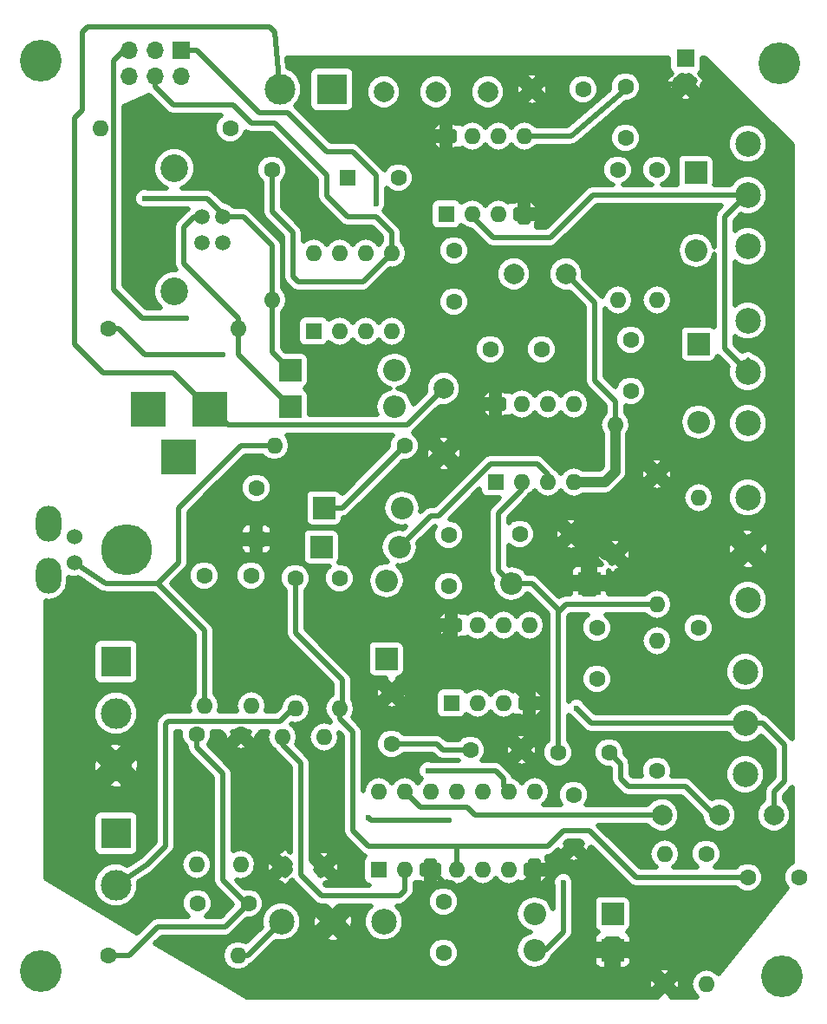
<source format=gbr>
G04 #@! TF.FileFunction,Copper,L2,Bot,Signal*
%FSLAX46Y46*%
G04 Gerber Fmt 4.6, Leading zero omitted, Abs format (unit mm)*
G04 Created by KiCad (PCBNEW 4.0.7) date 05/17/18 11:27:15*
%MOMM*%
%LPD*%
G01*
G04 APERTURE LIST*
%ADD10C,0.100000*%
%ADD11C,1.600000*%
%ADD12O,1.600000X1.600000*%
%ADD13R,3.000000X3.000000*%
%ADD14C,3.000000*%
%ADD15C,2.500000*%
%ADD16R,3.500000X3.500000*%
%ADD17R,1.800000X1.800000*%
%ADD18C,1.800000*%
%ADD19C,2.000000*%
%ADD20O,2.500000X3.500000*%
%ADD21C,1.524000*%
%ADD22O,5.000000X5.000000*%
%ADD23R,1.600000X1.600000*%
%ADD24C,4.064000*%
%ADD25R,2.200000X2.200000*%
%ADD26O,2.200000X2.200000*%
%ADD27C,1.520000*%
%ADD28C,2.700000*%
%ADD29R,1.700000X1.700000*%
%ADD30O,1.700000X1.700000*%
%ADD31C,0.600000*%
%ADD32C,0.500000*%
%ADD33C,1.000000*%
G04 APERTURE END LIST*
D10*
D11*
X54610000Y-75438000D03*
D12*
X41910000Y-75438000D03*
D13*
X26416000Y-113284000D03*
D14*
X26416000Y-118364000D03*
D11*
X59436000Y-56388000D03*
X59436000Y-61388000D03*
X80010000Y-128016000D03*
D12*
X80010000Y-115316000D03*
D15*
X47578000Y-121920000D03*
X42578000Y-121920000D03*
X52578000Y-121920000D03*
D11*
X53340000Y-99568000D03*
X53340000Y-104568000D03*
D16*
X35560000Y-71882000D03*
X29560000Y-71882000D03*
X32560000Y-76582000D03*
D17*
X82042000Y-37592000D03*
D18*
X82042000Y-40132000D03*
D19*
X58420000Y-69850000D03*
X58420000Y-76200000D03*
X65278000Y-58674000D03*
X70358000Y-58674000D03*
D20*
X19812000Y-88138000D03*
D21*
X22352000Y-84328000D03*
X22352000Y-86868000D03*
D20*
X19812000Y-83058000D03*
D22*
X27432000Y-85598000D03*
D11*
X79248000Y-48514000D03*
D12*
X79248000Y-61214000D03*
D11*
X75438000Y-48514000D03*
D12*
X75438000Y-61214000D03*
D11*
X79248000Y-107188000D03*
D12*
X79248000Y-94488000D03*
D11*
X79248000Y-78232000D03*
D12*
X79248000Y-90932000D03*
D11*
X75184000Y-86106000D03*
D12*
X75184000Y-73406000D03*
D11*
X35052000Y-88138000D03*
D12*
X35052000Y-100838000D03*
D15*
X88138000Y-50974000D03*
X88138000Y-55974000D03*
X88138000Y-45974000D03*
X88138000Y-68246000D03*
X88138000Y-73246000D03*
X88138000Y-63246000D03*
X87884000Y-102536000D03*
X87884000Y-107536000D03*
X87884000Y-97536000D03*
X88138000Y-85518000D03*
X88138000Y-90518000D03*
X88138000Y-80518000D03*
D23*
X58674000Y-52832000D03*
D12*
X66294000Y-45212000D03*
X61214000Y-52832000D03*
X63754000Y-45212000D03*
X63754000Y-52832000D03*
X61214000Y-45212000D03*
X66294000Y-52832000D03*
X58674000Y-45212000D03*
D23*
X59182000Y-100584000D03*
D12*
X66802000Y-92964000D03*
X61722000Y-100584000D03*
X64262000Y-92964000D03*
X64262000Y-100584000D03*
X61722000Y-92964000D03*
X66802000Y-100584000D03*
X59182000Y-92964000D03*
D23*
X63500000Y-78994000D03*
D12*
X71120000Y-71374000D03*
X66040000Y-78994000D03*
X68580000Y-71374000D03*
X68580000Y-78994000D03*
X66040000Y-71374000D03*
X71120000Y-78994000D03*
X63500000Y-71374000D03*
D24*
X19050000Y-126746000D03*
X91440000Y-127254000D03*
X91186000Y-38100000D03*
X19050000Y-37846000D03*
D19*
X90678000Y-111506000D03*
X85344000Y-111506000D03*
X79756000Y-111506000D03*
D11*
X43942000Y-88392000D03*
D12*
X43942000Y-101092000D03*
D11*
X84074000Y-115316000D03*
D12*
X84074000Y-128016000D03*
D11*
X38608000Y-103632000D03*
D12*
X38608000Y-116332000D03*
D11*
X48260000Y-88392000D03*
D12*
X48260000Y-101092000D03*
D13*
X47498000Y-40640000D03*
D14*
X42418000Y-40640000D03*
D23*
X52070000Y-116840000D03*
D12*
X67310000Y-109220000D03*
X54610000Y-116840000D03*
X64770000Y-109220000D03*
X57150000Y-116840000D03*
X62230000Y-109220000D03*
X59690000Y-116840000D03*
X59690000Y-109220000D03*
X62230000Y-116840000D03*
X57150000Y-109220000D03*
X64770000Y-116840000D03*
X54610000Y-109220000D03*
X67310000Y-116840000D03*
X52070000Y-109220000D03*
D11*
X39624000Y-88138000D03*
D12*
X39624000Y-100838000D03*
D13*
X26416000Y-96520000D03*
D14*
X26416000Y-101600000D03*
X26416000Y-106680000D03*
D11*
X76200000Y-40386000D03*
X76200000Y-45386000D03*
X73406000Y-93218000D03*
X73406000Y-98218000D03*
X66040000Y-105156000D03*
X61040000Y-105156000D03*
X69596000Y-105410000D03*
X74596000Y-105410000D03*
X70866000Y-84074000D03*
X65866000Y-84074000D03*
X76708000Y-70104000D03*
X76708000Y-65104000D03*
X62992000Y-66040000D03*
X67992000Y-66040000D03*
X88138000Y-117602000D03*
X93138000Y-117602000D03*
X67056000Y-40640000D03*
X72056000Y-40640000D03*
X39370000Y-120142000D03*
X34370000Y-120142000D03*
X34290000Y-103632000D03*
D12*
X34290000Y-116332000D03*
D11*
X71120000Y-114554000D03*
X71120000Y-109554000D03*
X25654000Y-125222000D03*
D12*
X38354000Y-125222000D03*
D23*
X40132000Y-84582000D03*
D11*
X40132000Y-79582000D03*
X58928000Y-89154000D03*
X58928000Y-84154000D03*
X83312000Y-93218000D03*
D12*
X83312000Y-80518000D03*
D11*
X58420000Y-124968000D03*
X58420000Y-119968000D03*
X42672000Y-116586000D03*
D12*
X42672000Y-103886000D03*
D11*
X46736000Y-116586000D03*
D12*
X46736000Y-103886000D03*
D25*
X83058000Y-48768000D03*
D26*
X83058000Y-56388000D03*
D25*
X83312000Y-65532000D03*
D26*
X83312000Y-73152000D03*
D25*
X72644000Y-88900000D03*
D26*
X65024000Y-88900000D03*
D25*
X52832000Y-96266000D03*
D26*
X52832000Y-88646000D03*
D25*
X74930000Y-121158000D03*
D26*
X67310000Y-121158000D03*
D25*
X74930000Y-124714000D03*
D26*
X67310000Y-124714000D03*
D23*
X49022000Y-49276000D03*
D11*
X54022000Y-49276000D03*
D25*
X46736000Y-81534000D03*
D26*
X54356000Y-81534000D03*
D25*
X46482000Y-85344000D03*
D26*
X54102000Y-85344000D03*
D25*
X43434000Y-68072000D03*
D26*
X53594000Y-68072000D03*
D25*
X43434000Y-71628000D03*
D26*
X53594000Y-71628000D03*
D19*
X57658000Y-40894000D03*
X52578000Y-40894000D03*
D27*
X36830000Y-53086000D03*
X36830000Y-55626000D03*
X34830000Y-55626000D03*
X34830000Y-53086000D03*
D28*
X32130000Y-48356000D03*
X32130000Y-60356000D03*
D11*
X37592000Y-44450000D03*
D12*
X24892000Y-44450000D03*
D11*
X25654000Y-64008000D03*
D12*
X38354000Y-64008000D03*
D11*
X41656000Y-48514000D03*
D12*
X41656000Y-61214000D03*
D29*
X32766000Y-36830000D03*
D30*
X32766000Y-39370000D03*
X30226000Y-36830000D03*
X30226000Y-39370000D03*
X27686000Y-36830000D03*
X27686000Y-39370000D03*
D19*
X62738000Y-40894000D03*
D23*
X45720000Y-64262000D03*
D12*
X53340000Y-56642000D03*
X48260000Y-64262000D03*
X50800000Y-56642000D03*
X50800000Y-64262000D03*
X48260000Y-56642000D03*
X53340000Y-64262000D03*
X45720000Y-56642000D03*
D31*
X71374000Y-101092000D03*
X58928000Y-112014000D03*
X51054000Y-111760000D03*
X70104000Y-118110000D03*
X56896000Y-107188000D03*
X29210000Y-51308000D03*
X51816000Y-51816000D03*
X36830000Y-66548000D03*
X33274000Y-62992000D03*
D32*
X53340000Y-104568000D02*
X57738000Y-104568000D01*
X58326000Y-105156000D02*
X61040000Y-105156000D01*
X57738000Y-104568000D02*
X58326000Y-105156000D01*
X66294000Y-45212000D02*
X70866000Y-45212000D01*
X70866000Y-45212000D02*
X76200000Y-40640000D01*
X76200000Y-40640000D02*
X76200000Y-40386000D01*
X66294000Y-45212000D02*
X66294000Y-44704000D01*
X27432000Y-88900000D02*
X25400000Y-88900000D01*
X25400000Y-88900000D02*
X22352000Y-86868000D01*
X41910000Y-75438000D02*
X38608000Y-75438000D01*
X32512000Y-86868000D02*
X30480000Y-88900000D01*
X32512000Y-81534000D02*
X32512000Y-86868000D01*
X38608000Y-75438000D02*
X32512000Y-81534000D01*
X35052000Y-93472000D02*
X35052000Y-100838000D01*
X30480000Y-88900000D02*
X35052000Y-93472000D01*
X27432000Y-88900000D02*
X30480000Y-88900000D01*
X39624000Y-100838000D02*
X39116000Y-100838000D01*
X82042000Y-40132000D02*
X78740000Y-40132000D01*
X78740000Y-40132000D02*
X78486000Y-40386000D01*
X67310000Y-116840000D02*
X67310000Y-117094000D01*
X67310000Y-117094000D02*
X65532000Y-118872000D01*
X58420000Y-118110000D02*
X57150000Y-116840000D01*
X59182000Y-118110000D02*
X58420000Y-118110000D01*
X59944000Y-118872000D02*
X59182000Y-118110000D01*
X65532000Y-118872000D02*
X59944000Y-118872000D01*
X71120000Y-114554000D02*
X71120000Y-115062000D01*
X71120000Y-115062000D02*
X69342000Y-116840000D01*
X69342000Y-116840000D02*
X67310000Y-116840000D01*
X78486000Y-40386000D02*
X77470000Y-41402000D01*
X77470000Y-41402000D02*
X77724000Y-41402000D01*
X59182000Y-93218000D02*
X59182000Y-92964000D01*
X56896000Y-117094000D02*
X57150000Y-116840000D01*
X77470000Y-41402000D02*
X77724000Y-41402000D01*
X66294000Y-52832000D02*
X67564000Y-52832000D01*
X69596000Y-49276000D02*
X77470000Y-41402000D01*
X69596000Y-50800000D02*
X69596000Y-49276000D01*
X67564000Y-52832000D02*
X69596000Y-50800000D01*
X66294000Y-52832000D02*
X66294000Y-51562000D01*
X58674000Y-47752000D02*
X58674000Y-45212000D01*
X59690000Y-48768000D02*
X58674000Y-47752000D01*
X63500000Y-48768000D02*
X59690000Y-48768000D01*
X66294000Y-51562000D02*
X63500000Y-48768000D01*
X66040000Y-105156000D02*
X66040000Y-104394000D01*
X66040000Y-104394000D02*
X66802000Y-103632000D01*
X66802000Y-103632000D02*
X66802000Y-100584000D01*
X53340000Y-99568000D02*
X55372000Y-99568000D01*
X64770000Y-98552000D02*
X66802000Y-100584000D01*
X56388000Y-98552000D02*
X64770000Y-98552000D01*
X55372000Y-99568000D02*
X56388000Y-98552000D01*
X53340000Y-99568000D02*
X53340000Y-99060000D01*
X53340000Y-99060000D02*
X59182000Y-93218000D01*
X88138000Y-84328000D02*
X88138000Y-85518000D01*
X75184000Y-86106000D02*
X75692000Y-86106000D01*
D33*
X70866000Y-84074000D02*
X72136000Y-84074000D01*
X74168000Y-86106000D02*
X75184000Y-86106000D01*
X72136000Y-84074000D02*
X74168000Y-86106000D01*
X58420000Y-76200000D02*
X58928000Y-76200000D01*
D32*
X42418000Y-40640000D02*
X41910000Y-35052000D01*
X32004000Y-68326000D02*
X35560000Y-71882000D01*
X25146000Y-68326000D02*
X32004000Y-68326000D01*
X22352000Y-65532000D02*
X25146000Y-68326000D01*
X22352000Y-43434000D02*
X22352000Y-65532000D01*
X23114000Y-42672000D02*
X22352000Y-43434000D01*
X23114000Y-35052000D02*
X23114000Y-42672000D01*
X23622000Y-34544000D02*
X23114000Y-35052000D01*
X41402000Y-34544000D02*
X23622000Y-34544000D01*
X41910000Y-35052000D02*
X41402000Y-34544000D01*
X42418000Y-41901672D02*
X42418000Y-40640000D01*
X58420000Y-69850000D02*
X54864000Y-73406000D01*
X37338000Y-73406000D02*
X35814000Y-71882000D01*
X54864000Y-73406000D02*
X37338000Y-73406000D01*
X35814000Y-71882000D02*
X35560000Y-71882000D01*
X36068000Y-72390000D02*
X35560000Y-71882000D01*
X88138000Y-50974000D02*
X87964000Y-50974000D01*
X87964000Y-50974000D02*
X85852000Y-53086000D01*
X85852000Y-65960000D02*
X88138000Y-68246000D01*
X85852000Y-53086000D02*
X85852000Y-65960000D01*
X61214000Y-52832000D02*
X61214000Y-53086000D01*
X61214000Y-53086000D02*
X63246000Y-55118000D01*
X72978000Y-50974000D02*
X88138000Y-50974000D01*
X68834000Y-55118000D02*
X72978000Y-50974000D01*
X63246000Y-55118000D02*
X68834000Y-55118000D01*
X88138000Y-68246000D02*
X88138000Y-67056000D01*
X88138000Y-68246000D02*
X87296000Y-68246000D01*
X87804000Y-68246000D02*
X88138000Y-68246000D01*
X66040000Y-78994000D02*
X66040000Y-79756000D01*
X66040000Y-79756000D02*
X63754000Y-82042000D01*
X63754000Y-82042000D02*
X63754000Y-87630000D01*
X63754000Y-87630000D02*
X65024000Y-88900000D01*
X79248000Y-90932000D02*
X70358000Y-90932000D01*
X70358000Y-90932000D02*
X69596000Y-91694000D01*
X65024000Y-88900000D02*
X67056000Y-88900000D01*
X67056000Y-88900000D02*
X69596000Y-91440000D01*
X69596000Y-91440000D02*
X69596000Y-91694000D01*
X69596000Y-91694000D02*
X69596000Y-105410000D01*
X78994000Y-91186000D02*
X79248000Y-90932000D01*
X85344000Y-111506000D02*
X84836000Y-111506000D01*
X84836000Y-111506000D02*
X82042000Y-108712000D01*
X82042000Y-108712000D02*
X76454000Y-108712000D01*
X76454000Y-108712000D02*
X75692000Y-107950000D01*
X75692000Y-107950000D02*
X75692000Y-106506000D01*
X75692000Y-106506000D02*
X74596000Y-105410000D01*
X75184000Y-73406000D02*
X75184000Y-71120000D01*
X73152000Y-61468000D02*
X70358000Y-58674000D01*
X73152000Y-69088000D02*
X73152000Y-61468000D01*
X75184000Y-71120000D02*
X73152000Y-69088000D01*
D33*
X71120000Y-78994000D02*
X74168000Y-78994000D01*
X75184000Y-77978000D02*
X75184000Y-73406000D01*
X74168000Y-78994000D02*
X75184000Y-77978000D01*
D32*
X43942000Y-88392000D02*
X43942000Y-93726000D01*
X48514000Y-98298000D02*
X48514000Y-100838000D01*
X43942000Y-93726000D02*
X48514000Y-98298000D01*
X48514000Y-100838000D02*
X48260000Y-101092000D01*
X48260000Y-101092000D02*
X48260000Y-102108000D01*
X49530000Y-113030000D02*
X51054000Y-114554000D01*
X49530000Y-103378000D02*
X49530000Y-113030000D01*
X48260000Y-102108000D02*
X49530000Y-103378000D01*
X51054000Y-114554000D02*
X59690000Y-114554000D01*
X68072000Y-114554000D02*
X68580000Y-114554000D01*
X77216000Y-117602000D02*
X88138000Y-117602000D01*
X72644000Y-113030000D02*
X77216000Y-117602000D01*
X70104000Y-113030000D02*
X72644000Y-113030000D01*
X68580000Y-114554000D02*
X70104000Y-113030000D01*
X59690000Y-114554000D02*
X68072000Y-114554000D01*
X87630000Y-117602000D02*
X88138000Y-117602000D01*
X59690000Y-114554000D02*
X59690000Y-116840000D01*
X62230000Y-116840000D02*
X62484000Y-116840000D01*
X62230000Y-116840000D02*
X62230000Y-117094000D01*
X43942000Y-101092000D02*
X43688000Y-101092000D01*
X43688000Y-101092000D02*
X42418000Y-102362000D01*
X42418000Y-102362000D02*
X31496000Y-102362000D01*
X29464000Y-116332000D02*
X26416000Y-118364000D01*
X31242000Y-114554000D02*
X29464000Y-116332000D01*
X31242000Y-102616000D02*
X31242000Y-114554000D01*
X31496000Y-102362000D02*
X31242000Y-102616000D01*
X26924000Y-118364000D02*
X26416000Y-118364000D01*
X26670000Y-118618000D02*
X26416000Y-118364000D01*
X90678000Y-111506000D02*
X90678000Y-109220000D01*
X89582000Y-102536000D02*
X87884000Y-102536000D01*
X91694000Y-104648000D02*
X89582000Y-102536000D01*
X91694000Y-108204000D02*
X91694000Y-104648000D01*
X90678000Y-109220000D02*
X91694000Y-108204000D01*
X71374000Y-101092000D02*
X72818000Y-102536000D01*
X72818000Y-102536000D02*
X87884000Y-102536000D01*
X90678000Y-111506000D02*
X89916000Y-111506000D01*
X79756000Y-111506000D02*
X61468000Y-111506000D01*
X60706000Y-110744000D02*
X60452000Y-110744000D01*
X61468000Y-111506000D02*
X60706000Y-110744000D01*
X79756000Y-111506000D02*
X79248000Y-111506000D01*
X60452000Y-110744000D02*
X56134000Y-110744000D01*
X56134000Y-110744000D02*
X54610000Y-109220000D01*
X25654000Y-125222000D02*
X27686000Y-125222000D01*
X37084000Y-122428000D02*
X39370000Y-120142000D01*
X30480000Y-122428000D02*
X37084000Y-122428000D01*
X27686000Y-125222000D02*
X30480000Y-122428000D01*
X51308000Y-112014000D02*
X58928000Y-112014000D01*
X51054000Y-111760000D02*
X51308000Y-112014000D01*
X39370000Y-120142000D02*
X39116000Y-120142000D01*
X39116000Y-120142000D02*
X36830000Y-117856000D01*
X34290000Y-104902000D02*
X34290000Y-103632000D01*
X36830000Y-107442000D02*
X34290000Y-104902000D01*
X36830000Y-117856000D02*
X36830000Y-107442000D01*
X38354000Y-125222000D02*
X39276000Y-125222000D01*
X39276000Y-125222000D02*
X42578000Y-121920000D01*
X38354000Y-124714000D02*
X38354000Y-125222000D01*
X42578000Y-121920000D02*
X43434000Y-122174000D01*
X43434000Y-122174000D02*
X42672000Y-121412000D01*
X67310000Y-124714000D02*
X68326000Y-124714000D01*
X68326000Y-124714000D02*
X70104000Y-122936000D01*
X70104000Y-122936000D02*
X70104000Y-118110000D01*
X64262000Y-107950000D02*
X64262000Y-108712000D01*
X63500000Y-107188000D02*
X64262000Y-107950000D01*
X56896000Y-107188000D02*
X63500000Y-107188000D01*
X64262000Y-108712000D02*
X64770000Y-109220000D01*
X42672000Y-103886000D02*
X42672000Y-104648000D01*
X42672000Y-104648000D02*
X44450000Y-106426000D01*
X44450000Y-106426000D02*
X44450000Y-117348000D01*
X44450000Y-117348000D02*
X46482000Y-119380000D01*
X46482000Y-119380000D02*
X54102000Y-119380000D01*
X54102000Y-119380000D02*
X54610000Y-118872000D01*
X54610000Y-118872000D02*
X54610000Y-116840000D01*
X54610000Y-116840000D02*
X54610000Y-117348000D01*
X46736000Y-81534000D02*
X48514000Y-81534000D01*
X48514000Y-81534000D02*
X54610000Y-75438000D01*
X68580000Y-78994000D02*
X68580000Y-78232000D01*
X68580000Y-78232000D02*
X67564000Y-77216000D01*
X57150000Y-82296000D02*
X54102000Y-85344000D01*
X57912000Y-82296000D02*
X57150000Y-82296000D01*
X62992000Y-77216000D02*
X57912000Y-82296000D01*
X67564000Y-77216000D02*
X62992000Y-77216000D01*
X68580000Y-78740000D02*
X68580000Y-78994000D01*
X36830000Y-53086000D02*
X36830000Y-52832000D01*
X36830000Y-52832000D02*
X35306000Y-51308000D01*
X35306000Y-51308000D02*
X29210000Y-51308000D01*
X36830000Y-53086000D02*
X38862000Y-53086000D01*
X41656000Y-55880000D02*
X41656000Y-61214000D01*
X38862000Y-53086000D02*
X41656000Y-55880000D01*
X41656000Y-61214000D02*
X41656000Y-66294000D01*
X41656000Y-66294000D02*
X43434000Y-68072000D01*
X34830000Y-53086000D02*
X34036000Y-53086000D01*
X38354000Y-62992000D02*
X38354000Y-64008000D01*
X33020000Y-57658000D02*
X38354000Y-62992000D01*
X33020000Y-54102000D02*
X33020000Y-57658000D01*
X34036000Y-53086000D02*
X33020000Y-54102000D01*
X38354000Y-64008000D02*
X38354000Y-66548000D01*
X38354000Y-66548000D02*
X43434000Y-71628000D01*
X32766000Y-36830000D02*
X34290000Y-36830000D01*
X34290000Y-36830000D02*
X40386000Y-42926000D01*
X40386000Y-42926000D02*
X43180000Y-42926000D01*
X51816000Y-49022000D02*
X51816000Y-51816000D01*
X49530000Y-46736000D02*
X51816000Y-49022000D01*
X46990000Y-46736000D02*
X49530000Y-46736000D01*
X43180000Y-42926000D02*
X46990000Y-46736000D01*
X25654000Y-64008000D02*
X26670000Y-64008000D01*
X29210000Y-66548000D02*
X36830000Y-66548000D01*
X26670000Y-64008000D02*
X29210000Y-66548000D01*
X37592000Y-42164000D02*
X37846000Y-42164000D01*
X39624000Y-43942000D02*
X41910000Y-43942000D01*
X37846000Y-42164000D02*
X39624000Y-43942000D01*
X50546000Y-59436000D02*
X53340000Y-56642000D01*
X44196000Y-59436000D02*
X50546000Y-59436000D01*
X43688000Y-58928000D02*
X44196000Y-59436000D01*
X43688000Y-54610000D02*
X43688000Y-58928000D01*
X41656000Y-52578000D02*
X43688000Y-54610000D01*
X41656000Y-48514000D02*
X41656000Y-52578000D01*
X30226000Y-39370000D02*
X30226000Y-40386000D01*
X53340000Y-54610000D02*
X53340000Y-56642000D01*
X51816000Y-53086000D02*
X53340000Y-54610000D01*
X49022000Y-53086000D02*
X51816000Y-53086000D01*
X46990000Y-51054000D02*
X49022000Y-53086000D01*
X46990000Y-49022000D02*
X46990000Y-51054000D01*
X41910000Y-43942000D02*
X46990000Y-49022000D01*
X32004000Y-42164000D02*
X37592000Y-42164000D01*
X30226000Y-40386000D02*
X32004000Y-42164000D01*
X27686000Y-36830000D02*
X27178000Y-36830000D01*
X27178000Y-36830000D02*
X26162000Y-37846000D01*
X26162000Y-37846000D02*
X26162000Y-60198000D01*
X26162000Y-60198000D02*
X28956000Y-62992000D01*
X28956000Y-62992000D02*
X33274000Y-62992000D01*
G36*
X80377307Y-38492000D02*
X80429604Y-38769933D01*
X80593862Y-39025198D01*
X80695547Y-39094677D01*
X79966227Y-39823997D01*
X80357720Y-40215490D01*
X80459214Y-40725731D01*
X80711269Y-40826335D01*
X81405604Y-40132000D01*
X81087406Y-39813802D01*
X81644515Y-39256693D01*
X81803089Y-39256693D01*
X82042000Y-39495604D01*
X82280911Y-39256693D01*
X82439485Y-39256693D01*
X82996594Y-39813802D01*
X82678396Y-40132000D01*
X83372731Y-40826335D01*
X83624786Y-40725731D01*
X83704954Y-40236816D01*
X84117773Y-39823997D01*
X83389232Y-39095456D01*
X83475198Y-39040138D01*
X83646446Y-38789508D01*
X83706693Y-38492000D01*
X83706693Y-37588000D01*
X83970446Y-37588000D01*
X92460000Y-46077554D01*
X92460000Y-104029032D01*
X92401107Y-103940893D01*
X90289107Y-101828893D01*
X89964684Y-101612120D01*
X89639540Y-101547445D01*
X89580506Y-101404571D01*
X89018388Y-100841471D01*
X88283570Y-100536348D01*
X87487921Y-100535654D01*
X86752571Y-100839494D01*
X86189471Y-101401612D01*
X86133668Y-101536000D01*
X73232214Y-101536000D01*
X72314274Y-100618060D01*
X72264666Y-100498000D01*
X71969554Y-100202372D01*
X71583774Y-100042182D01*
X71166058Y-100041818D01*
X70780000Y-100201334D01*
X70596000Y-100385013D01*
X70596000Y-98524961D01*
X71855732Y-98524961D01*
X72091208Y-99094857D01*
X72526849Y-99531260D01*
X73096333Y-99767730D01*
X73712961Y-99768268D01*
X74282857Y-99532792D01*
X74719260Y-99097151D01*
X74955730Y-98527667D01*
X74956249Y-97932079D01*
X85883654Y-97932079D01*
X86187494Y-98667429D01*
X86749612Y-99230529D01*
X87484430Y-99535652D01*
X88280079Y-99536346D01*
X89015429Y-99232506D01*
X89578529Y-98670388D01*
X89883652Y-97935570D01*
X89884346Y-97139921D01*
X89580506Y-96404571D01*
X89018388Y-95841471D01*
X88283570Y-95536348D01*
X87487921Y-95535654D01*
X86752571Y-95839494D01*
X86189471Y-96401612D01*
X85884348Y-97136430D01*
X85883654Y-97932079D01*
X74956249Y-97932079D01*
X74956268Y-97911039D01*
X74720792Y-97341143D01*
X74285151Y-96904740D01*
X73715667Y-96668270D01*
X73099039Y-96667732D01*
X72529143Y-96903208D01*
X72092740Y-97338849D01*
X71856270Y-97908333D01*
X71855732Y-98524961D01*
X70596000Y-98524961D01*
X70596000Y-92108214D01*
X70772214Y-91932000D01*
X72500301Y-91932000D01*
X72092740Y-92338849D01*
X71856270Y-92908333D01*
X71855732Y-93524961D01*
X72091208Y-94094857D01*
X72526849Y-94531260D01*
X73096333Y-94767730D01*
X73712961Y-94768268D01*
X74282857Y-94532792D01*
X74358146Y-94457634D01*
X77698000Y-94457634D01*
X77698000Y-94518366D01*
X77815987Y-95111525D01*
X78151984Y-95614382D01*
X78654841Y-95950379D01*
X79248000Y-96068366D01*
X79841159Y-95950379D01*
X80344016Y-95614382D01*
X80680013Y-95111525D01*
X80798000Y-94518366D01*
X80798000Y-94457634D01*
X80680013Y-93864475D01*
X80453158Y-93524961D01*
X81761732Y-93524961D01*
X81997208Y-94094857D01*
X82432849Y-94531260D01*
X83002333Y-94767730D01*
X83618961Y-94768268D01*
X84188857Y-94532792D01*
X84625260Y-94097151D01*
X84861730Y-93527667D01*
X84862268Y-92911039D01*
X84626792Y-92341143D01*
X84191151Y-91904740D01*
X83621667Y-91668270D01*
X83005039Y-91667732D01*
X82435143Y-91903208D01*
X81998740Y-92338849D01*
X81762270Y-92908333D01*
X81761732Y-93524961D01*
X80453158Y-93524961D01*
X80344016Y-93361618D01*
X79841159Y-93025621D01*
X79248000Y-92907634D01*
X78654841Y-93025621D01*
X78151984Y-93361618D01*
X77815987Y-93864475D01*
X77698000Y-94457634D01*
X74358146Y-94457634D01*
X74719260Y-94097151D01*
X74955730Y-93527667D01*
X74956268Y-92911039D01*
X74720792Y-92341143D01*
X74312363Y-91932000D01*
X78067539Y-91932000D01*
X78151984Y-92058382D01*
X78654841Y-92394379D01*
X79248000Y-92512366D01*
X79841159Y-92394379D01*
X80344016Y-92058382D01*
X80680013Y-91555525D01*
X80798000Y-90962366D01*
X80798000Y-90914079D01*
X86137654Y-90914079D01*
X86441494Y-91649429D01*
X87003612Y-92212529D01*
X87738430Y-92517652D01*
X88534079Y-92518346D01*
X89269429Y-92214506D01*
X89832529Y-91652388D01*
X90137652Y-90917570D01*
X90138346Y-90121921D01*
X89834506Y-89386571D01*
X89272388Y-88823471D01*
X88537570Y-88518348D01*
X87741921Y-88517654D01*
X87006571Y-88821494D01*
X86443471Y-89383612D01*
X86138348Y-90118430D01*
X86137654Y-90914079D01*
X80798000Y-90914079D01*
X80798000Y-90901634D01*
X80680013Y-90308475D01*
X80344016Y-89805618D01*
X79841159Y-89469621D01*
X79248000Y-89351634D01*
X78654841Y-89469621D01*
X78151984Y-89805618D01*
X78067539Y-89932000D01*
X74502000Y-89932000D01*
X74502000Y-89639500D01*
X74312500Y-89450000D01*
X73194000Y-89450000D01*
X73194000Y-89932000D01*
X72094000Y-89932000D01*
X72094000Y-89450000D01*
X70975500Y-89450000D01*
X70786000Y-89639500D01*
X70786000Y-89932000D01*
X70358000Y-89932000D01*
X69975316Y-90008120D01*
X69737342Y-90167129D01*
X67763107Y-88192893D01*
X67438684Y-87976120D01*
X67056000Y-87900000D01*
X66574289Y-87900000D01*
X66406728Y-87649225D01*
X70786000Y-87649225D01*
X70786000Y-88160500D01*
X70975500Y-88350000D01*
X72094000Y-88350000D01*
X72094000Y-87231500D01*
X71904500Y-87042000D01*
X71393224Y-87042000D01*
X71114627Y-87157399D01*
X70901398Y-87370628D01*
X70786000Y-87649225D01*
X66406728Y-87649225D01*
X66368392Y-87591852D01*
X65768208Y-87190823D01*
X65060244Y-87050000D01*
X64987756Y-87050000D01*
X64754000Y-87096497D01*
X64754000Y-86341907D01*
X73180323Y-86341907D01*
X73880416Y-87042000D01*
X73383500Y-87042000D01*
X73194000Y-87231500D01*
X73194000Y-88350000D01*
X74312500Y-88350000D01*
X74502000Y-88160500D01*
X74502000Y-87663584D01*
X74948093Y-88109677D01*
X75400643Y-87657126D01*
X75764017Y-87584846D01*
X75849119Y-87336805D01*
X75709378Y-87197063D01*
X87342820Y-87197063D01*
X87497684Y-87462632D01*
X88290604Y-87559644D01*
X88778316Y-87462632D01*
X88933180Y-87197063D01*
X88138000Y-86401883D01*
X87342820Y-87197063D01*
X75709378Y-87197063D01*
X75184000Y-86671685D01*
X74901157Y-86954528D01*
X74335472Y-86388843D01*
X74618315Y-86106000D01*
X75749685Y-86106000D01*
X76414805Y-86771119D01*
X76662846Y-86686017D01*
X76772239Y-86075936D01*
X76691614Y-85670604D01*
X86096356Y-85670604D01*
X86193368Y-86158316D01*
X86458937Y-86313180D01*
X87254117Y-85518000D01*
X89021883Y-85518000D01*
X89817063Y-86313180D01*
X90082632Y-86158316D01*
X90179644Y-85365396D01*
X90082632Y-84877684D01*
X89817063Y-84722820D01*
X89021883Y-85518000D01*
X87254117Y-85518000D01*
X86458937Y-84722820D01*
X86193368Y-84877684D01*
X86096356Y-85670604D01*
X76691614Y-85670604D01*
X76662846Y-85525983D01*
X76414805Y-85440881D01*
X75749685Y-86106000D01*
X74618315Y-86106000D01*
X73953195Y-85440881D01*
X73705154Y-85525983D01*
X73641554Y-85880677D01*
X73180323Y-86341907D01*
X64754000Y-86341907D01*
X64754000Y-85154004D01*
X64986849Y-85387260D01*
X65556333Y-85623730D01*
X66172961Y-85624268D01*
X66742857Y-85388792D01*
X66826990Y-85304805D01*
X70200881Y-85304805D01*
X70285983Y-85552846D01*
X70896064Y-85662239D01*
X71446017Y-85552846D01*
X71531119Y-85304805D01*
X71101510Y-84875195D01*
X74518881Y-84875195D01*
X75184000Y-85540315D01*
X75849119Y-84875195D01*
X75764017Y-84627154D01*
X75153936Y-84517761D01*
X74603983Y-84627154D01*
X74518881Y-84875195D01*
X71101510Y-84875195D01*
X70866000Y-84639685D01*
X70200881Y-85304805D01*
X66826990Y-85304805D01*
X67179260Y-84953151D01*
X67415730Y-84383667D01*
X67415973Y-84104064D01*
X69277761Y-84104064D01*
X69387154Y-84654017D01*
X69635195Y-84739119D01*
X70300315Y-84074000D01*
X71431685Y-84074000D01*
X72096805Y-84739119D01*
X72344846Y-84654017D01*
X72454239Y-84043936D01*
X72413462Y-83838937D01*
X87342820Y-83838937D01*
X88138000Y-84634117D01*
X88933180Y-83838937D01*
X88778316Y-83573368D01*
X87985396Y-83476356D01*
X87497684Y-83573368D01*
X87342820Y-83838937D01*
X72413462Y-83838937D01*
X72344846Y-83493983D01*
X72096805Y-83408881D01*
X71431685Y-84074000D01*
X70300315Y-84074000D01*
X69635195Y-83408881D01*
X69387154Y-83493983D01*
X69277761Y-84104064D01*
X67415973Y-84104064D01*
X67416268Y-83767039D01*
X67180792Y-83197143D01*
X66827463Y-82843195D01*
X70200881Y-82843195D01*
X70866000Y-83508315D01*
X71531119Y-82843195D01*
X71446017Y-82595154D01*
X70835936Y-82485761D01*
X70285983Y-82595154D01*
X70200881Y-82843195D01*
X66827463Y-82843195D01*
X66745151Y-82760740D01*
X66175667Y-82524270D01*
X65559039Y-82523732D01*
X64989143Y-82759208D01*
X64754000Y-82993940D01*
X64754000Y-82456214D01*
X66747107Y-80463107D01*
X66749947Y-80458857D01*
X66847134Y-80313406D01*
X67136016Y-80120382D01*
X67310000Y-79859996D01*
X67483984Y-80120382D01*
X67986841Y-80456379D01*
X68580000Y-80574366D01*
X69173159Y-80456379D01*
X69676016Y-80120382D01*
X69850000Y-79859996D01*
X70023984Y-80120382D01*
X70526841Y-80456379D01*
X71120000Y-80574366D01*
X71556029Y-80487634D01*
X81762000Y-80487634D01*
X81762000Y-80548366D01*
X81879987Y-81141525D01*
X82215984Y-81644382D01*
X82718841Y-81980379D01*
X83312000Y-82098366D01*
X83905159Y-81980379D01*
X84408016Y-81644382D01*
X84744013Y-81141525D01*
X84789254Y-80914079D01*
X86137654Y-80914079D01*
X86441494Y-81649429D01*
X87003612Y-82212529D01*
X87738430Y-82517652D01*
X88534079Y-82518346D01*
X89269429Y-82214506D01*
X89832529Y-81652388D01*
X90137652Y-80917570D01*
X90138346Y-80121921D01*
X89834506Y-79386571D01*
X89272388Y-78823471D01*
X88537570Y-78518348D01*
X87741921Y-78517654D01*
X87006571Y-78821494D01*
X86443471Y-79383612D01*
X86138348Y-80118430D01*
X86137654Y-80914079D01*
X84789254Y-80914079D01*
X84862000Y-80548366D01*
X84862000Y-80487634D01*
X84744013Y-79894475D01*
X84408016Y-79391618D01*
X83905159Y-79055621D01*
X83312000Y-78937634D01*
X82718841Y-79055621D01*
X82215984Y-79391618D01*
X81879987Y-79894475D01*
X81762000Y-80487634D01*
X71556029Y-80487634D01*
X71713159Y-80456379D01*
X72031008Y-80244000D01*
X74168000Y-80244000D01*
X74646354Y-80148849D01*
X75051883Y-79877883D01*
X75466961Y-79462805D01*
X78582881Y-79462805D01*
X78667983Y-79710846D01*
X79278064Y-79820239D01*
X79828017Y-79710846D01*
X79913119Y-79462805D01*
X79248000Y-78797685D01*
X78582881Y-79462805D01*
X75466961Y-79462805D01*
X76067883Y-78861883D01*
X76338849Y-78456354D01*
X76358549Y-78357317D01*
X76377496Y-78262064D01*
X77659761Y-78262064D01*
X77769154Y-78812017D01*
X78017195Y-78897119D01*
X78682315Y-78232000D01*
X79813685Y-78232000D01*
X80478805Y-78897119D01*
X80726846Y-78812017D01*
X80836239Y-78201936D01*
X80726846Y-77651983D01*
X80478805Y-77566881D01*
X79813685Y-78232000D01*
X78682315Y-78232000D01*
X78017195Y-77566881D01*
X77769154Y-77651983D01*
X77659761Y-78262064D01*
X76377496Y-78262064D01*
X76434000Y-77978000D01*
X76434000Y-77001195D01*
X78582881Y-77001195D01*
X79248000Y-77666315D01*
X79913119Y-77001195D01*
X79828017Y-76753154D01*
X79217936Y-76643761D01*
X78667983Y-76753154D01*
X78582881Y-77001195D01*
X76434000Y-77001195D01*
X76434000Y-74301928D01*
X76616013Y-74029525D01*
X76734000Y-73436366D01*
X76734000Y-73375634D01*
X76682307Y-73115756D01*
X81462000Y-73115756D01*
X81462000Y-73188244D01*
X81602823Y-73896208D01*
X82003852Y-74496392D01*
X82604036Y-74897421D01*
X83312000Y-75038244D01*
X84019964Y-74897421D01*
X84620148Y-74496392D01*
X85021177Y-73896208D01*
X85071726Y-73642079D01*
X86137654Y-73642079D01*
X86441494Y-74377429D01*
X87003612Y-74940529D01*
X87738430Y-75245652D01*
X88534079Y-75246346D01*
X89269429Y-74942506D01*
X89832529Y-74380388D01*
X90137652Y-73645570D01*
X90138346Y-72849921D01*
X89834506Y-72114571D01*
X89272388Y-71551471D01*
X88537570Y-71246348D01*
X87741921Y-71245654D01*
X87006571Y-71549494D01*
X86443471Y-72111612D01*
X86138348Y-72846430D01*
X86137654Y-73642079D01*
X85071726Y-73642079D01*
X85162000Y-73188244D01*
X85162000Y-73115756D01*
X85021177Y-72407792D01*
X84620148Y-71807608D01*
X84019964Y-71406579D01*
X83312000Y-71265756D01*
X82604036Y-71406579D01*
X82003852Y-71807608D01*
X81602823Y-72407792D01*
X81462000Y-73115756D01*
X76682307Y-73115756D01*
X76616013Y-72782475D01*
X76280016Y-72279618D01*
X76184000Y-72215462D01*
X76184000Y-71564731D01*
X76398333Y-71653730D01*
X77014961Y-71654268D01*
X77584857Y-71418792D01*
X78021260Y-70983151D01*
X78257730Y-70413667D01*
X78258268Y-69797039D01*
X78022792Y-69227143D01*
X77587151Y-68790740D01*
X77017667Y-68554270D01*
X76401039Y-68553732D01*
X75831143Y-68789208D01*
X75394740Y-69224849D01*
X75191799Y-69713585D01*
X74152000Y-68673786D01*
X74152000Y-65410961D01*
X75157732Y-65410961D01*
X75393208Y-65980857D01*
X75828849Y-66417260D01*
X76398333Y-66653730D01*
X77014961Y-66654268D01*
X77584857Y-66418792D01*
X78021260Y-65983151D01*
X78257730Y-65413667D01*
X78258268Y-64797039D01*
X78022792Y-64227143D01*
X77587151Y-63790740D01*
X77017667Y-63554270D01*
X76401039Y-63553732D01*
X75831143Y-63789208D01*
X75394740Y-64224849D01*
X75158270Y-64794333D01*
X75157732Y-65410961D01*
X74152000Y-65410961D01*
X74152000Y-62056050D01*
X74341984Y-62340382D01*
X74844841Y-62676379D01*
X75438000Y-62794366D01*
X76031159Y-62676379D01*
X76534016Y-62340382D01*
X76870013Y-61837525D01*
X76988000Y-61244366D01*
X76988000Y-61183634D01*
X77698000Y-61183634D01*
X77698000Y-61244366D01*
X77815987Y-61837525D01*
X78151984Y-62340382D01*
X78654841Y-62676379D01*
X79248000Y-62794366D01*
X79841159Y-62676379D01*
X80344016Y-62340382D01*
X80680013Y-61837525D01*
X80798000Y-61244366D01*
X80798000Y-61183634D01*
X80680013Y-60590475D01*
X80344016Y-60087618D01*
X79841159Y-59751621D01*
X79248000Y-59633634D01*
X78654841Y-59751621D01*
X78151984Y-60087618D01*
X77815987Y-60590475D01*
X77698000Y-61183634D01*
X76988000Y-61183634D01*
X76870013Y-60590475D01*
X76534016Y-60087618D01*
X76031159Y-59751621D01*
X75438000Y-59633634D01*
X74844841Y-59751621D01*
X74341984Y-60087618D01*
X74005987Y-60590475D01*
X73946170Y-60891192D01*
X73859107Y-60760893D01*
X72107708Y-59009494D01*
X72108304Y-58327431D01*
X71842443Y-57683999D01*
X71350590Y-57191287D01*
X70707624Y-56924304D01*
X70011431Y-56923696D01*
X69367999Y-57189557D01*
X68875287Y-57681410D01*
X68608304Y-58324376D01*
X68607696Y-59020569D01*
X68873557Y-59664001D01*
X69365410Y-60156713D01*
X70008376Y-60423696D01*
X70694081Y-60424295D01*
X72152000Y-61882214D01*
X72152000Y-69088000D01*
X72228120Y-69470684D01*
X72444893Y-69795107D01*
X74184000Y-71534214D01*
X74184000Y-72215462D01*
X74087984Y-72279618D01*
X73751987Y-72782475D01*
X73634000Y-73375634D01*
X73634000Y-73436366D01*
X73751987Y-74029525D01*
X73934000Y-74301928D01*
X73934000Y-77460234D01*
X73650234Y-77744000D01*
X72031008Y-77744000D01*
X71713159Y-77531621D01*
X71120000Y-77413634D01*
X70526841Y-77531621D01*
X70023984Y-77867618D01*
X69850000Y-78128004D01*
X69676016Y-77867618D01*
X69387134Y-77674594D01*
X69287107Y-77524893D01*
X68271107Y-76508893D01*
X67946684Y-76292120D01*
X67564000Y-76216000D01*
X62992000Y-76216000D01*
X62609316Y-76292120D01*
X62284893Y-76508893D01*
X57497786Y-81296000D01*
X57150000Y-81296000D01*
X56767316Y-81372120D01*
X56442893Y-81588893D01*
X56178792Y-81852994D01*
X56242244Y-81534000D01*
X56101421Y-80826036D01*
X55700392Y-80225852D01*
X55100208Y-79824823D01*
X54392244Y-79684000D01*
X54319756Y-79684000D01*
X53611792Y-79824823D01*
X53011608Y-80225852D01*
X52610579Y-80826036D01*
X52469756Y-81534000D01*
X52610579Y-82241964D01*
X53011608Y-82842148D01*
X53611792Y-83243177D01*
X54319756Y-83384000D01*
X54392244Y-83384000D01*
X54711238Y-83320548D01*
X54471498Y-83560288D01*
X54138244Y-83494000D01*
X54065756Y-83494000D01*
X53357792Y-83634823D01*
X52757608Y-84035852D01*
X52356579Y-84636036D01*
X52215756Y-85344000D01*
X52356579Y-86051964D01*
X52757608Y-86652148D01*
X52955387Y-86784299D01*
X52832000Y-86759756D01*
X52124036Y-86900579D01*
X51523852Y-87301608D01*
X51122823Y-87901792D01*
X50982000Y-88609756D01*
X50982000Y-88682244D01*
X51122823Y-89390208D01*
X51523852Y-89990392D01*
X52124036Y-90391421D01*
X52832000Y-90532244D01*
X53539964Y-90391421D01*
X54140148Y-89990392D01*
X54493901Y-89460961D01*
X57377732Y-89460961D01*
X57613208Y-90030857D01*
X58048849Y-90467260D01*
X58618333Y-90703730D01*
X59234961Y-90704268D01*
X59804857Y-90468792D01*
X60241260Y-90033151D01*
X60477730Y-89463667D01*
X60478268Y-88847039D01*
X60242792Y-88277143D01*
X59807151Y-87840740D01*
X59237667Y-87604270D01*
X58621039Y-87603732D01*
X58051143Y-87839208D01*
X57614740Y-88274849D01*
X57378270Y-88844333D01*
X57377732Y-89460961D01*
X54493901Y-89460961D01*
X54541177Y-89390208D01*
X54682000Y-88682244D01*
X54682000Y-88609756D01*
X54541177Y-87901792D01*
X54140148Y-87301608D01*
X53942369Y-87169457D01*
X54065756Y-87194000D01*
X54138244Y-87194000D01*
X54846208Y-87053177D01*
X55446392Y-86652148D01*
X55847421Y-86051964D01*
X55988244Y-85344000D01*
X55909929Y-84950285D01*
X57564214Y-83296000D01*
X57605957Y-83296000D01*
X57378270Y-83844333D01*
X57377732Y-84460961D01*
X57613208Y-85030857D01*
X58048849Y-85467260D01*
X58618333Y-85703730D01*
X59234961Y-85704268D01*
X59804857Y-85468792D01*
X60241260Y-85033151D01*
X60477730Y-84463667D01*
X60478268Y-83847039D01*
X60242792Y-83277143D01*
X59807151Y-82840740D01*
X59237667Y-82604270D01*
X59018136Y-82604078D01*
X61935307Y-79686907D01*
X61935307Y-79794000D01*
X61987604Y-80071933D01*
X62151862Y-80327198D01*
X62402492Y-80498446D01*
X62700000Y-80558693D01*
X63823093Y-80558693D01*
X63046893Y-81334893D01*
X62830120Y-81659316D01*
X62778927Y-81916683D01*
X62754000Y-82042000D01*
X62754000Y-87630000D01*
X62830120Y-88012684D01*
X63046893Y-88337107D01*
X63216071Y-88506285D01*
X63137756Y-88900000D01*
X63278579Y-89607964D01*
X63679608Y-90208148D01*
X64279792Y-90609177D01*
X64987756Y-90750000D01*
X65060244Y-90750000D01*
X65768208Y-90609177D01*
X66368392Y-90208148D01*
X66574289Y-89900000D01*
X66641786Y-89900000D01*
X68596000Y-91854213D01*
X68596000Y-104218136D01*
X68282740Y-104530849D01*
X68046270Y-105100333D01*
X68045732Y-105716961D01*
X68281208Y-106286857D01*
X68716849Y-106723260D01*
X69286333Y-106959730D01*
X69902961Y-106960268D01*
X70472857Y-106724792D01*
X70909260Y-106289151D01*
X71145730Y-105719667D01*
X71145732Y-105716961D01*
X73045732Y-105716961D01*
X73281208Y-106286857D01*
X73716849Y-106723260D01*
X74286333Y-106959730D01*
X74692000Y-106960084D01*
X74692000Y-107950000D01*
X74768120Y-108332684D01*
X74984893Y-108657107D01*
X75746893Y-109419107D01*
X76071316Y-109635880D01*
X76454000Y-109712000D01*
X81627786Y-109712000D01*
X83593848Y-111678062D01*
X83593696Y-111852569D01*
X83859557Y-112496001D01*
X84351410Y-112988713D01*
X84994376Y-113255696D01*
X85690569Y-113256304D01*
X86334001Y-112990443D01*
X86826713Y-112498590D01*
X87093696Y-111855624D01*
X87094304Y-111159431D01*
X86828443Y-110515999D01*
X86336590Y-110023287D01*
X85693624Y-109756304D01*
X84997431Y-109755696D01*
X84645376Y-109901162D01*
X82749107Y-108004893D01*
X82640134Y-107932079D01*
X85883654Y-107932079D01*
X86187494Y-108667429D01*
X86749612Y-109230529D01*
X87484430Y-109535652D01*
X88280079Y-109536346D01*
X89015429Y-109232506D01*
X89578529Y-108670388D01*
X89883652Y-107935570D01*
X89884346Y-107139921D01*
X89580506Y-106404571D01*
X89018388Y-105841471D01*
X88283570Y-105536348D01*
X87487921Y-105535654D01*
X86752571Y-105839494D01*
X86189471Y-106401612D01*
X85884348Y-107136430D01*
X85883654Y-107932079D01*
X82640134Y-107932079D01*
X82424684Y-107788120D01*
X82042000Y-107712000D01*
X80708731Y-107712000D01*
X80797730Y-107497667D01*
X80798268Y-106881039D01*
X80562792Y-106311143D01*
X80127151Y-105874740D01*
X79557667Y-105638270D01*
X78941039Y-105637732D01*
X78371143Y-105873208D01*
X77934740Y-106308849D01*
X77698270Y-106878333D01*
X77697732Y-107494961D01*
X77787411Y-107712000D01*
X76868214Y-107712000D01*
X76692000Y-107535786D01*
X76692000Y-106506000D01*
X76653241Y-106311143D01*
X76615880Y-106123316D01*
X76399107Y-105798893D01*
X76145882Y-105545668D01*
X76146268Y-105103039D01*
X75910792Y-104533143D01*
X75475151Y-104096740D01*
X74905667Y-103860270D01*
X74289039Y-103859732D01*
X73719143Y-104095208D01*
X73282740Y-104530849D01*
X73046270Y-105100333D01*
X73045732Y-105716961D01*
X71145732Y-105716961D01*
X71146268Y-105103039D01*
X70910792Y-104533143D01*
X70596000Y-104217800D01*
X70596000Y-101798863D01*
X70778446Y-101981628D01*
X70899808Y-102032022D01*
X72110893Y-103243107D01*
X72435317Y-103459880D01*
X72818000Y-103536000D01*
X86133189Y-103536000D01*
X86187494Y-103667429D01*
X86749612Y-104230529D01*
X87484430Y-104535652D01*
X88280079Y-104536346D01*
X89015429Y-104232506D01*
X89440231Y-103808445D01*
X90694000Y-105062214D01*
X90694000Y-107789786D01*
X89970893Y-108512893D01*
X89754120Y-108837316D01*
X89754120Y-108837317D01*
X89678000Y-109220000D01*
X89678000Y-110031539D01*
X89195287Y-110513410D01*
X88928304Y-111156376D01*
X88928052Y-111445412D01*
X88916000Y-111506000D01*
X88927946Y-111566058D01*
X88927696Y-111852569D01*
X89193557Y-112496001D01*
X89685410Y-112988713D01*
X90328376Y-113255696D01*
X91024569Y-113256304D01*
X91668001Y-112990443D01*
X92160713Y-112498590D01*
X92427696Y-111855624D01*
X92428304Y-111159431D01*
X92162443Y-110515999D01*
X91678000Y-110030710D01*
X91678000Y-109634214D01*
X92401107Y-108911107D01*
X92460000Y-108822968D01*
X92460000Y-116205042D01*
X92261143Y-116287208D01*
X91824740Y-116722849D01*
X91588270Y-117292333D01*
X91587732Y-117908961D01*
X91823208Y-118478857D01*
X91973952Y-118629865D01*
X85259278Y-127023208D01*
X85170016Y-126889618D01*
X84667159Y-126553621D01*
X84074000Y-126435634D01*
X83480841Y-126553621D01*
X82977984Y-126889618D01*
X82641987Y-127392475D01*
X82524000Y-127985634D01*
X82524000Y-128046366D01*
X82641987Y-128639525D01*
X82977984Y-129142382D01*
X83198911Y-129290000D01*
X80660299Y-129290000D01*
X80675119Y-129246805D01*
X80010000Y-128581685D01*
X79344881Y-129246805D01*
X79359701Y-129290000D01*
X39184226Y-129290000D01*
X37074944Y-128046064D01*
X78421761Y-128046064D01*
X78531154Y-128596017D01*
X78779195Y-128681119D01*
X79444315Y-128016000D01*
X80575685Y-128016000D01*
X81240805Y-128681119D01*
X81488846Y-128596017D01*
X81598239Y-127985936D01*
X81488846Y-127435983D01*
X81240805Y-127350881D01*
X80575685Y-128016000D01*
X79444315Y-128016000D01*
X78779195Y-127350881D01*
X78531154Y-127435983D01*
X78421761Y-128046064D01*
X37074944Y-128046064D01*
X34936949Y-126785195D01*
X79344881Y-126785195D01*
X80010000Y-127450315D01*
X80675119Y-126785195D01*
X80590017Y-126537154D01*
X79979936Y-126427761D01*
X79429983Y-126537154D01*
X79344881Y-126785195D01*
X34936949Y-126785195D01*
X32286314Y-125222000D01*
X36773634Y-125222000D01*
X36891621Y-125815159D01*
X37227618Y-126318016D01*
X37730475Y-126654013D01*
X38323634Y-126772000D01*
X38384366Y-126772000D01*
X38977525Y-126654013D01*
X39480382Y-126318016D01*
X39585699Y-126160398D01*
X39658684Y-126145880D01*
X39983107Y-125929107D01*
X40637253Y-125274961D01*
X56869732Y-125274961D01*
X57105208Y-125844857D01*
X57540849Y-126281260D01*
X58110333Y-126517730D01*
X58726961Y-126518268D01*
X59296857Y-126282792D01*
X59733260Y-125847151D01*
X59969730Y-125277667D01*
X59970268Y-124661039D01*
X59734792Y-124091143D01*
X59299151Y-123654740D01*
X58729667Y-123418270D01*
X58113039Y-123417732D01*
X57543143Y-123653208D01*
X57106740Y-124088849D01*
X56870270Y-124658333D01*
X56869732Y-125274961D01*
X40637253Y-125274961D01*
X42047096Y-123865118D01*
X42178430Y-123919652D01*
X42974079Y-123920346D01*
X43709429Y-123616506D01*
X43726902Y-123599063D01*
X46782820Y-123599063D01*
X46937684Y-123864632D01*
X47730604Y-123961644D01*
X48218316Y-123864632D01*
X48373180Y-123599063D01*
X47578000Y-122803883D01*
X46782820Y-123599063D01*
X43726902Y-123599063D01*
X44272529Y-123054388D01*
X44577652Y-122319570D01*
X44577867Y-122072604D01*
X45536356Y-122072604D01*
X45633368Y-122560316D01*
X45898937Y-122715180D01*
X46694117Y-121920000D01*
X48461883Y-121920000D01*
X49257063Y-122715180D01*
X49522632Y-122560316D01*
X49619644Y-121767396D01*
X49522632Y-121279684D01*
X49257063Y-121124820D01*
X48461883Y-121920000D01*
X46694117Y-121920000D01*
X45898937Y-121124820D01*
X45633368Y-121279684D01*
X45536356Y-122072604D01*
X44577867Y-122072604D01*
X44578346Y-121523921D01*
X44274506Y-120788571D01*
X43712388Y-120225471D01*
X42977570Y-119920348D01*
X42181921Y-119919654D01*
X41446571Y-120223494D01*
X40883471Y-120785612D01*
X40578348Y-121520430D01*
X40577654Y-122316079D01*
X40633222Y-122450564D01*
X39167118Y-123916668D01*
X38977525Y-123789987D01*
X38384366Y-123672000D01*
X38323634Y-123672000D01*
X37730475Y-123789987D01*
X37227618Y-124125984D01*
X36891621Y-124628841D01*
X36773634Y-125222000D01*
X32286314Y-125222000D01*
X30282154Y-124040060D01*
X30894214Y-123428000D01*
X37084000Y-123428000D01*
X37466684Y-123351880D01*
X37791107Y-123135107D01*
X39234332Y-121691882D01*
X39676961Y-121692268D01*
X40246857Y-121456792D01*
X40683260Y-121021151D01*
X40919730Y-120451667D01*
X40920268Y-119835039D01*
X40684792Y-119265143D01*
X40249151Y-118828740D01*
X39679667Y-118592270D01*
X39063039Y-118591732D01*
X39004241Y-118616027D01*
X38224246Y-117836032D01*
X38608000Y-117912366D01*
X39201159Y-117794379D01*
X39704016Y-117458382D01*
X40040013Y-116955525D01*
X40107536Y-116616064D01*
X41083761Y-116616064D01*
X41193154Y-117166017D01*
X41441195Y-117251119D01*
X42106315Y-116586000D01*
X41441195Y-115920881D01*
X41193154Y-116005983D01*
X41083761Y-116616064D01*
X40107536Y-116616064D01*
X40158000Y-116362366D01*
X40158000Y-116301634D01*
X40040013Y-115708475D01*
X39704016Y-115205618D01*
X39201159Y-114869621D01*
X38608000Y-114751634D01*
X38014841Y-114869621D01*
X37830000Y-114993127D01*
X37830000Y-107442000D01*
X37753880Y-107059317D01*
X37537107Y-106734893D01*
X37537104Y-106734891D01*
X35665019Y-104862805D01*
X37942881Y-104862805D01*
X38027983Y-105110846D01*
X38638064Y-105220239D01*
X39188017Y-105110846D01*
X39273119Y-104862805D01*
X38608000Y-104197685D01*
X37942881Y-104862805D01*
X35665019Y-104862805D01*
X35458186Y-104655972D01*
X35603260Y-104511151D01*
X35839730Y-103941667D01*
X35840236Y-103362000D01*
X36638416Y-103362000D01*
X36604323Y-103396093D01*
X37056874Y-103848643D01*
X37129154Y-104212017D01*
X37377195Y-104297119D01*
X38042315Y-103632000D01*
X37772315Y-103362000D01*
X39443685Y-103362000D01*
X39173685Y-103632000D01*
X39838805Y-104297119D01*
X40086846Y-104212017D01*
X40150446Y-103857323D01*
X40611677Y-103396093D01*
X40577584Y-103362000D01*
X41220190Y-103362000D01*
X41122000Y-103855634D01*
X41122000Y-103916366D01*
X41239987Y-104509525D01*
X41575984Y-105012382D01*
X41864866Y-105205406D01*
X41964893Y-105355107D01*
X43450000Y-106840214D01*
X43450000Y-115124416D01*
X42907907Y-114582323D01*
X42455357Y-115034874D01*
X42091983Y-115107154D01*
X42006881Y-115355195D01*
X42672000Y-116020315D01*
X42954843Y-115737472D01*
X43450000Y-116232629D01*
X43450000Y-116373685D01*
X43237685Y-116586000D01*
X43450000Y-116798315D01*
X43450000Y-116939371D01*
X42954843Y-117434528D01*
X42672000Y-117151685D01*
X42006881Y-117816805D01*
X42091983Y-118064846D01*
X42446677Y-118128446D01*
X42907907Y-118589677D01*
X43622563Y-117875021D01*
X43742893Y-118055107D01*
X45774893Y-120087107D01*
X46099316Y-120303880D01*
X46482000Y-120380000D01*
X46921883Y-120380000D01*
X47578000Y-121036117D01*
X48234117Y-120380000D01*
X51289792Y-120380000D01*
X50883471Y-120785612D01*
X50578348Y-121520430D01*
X50577654Y-122316079D01*
X50881494Y-123051429D01*
X51443612Y-123614529D01*
X52178430Y-123919652D01*
X52974079Y-123920346D01*
X53709429Y-123616506D01*
X54272529Y-123054388D01*
X54577652Y-122319570D01*
X54578346Y-121523921D01*
X54274506Y-120788571D01*
X53866648Y-120380000D01*
X54102000Y-120380000D01*
X54484684Y-120303880D01*
X54527964Y-120274961D01*
X56869732Y-120274961D01*
X57105208Y-120844857D01*
X57540849Y-121281260D01*
X58110333Y-121517730D01*
X58726961Y-121518268D01*
X59296857Y-121282792D01*
X59421867Y-121158000D01*
X65423756Y-121158000D01*
X65564579Y-121865964D01*
X65965608Y-122466148D01*
X66565792Y-122867177D01*
X66911788Y-122936000D01*
X66565792Y-123004823D01*
X65965608Y-123405852D01*
X65564579Y-124006036D01*
X65423756Y-124714000D01*
X65564579Y-125421964D01*
X65965608Y-126022148D01*
X66565792Y-126423177D01*
X67273756Y-126564000D01*
X67346244Y-126564000D01*
X68054208Y-126423177D01*
X68654392Y-126022148D01*
X69034349Y-125453500D01*
X73072000Y-125453500D01*
X73072000Y-125964775D01*
X73187398Y-126243372D01*
X73400627Y-126456601D01*
X73679224Y-126572000D01*
X74190500Y-126572000D01*
X74380000Y-126382500D01*
X74380000Y-125264000D01*
X75480000Y-125264000D01*
X75480000Y-126382500D01*
X75669500Y-126572000D01*
X76180776Y-126572000D01*
X76459373Y-126456601D01*
X76672602Y-126243372D01*
X76788000Y-125964775D01*
X76788000Y-125453500D01*
X76598500Y-125264000D01*
X75480000Y-125264000D01*
X74380000Y-125264000D01*
X73261500Y-125264000D01*
X73072000Y-125453500D01*
X69034349Y-125453500D01*
X69055421Y-125421964D01*
X69061174Y-125393040D01*
X70811107Y-123643107D01*
X71027880Y-123318684D01*
X71104001Y-122936000D01*
X71104000Y-122935995D01*
X71104000Y-120058000D01*
X73065307Y-120058000D01*
X73065307Y-122258000D01*
X73117604Y-122535933D01*
X73281862Y-122791198D01*
X73490881Y-122934014D01*
X73400627Y-122971399D01*
X73187398Y-123184628D01*
X73072000Y-123463225D01*
X73072000Y-123974500D01*
X73261500Y-124164000D01*
X74380000Y-124164000D01*
X74380000Y-123614000D01*
X75480000Y-123614000D01*
X75480000Y-124164000D01*
X76598500Y-124164000D01*
X76788000Y-123974500D01*
X76788000Y-123463225D01*
X76672602Y-123184628D01*
X76459373Y-122971399D01*
X76366292Y-122932843D01*
X76563198Y-122806138D01*
X76734446Y-122555508D01*
X76794693Y-122258000D01*
X76794693Y-120058000D01*
X76742396Y-119780067D01*
X76578138Y-119524802D01*
X76327508Y-119353554D01*
X76030000Y-119293307D01*
X73830000Y-119293307D01*
X73552067Y-119345604D01*
X73296802Y-119509862D01*
X73125554Y-119760492D01*
X73065307Y-120058000D01*
X71104000Y-120058000D01*
X71104000Y-118439749D01*
X71153818Y-118319774D01*
X71154182Y-117902058D01*
X70994666Y-117516000D01*
X70699554Y-117220372D01*
X70313774Y-117060182D01*
X69896058Y-117059818D01*
X69510000Y-117219334D01*
X69214372Y-117514446D01*
X69054182Y-117900226D01*
X69053818Y-118317942D01*
X69104000Y-118439392D01*
X69104000Y-120694259D01*
X69055421Y-120450036D01*
X68654392Y-119849852D01*
X68054208Y-119448823D01*
X67346244Y-119308000D01*
X67273756Y-119308000D01*
X66565792Y-119448823D01*
X65965608Y-119849852D01*
X65564579Y-120450036D01*
X65423756Y-121158000D01*
X59421867Y-121158000D01*
X59733260Y-120847151D01*
X59969730Y-120277667D01*
X59970268Y-119661039D01*
X59734792Y-119091143D01*
X59299151Y-118654740D01*
X58729667Y-118418270D01*
X58113039Y-118417732D01*
X57543143Y-118653208D01*
X57106740Y-119088849D01*
X56870270Y-119658333D01*
X56869732Y-120274961D01*
X54527964Y-120274961D01*
X54809107Y-120087107D01*
X55317104Y-119579109D01*
X55317107Y-119579107D01*
X55533880Y-119254683D01*
X55610000Y-118872000D01*
X55610000Y-118090002D01*
X56257939Y-118090002D01*
X56519369Y-118264665D01*
X56750000Y-118148737D01*
X56750000Y-117240000D01*
X56350000Y-117240000D01*
X56350000Y-116440000D01*
X56750000Y-116440000D01*
X56750000Y-116040000D01*
X57550000Y-116040000D01*
X57550000Y-116440000D01*
X57950000Y-116440000D01*
X57950000Y-117240000D01*
X57550000Y-117240000D01*
X57550000Y-118148737D01*
X57780631Y-118264665D01*
X58042061Y-118090002D01*
X58708000Y-118090002D01*
X58708000Y-118042565D01*
X59096841Y-118302379D01*
X59690000Y-118420366D01*
X60283159Y-118302379D01*
X60786016Y-117966382D01*
X60960000Y-117705996D01*
X61133984Y-117966382D01*
X61636841Y-118302379D01*
X62230000Y-118420366D01*
X62823159Y-118302379D01*
X63326016Y-117966382D01*
X63500000Y-117705996D01*
X63673984Y-117966382D01*
X64176841Y-118302379D01*
X64770000Y-118420366D01*
X65363159Y-118302379D01*
X65752000Y-118042565D01*
X65752000Y-118090002D01*
X66417939Y-118090002D01*
X66679369Y-118264665D01*
X66910000Y-118148737D01*
X66910000Y-117240000D01*
X67710000Y-117240000D01*
X67710000Y-118148737D01*
X67940631Y-118264665D01*
X68384912Y-117967838D01*
X68734694Y-117470635D01*
X68626307Y-117240000D01*
X67710000Y-117240000D01*
X66910000Y-117240000D01*
X66510000Y-117240000D01*
X66510000Y-116440000D01*
X66910000Y-116440000D01*
X66910000Y-116040000D01*
X67710000Y-116040000D01*
X67710000Y-116440000D01*
X68626307Y-116440000D01*
X68734694Y-116209365D01*
X68560002Y-115961046D01*
X68560002Y-115784805D01*
X70454881Y-115784805D01*
X70539983Y-116032846D01*
X71150064Y-116142239D01*
X71700017Y-116032846D01*
X71785119Y-115784805D01*
X71120000Y-115119685D01*
X70454881Y-115784805D01*
X68560002Y-115784805D01*
X68560002Y-115554000D01*
X68580000Y-115554000D01*
X68962684Y-115477880D01*
X69287107Y-115261107D01*
X69603499Y-114944715D01*
X69641154Y-115134017D01*
X69889195Y-115219119D01*
X70554315Y-114554000D01*
X70274264Y-114273949D01*
X70518213Y-114030000D01*
X71727371Y-114030000D01*
X71968528Y-114271157D01*
X71685685Y-114554000D01*
X72350805Y-115219119D01*
X72598846Y-115134017D01*
X72662446Y-114779323D01*
X72820778Y-114620992D01*
X76508891Y-118309104D01*
X76508893Y-118309107D01*
X76833317Y-118525880D01*
X77216000Y-118602000D01*
X86946136Y-118602000D01*
X87258849Y-118915260D01*
X87828333Y-119151730D01*
X88444961Y-119152268D01*
X89014857Y-118916792D01*
X89451260Y-118481151D01*
X89687730Y-117911667D01*
X89688268Y-117295039D01*
X89452792Y-116725143D01*
X89017151Y-116288740D01*
X88447667Y-116052270D01*
X87831039Y-116051732D01*
X87261143Y-116287208D01*
X86945800Y-116602000D01*
X84979699Y-116602000D01*
X85387260Y-116195151D01*
X85623730Y-115625667D01*
X85624268Y-115009039D01*
X85388792Y-114439143D01*
X84953151Y-114002740D01*
X84383667Y-113766270D01*
X83767039Y-113765732D01*
X83197143Y-114001208D01*
X82760740Y-114436849D01*
X82524270Y-115006333D01*
X82523732Y-115622961D01*
X82759208Y-116192857D01*
X83167637Y-116602000D01*
X80867130Y-116602000D01*
X81106016Y-116442382D01*
X81442013Y-115939525D01*
X81560000Y-115346366D01*
X81560000Y-115285634D01*
X81442013Y-114692475D01*
X81106016Y-114189618D01*
X80603159Y-113853621D01*
X80010000Y-113735634D01*
X79416841Y-113853621D01*
X78913984Y-114189618D01*
X78577987Y-114692475D01*
X78460000Y-115285634D01*
X78460000Y-115346366D01*
X78577987Y-115939525D01*
X78913984Y-116442382D01*
X79152870Y-116602000D01*
X77630213Y-116602000D01*
X73534214Y-112506000D01*
X78281539Y-112506000D01*
X78763410Y-112988713D01*
X79406376Y-113255696D01*
X80102569Y-113256304D01*
X80746001Y-112990443D01*
X81238713Y-112498590D01*
X81505696Y-111855624D01*
X81506304Y-111159431D01*
X81240443Y-110515999D01*
X80748590Y-110023287D01*
X80105624Y-109756304D01*
X79409431Y-109755696D01*
X78765999Y-110021557D01*
X78280710Y-110506000D01*
X72360284Y-110506000D01*
X72433260Y-110433151D01*
X72669730Y-109863667D01*
X72670268Y-109247039D01*
X72434792Y-108677143D01*
X71999151Y-108240740D01*
X71429667Y-108004270D01*
X70813039Y-108003732D01*
X70243143Y-108239208D01*
X69806740Y-108674849D01*
X69570270Y-109244333D01*
X69569732Y-109860961D01*
X69805208Y-110430857D01*
X69880220Y-110506000D01*
X68167130Y-110506000D01*
X68406016Y-110346382D01*
X68742013Y-109843525D01*
X68860000Y-109250366D01*
X68860000Y-109189634D01*
X68742013Y-108596475D01*
X68406016Y-108093618D01*
X67903159Y-107757621D01*
X67310000Y-107639634D01*
X66716841Y-107757621D01*
X66213984Y-108093618D01*
X66040000Y-108354004D01*
X65866016Y-108093618D01*
X65363159Y-107757621D01*
X65217990Y-107728745D01*
X65185880Y-107567317D01*
X65185880Y-107567316D01*
X64969107Y-107242893D01*
X64207107Y-106480893D01*
X64066295Y-106386805D01*
X65374881Y-106386805D01*
X65459983Y-106634846D01*
X66070064Y-106744239D01*
X66620017Y-106634846D01*
X66705119Y-106386805D01*
X66040000Y-105721685D01*
X65374881Y-106386805D01*
X64066295Y-106386805D01*
X63882684Y-106264120D01*
X63500000Y-106188000D01*
X62200144Y-106188000D01*
X62353260Y-106035151D01*
X62589730Y-105465667D01*
X62589973Y-105186064D01*
X64451761Y-105186064D01*
X64561154Y-105736017D01*
X64809195Y-105821119D01*
X65474315Y-105156000D01*
X66605685Y-105156000D01*
X67270805Y-105821119D01*
X67518846Y-105736017D01*
X67628239Y-105125936D01*
X67518846Y-104575983D01*
X67270805Y-104490881D01*
X66605685Y-105156000D01*
X65474315Y-105156000D01*
X64809195Y-104490881D01*
X64561154Y-104575983D01*
X64451761Y-105186064D01*
X62589973Y-105186064D01*
X62590268Y-104849039D01*
X62354792Y-104279143D01*
X62001463Y-103925195D01*
X65374881Y-103925195D01*
X66040000Y-104590315D01*
X66705119Y-103925195D01*
X66620017Y-103677154D01*
X66009936Y-103567761D01*
X65459983Y-103677154D01*
X65374881Y-103925195D01*
X62001463Y-103925195D01*
X61919151Y-103842740D01*
X61349667Y-103606270D01*
X60733039Y-103605732D01*
X60163143Y-103841208D01*
X59847800Y-104156000D01*
X58740213Y-104156000D01*
X58445107Y-103860893D01*
X58120684Y-103644120D01*
X57738000Y-103568000D01*
X54531864Y-103568000D01*
X54219151Y-103254740D01*
X53649667Y-103018270D01*
X53033039Y-103017732D01*
X52463143Y-103253208D01*
X52026740Y-103688849D01*
X51790270Y-104258333D01*
X51789732Y-104874961D01*
X52025208Y-105444857D01*
X52460849Y-105881260D01*
X53030333Y-106117730D01*
X53646961Y-106118268D01*
X54216857Y-105882792D01*
X54532200Y-105568000D01*
X57323786Y-105568000D01*
X57618891Y-105863104D01*
X57618893Y-105863107D01*
X57677101Y-105902000D01*
X57943316Y-106079880D01*
X58326000Y-106156001D01*
X58326005Y-106156000D01*
X59848136Y-106156000D01*
X59880080Y-106188000D01*
X57225749Y-106188000D01*
X57105774Y-106138182D01*
X56688058Y-106137818D01*
X56302000Y-106297334D01*
X56006372Y-106592446D01*
X55846182Y-106978226D01*
X55845818Y-107395942D01*
X56005334Y-107782000D01*
X56211406Y-107988432D01*
X56053984Y-108093618D01*
X55880000Y-108354004D01*
X55706016Y-108093618D01*
X55203159Y-107757621D01*
X54610000Y-107639634D01*
X54016841Y-107757621D01*
X53513984Y-108093618D01*
X53340000Y-108354004D01*
X53166016Y-108093618D01*
X52663159Y-107757621D01*
X52070000Y-107639634D01*
X51476841Y-107757621D01*
X50973984Y-108093618D01*
X50637987Y-108596475D01*
X50530000Y-109139361D01*
X50530000Y-103378000D01*
X50453880Y-102995317D01*
X50237107Y-102670893D01*
X49527681Y-101961467D01*
X49692013Y-101715525D01*
X49810000Y-101122366D01*
X49810000Y-101061634D01*
X49757720Y-100798805D01*
X52674881Y-100798805D01*
X52759983Y-101046846D01*
X53370064Y-101156239D01*
X53920017Y-101046846D01*
X54005119Y-100798805D01*
X53340000Y-100133685D01*
X52674881Y-100798805D01*
X49757720Y-100798805D01*
X49692013Y-100468475D01*
X49514000Y-100202059D01*
X49514000Y-99598064D01*
X51751761Y-99598064D01*
X51861154Y-100148017D01*
X52109195Y-100233119D01*
X52774315Y-99568000D01*
X53905685Y-99568000D01*
X54570805Y-100233119D01*
X54818846Y-100148017D01*
X54884117Y-99784000D01*
X57617307Y-99784000D01*
X57617307Y-101384000D01*
X57669604Y-101661933D01*
X57833862Y-101917198D01*
X58084492Y-102088446D01*
X58382000Y-102148693D01*
X59982000Y-102148693D01*
X60259933Y-102096396D01*
X60515198Y-101932138D01*
X60653950Y-101729068D01*
X61128841Y-102046379D01*
X61722000Y-102164366D01*
X62315159Y-102046379D01*
X62818016Y-101710382D01*
X62992000Y-101449996D01*
X63165984Y-101710382D01*
X63668841Y-102046379D01*
X64262000Y-102164366D01*
X64855159Y-102046379D01*
X65244000Y-101786565D01*
X65244000Y-101834002D01*
X65909939Y-101834002D01*
X66171369Y-102008665D01*
X66402000Y-101892737D01*
X66402000Y-100984000D01*
X67202000Y-100984000D01*
X67202000Y-101892737D01*
X67432631Y-102008665D01*
X67876912Y-101711838D01*
X68226694Y-101214635D01*
X68118307Y-100984000D01*
X67202000Y-100984000D01*
X66402000Y-100984000D01*
X66002000Y-100984000D01*
X66002000Y-100184000D01*
X66402000Y-100184000D01*
X66402000Y-99275263D01*
X67202000Y-99275263D01*
X67202000Y-100184000D01*
X68118307Y-100184000D01*
X68226694Y-99953365D01*
X67876912Y-99456162D01*
X67432631Y-99159335D01*
X67202000Y-99275263D01*
X66402000Y-99275263D01*
X66171369Y-99159335D01*
X65909939Y-99333998D01*
X65244000Y-99333998D01*
X65244000Y-99381435D01*
X64855159Y-99121621D01*
X64262000Y-99003634D01*
X63668841Y-99121621D01*
X63165984Y-99457618D01*
X62992000Y-99718004D01*
X62818016Y-99457618D01*
X62315159Y-99121621D01*
X61722000Y-99003634D01*
X61128841Y-99121621D01*
X60652024Y-99440219D01*
X60530138Y-99250802D01*
X60279508Y-99079554D01*
X59982000Y-99019307D01*
X58382000Y-99019307D01*
X58104067Y-99071604D01*
X57848802Y-99235862D01*
X57677554Y-99486492D01*
X57617307Y-99784000D01*
X54884117Y-99784000D01*
X54928239Y-99537936D01*
X54818846Y-98987983D01*
X54570805Y-98902881D01*
X53905685Y-99568000D01*
X52774315Y-99568000D01*
X52109195Y-98902881D01*
X51861154Y-98987983D01*
X51751761Y-99598064D01*
X49514000Y-99598064D01*
X49514000Y-98298000D01*
X49437880Y-97915317D01*
X49221107Y-97590893D01*
X49221104Y-97590891D01*
X46796214Y-95166000D01*
X50967307Y-95166000D01*
X50967307Y-97366000D01*
X51019604Y-97643933D01*
X51183862Y-97899198D01*
X51434492Y-98070446D01*
X51732000Y-98130693D01*
X52745731Y-98130693D01*
X52674881Y-98337195D01*
X53340000Y-99002315D01*
X54005119Y-98337195D01*
X53934131Y-98130292D01*
X54209933Y-98078396D01*
X54465198Y-97914138D01*
X54636446Y-97663508D01*
X54696693Y-97366000D01*
X54696693Y-95166000D01*
X54644396Y-94888067D01*
X54480138Y-94632802D01*
X54229508Y-94461554D01*
X53932000Y-94401307D01*
X51732000Y-94401307D01*
X51454067Y-94453604D01*
X51198802Y-94617862D01*
X51027554Y-94868492D01*
X50967307Y-95166000D01*
X46796214Y-95166000D01*
X45224849Y-93594635D01*
X57757306Y-93594635D01*
X58107088Y-94091838D01*
X58551369Y-94388665D01*
X58782000Y-94272737D01*
X58782000Y-93364000D01*
X57865693Y-93364000D01*
X57757306Y-93594635D01*
X45224849Y-93594635D01*
X44942000Y-93311786D01*
X44942000Y-92333365D01*
X57757306Y-92333365D01*
X57865693Y-92564000D01*
X58782000Y-92564000D01*
X58782000Y-91655263D01*
X59582000Y-91655263D01*
X59582000Y-92564000D01*
X59982000Y-92564000D01*
X59982000Y-93364000D01*
X59582000Y-93364000D01*
X59582000Y-94272737D01*
X59812631Y-94388665D01*
X60074061Y-94214002D01*
X60740000Y-94214002D01*
X60740000Y-94166565D01*
X61128841Y-94426379D01*
X61722000Y-94544366D01*
X62315159Y-94426379D01*
X62818016Y-94090382D01*
X62992000Y-93829996D01*
X63165984Y-94090382D01*
X63668841Y-94426379D01*
X64262000Y-94544366D01*
X64855159Y-94426379D01*
X65358016Y-94090382D01*
X65532000Y-93829996D01*
X65705984Y-94090382D01*
X66208841Y-94426379D01*
X66802000Y-94544366D01*
X67395159Y-94426379D01*
X67898016Y-94090382D01*
X68234013Y-93587525D01*
X68352000Y-92994366D01*
X68352000Y-92933634D01*
X68234013Y-92340475D01*
X67898016Y-91837618D01*
X67395159Y-91501621D01*
X66802000Y-91383634D01*
X66208841Y-91501621D01*
X65705984Y-91837618D01*
X65532000Y-92098004D01*
X65358016Y-91837618D01*
X64855159Y-91501621D01*
X64262000Y-91383634D01*
X63668841Y-91501621D01*
X63165984Y-91837618D01*
X62992000Y-92098004D01*
X62818016Y-91837618D01*
X62315159Y-91501621D01*
X61722000Y-91383634D01*
X61128841Y-91501621D01*
X60740000Y-91761435D01*
X60740000Y-91713998D01*
X60074061Y-91713998D01*
X59812631Y-91539335D01*
X59582000Y-91655263D01*
X58782000Y-91655263D01*
X58551369Y-91539335D01*
X58107088Y-91836162D01*
X57757306Y-92333365D01*
X44942000Y-92333365D01*
X44942000Y-89583864D01*
X45255260Y-89271151D01*
X45491730Y-88701667D01*
X45492268Y-88085039D01*
X45256792Y-87515143D01*
X44821151Y-87078740D01*
X44251667Y-86842270D01*
X43635039Y-86841732D01*
X43065143Y-87077208D01*
X42628740Y-87512849D01*
X42392270Y-88082333D01*
X42391732Y-88698961D01*
X42627208Y-89268857D01*
X42942000Y-89584200D01*
X42942000Y-93726000D01*
X43018120Y-94108684D01*
X43234893Y-94433107D01*
X47514000Y-98712213D01*
X47514000Y-99731746D01*
X47163984Y-99965618D01*
X46827987Y-100468475D01*
X46710000Y-101061634D01*
X46710000Y-101122366D01*
X46827987Y-101715525D01*
X47163984Y-102218382D01*
X47300039Y-102309291D01*
X47322518Y-102422300D01*
X46736000Y-102305634D01*
X46142841Y-102423621D01*
X45639984Y-102759618D01*
X45303987Y-103262475D01*
X45186000Y-103855634D01*
X45186000Y-103916366D01*
X45303987Y-104509525D01*
X45639984Y-105012382D01*
X46142841Y-105348379D01*
X46736000Y-105466366D01*
X47329159Y-105348379D01*
X47832016Y-105012382D01*
X48168013Y-104509525D01*
X48286000Y-103916366D01*
X48286000Y-103855634D01*
X48209666Y-103471880D01*
X48530000Y-103792214D01*
X48530000Y-113030000D01*
X48606120Y-113412684D01*
X48822893Y-113737107D01*
X50346891Y-115261104D01*
X50346893Y-115261107D01*
X50671317Y-115477880D01*
X50737937Y-115491132D01*
X50736802Y-115491862D01*
X50565554Y-115742492D01*
X50505307Y-116040000D01*
X50505307Y-117640000D01*
X50557604Y-117917933D01*
X50721862Y-118173198D01*
X50972492Y-118344446D01*
X51148063Y-118380000D01*
X46896214Y-118380000D01*
X46802992Y-118286778D01*
X46952643Y-118137126D01*
X47316017Y-118064846D01*
X47401119Y-117816805D01*
X46736000Y-117151685D01*
X46453157Y-117434528D01*
X45887472Y-116868843D01*
X46170315Y-116586000D01*
X47301685Y-116586000D01*
X47966805Y-117251119D01*
X48214846Y-117166017D01*
X48324239Y-116555936D01*
X48214846Y-116005983D01*
X47966805Y-115920881D01*
X47301685Y-116586000D01*
X46170315Y-116586000D01*
X45505195Y-115920881D01*
X45450000Y-115939818D01*
X45450000Y-115355195D01*
X46070881Y-115355195D01*
X46736000Y-116020315D01*
X47401119Y-115355195D01*
X47316017Y-115107154D01*
X46705936Y-114997761D01*
X46155983Y-115107154D01*
X46070881Y-115355195D01*
X45450000Y-115355195D01*
X45450000Y-106426005D01*
X45450001Y-106426000D01*
X45373880Y-106043316D01*
X45157107Y-105718893D01*
X44041419Y-104603205D01*
X44104013Y-104509525D01*
X44222000Y-103916366D01*
X44222000Y-103855634D01*
X44104013Y-103262475D01*
X43768016Y-102759618D01*
X43568145Y-102626069D01*
X43591556Y-102602658D01*
X43942000Y-102672366D01*
X44535159Y-102554379D01*
X45038016Y-102218382D01*
X45374013Y-101715525D01*
X45492000Y-101122366D01*
X45492000Y-101061634D01*
X45374013Y-100468475D01*
X45038016Y-99965618D01*
X44535159Y-99629621D01*
X43942000Y-99511634D01*
X43348841Y-99629621D01*
X42845984Y-99965618D01*
X42509987Y-100468475D01*
X42413813Y-100951973D01*
X42003786Y-101362000D01*
X41075810Y-101362000D01*
X41174000Y-100868366D01*
X41174000Y-100807634D01*
X41056013Y-100214475D01*
X40720016Y-99711618D01*
X40217159Y-99375621D01*
X39624000Y-99257634D01*
X39030841Y-99375621D01*
X38527984Y-99711618D01*
X38191987Y-100214475D01*
X38074000Y-100807634D01*
X38074000Y-100868366D01*
X38172190Y-101362000D01*
X36503810Y-101362000D01*
X36602000Y-100868366D01*
X36602000Y-100807634D01*
X36484013Y-100214475D01*
X36148016Y-99711618D01*
X36052000Y-99647462D01*
X36052000Y-93472000D01*
X35975880Y-93089317D01*
X35759107Y-92764893D01*
X35759104Y-92764891D01*
X31894214Y-88900000D01*
X32349253Y-88444961D01*
X33501732Y-88444961D01*
X33737208Y-89014857D01*
X34172849Y-89451260D01*
X34742333Y-89687730D01*
X35358961Y-89688268D01*
X35928857Y-89452792D01*
X36365260Y-89017151D01*
X36601730Y-88447667D01*
X36601732Y-88444961D01*
X38073732Y-88444961D01*
X38309208Y-89014857D01*
X38744849Y-89451260D01*
X39314333Y-89687730D01*
X39930961Y-89688268D01*
X40500857Y-89452792D01*
X40937260Y-89017151D01*
X41173730Y-88447667D01*
X41174268Y-87831039D01*
X40938792Y-87261143D01*
X40503151Y-86824740D01*
X39933667Y-86588270D01*
X39317039Y-86587732D01*
X38747143Y-86823208D01*
X38310740Y-87258849D01*
X38074270Y-87828333D01*
X38073732Y-88444961D01*
X36601732Y-88444961D01*
X36602268Y-87831039D01*
X36366792Y-87261143D01*
X35931151Y-86824740D01*
X35361667Y-86588270D01*
X34745039Y-86587732D01*
X34175143Y-86823208D01*
X33738740Y-87258849D01*
X33502270Y-87828333D01*
X33501732Y-88444961D01*
X32349253Y-88444961D01*
X33219107Y-87575107D01*
X33435880Y-87250684D01*
X33512000Y-86868000D01*
X33512000Y-85171500D01*
X38574000Y-85171500D01*
X38574000Y-85532776D01*
X38689399Y-85811373D01*
X38902628Y-86024602D01*
X39181225Y-86140000D01*
X39542500Y-86140000D01*
X39732000Y-85950500D01*
X39732000Y-84982000D01*
X40532000Y-84982000D01*
X40532000Y-85950500D01*
X40721500Y-86140000D01*
X41082775Y-86140000D01*
X41361372Y-86024602D01*
X41574601Y-85811373D01*
X41690000Y-85532776D01*
X41690000Y-85171500D01*
X41500500Y-84982000D01*
X40532000Y-84982000D01*
X39732000Y-84982000D01*
X38763500Y-84982000D01*
X38574000Y-85171500D01*
X33512000Y-85171500D01*
X33512000Y-84244000D01*
X44617307Y-84244000D01*
X44617307Y-86444000D01*
X44669604Y-86721933D01*
X44833862Y-86977198D01*
X45084492Y-87148446D01*
X45382000Y-87208693D01*
X47251428Y-87208693D01*
X46946740Y-87512849D01*
X46710270Y-88082333D01*
X46709732Y-88698961D01*
X46945208Y-89268857D01*
X47380849Y-89705260D01*
X47950333Y-89941730D01*
X48566961Y-89942268D01*
X49136857Y-89706792D01*
X49573260Y-89271151D01*
X49809730Y-88701667D01*
X49810268Y-88085039D01*
X49574792Y-87515143D01*
X49139151Y-87078740D01*
X48569667Y-86842270D01*
X48217808Y-86841963D01*
X48286446Y-86741508D01*
X48346693Y-86444000D01*
X48346693Y-84244000D01*
X48294396Y-83966067D01*
X48130138Y-83710802D01*
X47879508Y-83539554D01*
X47582000Y-83479307D01*
X45382000Y-83479307D01*
X45104067Y-83531604D01*
X44848802Y-83695862D01*
X44677554Y-83946492D01*
X44617307Y-84244000D01*
X33512000Y-84244000D01*
X33512000Y-83631224D01*
X38574000Y-83631224D01*
X38574000Y-83992500D01*
X38763500Y-84182000D01*
X39732000Y-84182000D01*
X39732000Y-83213500D01*
X40532000Y-83213500D01*
X40532000Y-84182000D01*
X41500500Y-84182000D01*
X41690000Y-83992500D01*
X41690000Y-83631224D01*
X41574601Y-83352627D01*
X41361372Y-83139398D01*
X41082775Y-83024000D01*
X40721500Y-83024000D01*
X40532000Y-83213500D01*
X39732000Y-83213500D01*
X39542500Y-83024000D01*
X39181225Y-83024000D01*
X38902628Y-83139398D01*
X38689399Y-83352627D01*
X38574000Y-83631224D01*
X33512000Y-83631224D01*
X33512000Y-81948214D01*
X35571253Y-79888961D01*
X38581732Y-79888961D01*
X38817208Y-80458857D01*
X39252849Y-80895260D01*
X39822333Y-81131730D01*
X40438961Y-81132268D01*
X41008857Y-80896792D01*
X41445260Y-80461151D01*
X41681730Y-79891667D01*
X41682268Y-79275039D01*
X41446792Y-78705143D01*
X41011151Y-78268740D01*
X40441667Y-78032270D01*
X39825039Y-78031732D01*
X39255143Y-78267208D01*
X38818740Y-78702849D01*
X38582270Y-79272333D01*
X38581732Y-79888961D01*
X35571253Y-79888961D01*
X39022214Y-76438000D01*
X40719462Y-76438000D01*
X40783618Y-76534016D01*
X41286475Y-76870013D01*
X41879634Y-76988000D01*
X41940366Y-76988000D01*
X42533525Y-76870013D01*
X43036382Y-76534016D01*
X43372379Y-76031159D01*
X43490366Y-75438000D01*
X43372379Y-74844841D01*
X43079156Y-74406000D01*
X53449856Y-74406000D01*
X53296740Y-74558849D01*
X53060270Y-75128333D01*
X53059881Y-75573905D01*
X48520723Y-80113063D01*
X48384138Y-79900802D01*
X48133508Y-79729554D01*
X47836000Y-79669307D01*
X45636000Y-79669307D01*
X45358067Y-79721604D01*
X45102802Y-79885862D01*
X44931554Y-80136492D01*
X44871307Y-80434000D01*
X44871307Y-82634000D01*
X44923604Y-82911933D01*
X45087862Y-83167198D01*
X45338492Y-83338446D01*
X45636000Y-83398693D01*
X47836000Y-83398693D01*
X48113933Y-83346396D01*
X48369198Y-83182138D01*
X48540446Y-82931508D01*
X48600693Y-82634000D01*
X48600693Y-82516756D01*
X48896684Y-82457880D01*
X49221107Y-82241107D01*
X53831762Y-77630452D01*
X57696655Y-77630452D01*
X57812759Y-77886448D01*
X58504358Y-77990455D01*
X59027241Y-77886448D01*
X59143345Y-77630452D01*
X58420000Y-76907107D01*
X57696655Y-77630452D01*
X53831762Y-77630452D01*
X54474332Y-76987882D01*
X54916961Y-76988268D01*
X55486857Y-76752792D01*
X55923260Y-76317151D01*
X55936876Y-76284358D01*
X56629545Y-76284358D01*
X56733552Y-76807241D01*
X56989548Y-76923345D01*
X57712893Y-76200000D01*
X59127107Y-76200000D01*
X59850452Y-76923345D01*
X60106448Y-76807241D01*
X60210455Y-76115642D01*
X60106448Y-75592759D01*
X59850452Y-75476655D01*
X59127107Y-76200000D01*
X57712893Y-76200000D01*
X56989548Y-75476655D01*
X56733552Y-75592759D01*
X56629545Y-76284358D01*
X55936876Y-76284358D01*
X56159730Y-75747667D01*
X56160268Y-75131039D01*
X56010904Y-74769548D01*
X57696655Y-74769548D01*
X58420000Y-75492893D01*
X59143345Y-74769548D01*
X59027241Y-74513552D01*
X58335642Y-74409545D01*
X57812759Y-74513552D01*
X57696655Y-74769548D01*
X56010904Y-74769548D01*
X55924792Y-74561143D01*
X55514977Y-74150612D01*
X55571107Y-74113107D01*
X57679578Y-72004635D01*
X62075306Y-72004635D01*
X62425088Y-72501838D01*
X62869369Y-72798665D01*
X63100000Y-72682737D01*
X63100000Y-71774000D01*
X62183693Y-71774000D01*
X62075306Y-72004635D01*
X57679578Y-72004635D01*
X58084505Y-71599708D01*
X58766569Y-71600304D01*
X59410001Y-71334443D01*
X59902713Y-70842590D01*
X59943914Y-70743365D01*
X62075306Y-70743365D01*
X62183693Y-70974000D01*
X63100000Y-70974000D01*
X63100000Y-70065263D01*
X63900000Y-70065263D01*
X63900000Y-70974000D01*
X64300000Y-70974000D01*
X64300000Y-71774000D01*
X63900000Y-71774000D01*
X63900000Y-72682737D01*
X64130631Y-72798665D01*
X64392061Y-72624002D01*
X65058000Y-72624002D01*
X65058000Y-72576565D01*
X65446841Y-72836379D01*
X66040000Y-72954366D01*
X66633159Y-72836379D01*
X67136016Y-72500382D01*
X67310000Y-72239996D01*
X67483984Y-72500382D01*
X67986841Y-72836379D01*
X68580000Y-72954366D01*
X69173159Y-72836379D01*
X69676016Y-72500382D01*
X69850000Y-72239996D01*
X70023984Y-72500382D01*
X70526841Y-72836379D01*
X71120000Y-72954366D01*
X71713159Y-72836379D01*
X72216016Y-72500382D01*
X72552013Y-71997525D01*
X72670000Y-71404366D01*
X72670000Y-71343634D01*
X72552013Y-70750475D01*
X72216016Y-70247618D01*
X71713159Y-69911621D01*
X71120000Y-69793634D01*
X70526841Y-69911621D01*
X70023984Y-70247618D01*
X69850000Y-70508004D01*
X69676016Y-70247618D01*
X69173159Y-69911621D01*
X68580000Y-69793634D01*
X67986841Y-69911621D01*
X67483984Y-70247618D01*
X67310000Y-70508004D01*
X67136016Y-70247618D01*
X66633159Y-69911621D01*
X66040000Y-69793634D01*
X65446841Y-69911621D01*
X65058000Y-70171435D01*
X65058000Y-70123998D01*
X64392061Y-70123998D01*
X64130631Y-69949335D01*
X63900000Y-70065263D01*
X63100000Y-70065263D01*
X62869369Y-69949335D01*
X62425088Y-70246162D01*
X62075306Y-70743365D01*
X59943914Y-70743365D01*
X60169696Y-70199624D01*
X60170304Y-69503431D01*
X59904443Y-68859999D01*
X59412590Y-68367287D01*
X58769624Y-68100304D01*
X58073431Y-68099696D01*
X57429999Y-68365557D01*
X56937287Y-68857410D01*
X56670304Y-69500376D01*
X56669705Y-70186082D01*
X55438359Y-71417428D01*
X55339421Y-70920036D01*
X54938392Y-70319852D01*
X54338208Y-69918823D01*
X53992212Y-69850000D01*
X54338208Y-69781177D01*
X54938392Y-69380148D01*
X55339421Y-68779964D01*
X55480244Y-68072000D01*
X55339421Y-67364036D01*
X54938392Y-66763852D01*
X54338208Y-66362823D01*
X54258465Y-66346961D01*
X61441732Y-66346961D01*
X61677208Y-66916857D01*
X62112849Y-67353260D01*
X62682333Y-67589730D01*
X63298961Y-67590268D01*
X63868857Y-67354792D01*
X64305260Y-66919151D01*
X64541730Y-66349667D01*
X64541732Y-66346961D01*
X66441732Y-66346961D01*
X66677208Y-66916857D01*
X67112849Y-67353260D01*
X67682333Y-67589730D01*
X68298961Y-67590268D01*
X68868857Y-67354792D01*
X69305260Y-66919151D01*
X69541730Y-66349667D01*
X69542268Y-65733039D01*
X69306792Y-65163143D01*
X68871151Y-64726740D01*
X68301667Y-64490270D01*
X67685039Y-64489732D01*
X67115143Y-64725208D01*
X66678740Y-65160849D01*
X66442270Y-65730333D01*
X66441732Y-66346961D01*
X64541732Y-66346961D01*
X64542268Y-65733039D01*
X64306792Y-65163143D01*
X63871151Y-64726740D01*
X63301667Y-64490270D01*
X62685039Y-64489732D01*
X62115143Y-64725208D01*
X61678740Y-65160849D01*
X61442270Y-65730333D01*
X61441732Y-66346961D01*
X54258465Y-66346961D01*
X53630244Y-66222000D01*
X53557756Y-66222000D01*
X52849792Y-66362823D01*
X52249608Y-66763852D01*
X51848579Y-67364036D01*
X51707756Y-68072000D01*
X51848579Y-68779964D01*
X52249608Y-69380148D01*
X52849792Y-69781177D01*
X53195788Y-69850000D01*
X52849792Y-69918823D01*
X52249608Y-70319852D01*
X51848579Y-70920036D01*
X51707756Y-71628000D01*
X51848579Y-72335964D01*
X51895375Y-72406000D01*
X45298693Y-72406000D01*
X45298693Y-70528000D01*
X45246396Y-70250067D01*
X45082138Y-69994802D01*
X44867872Y-69848400D01*
X45067198Y-69720138D01*
X45238446Y-69469508D01*
X45298693Y-69172000D01*
X45298693Y-66972000D01*
X45246396Y-66694067D01*
X45082138Y-66438802D01*
X44831508Y-66267554D01*
X44534000Y-66207307D01*
X42983521Y-66207307D01*
X42656000Y-65879786D01*
X42656000Y-63462000D01*
X44155307Y-63462000D01*
X44155307Y-65062000D01*
X44207604Y-65339933D01*
X44371862Y-65595198D01*
X44622492Y-65766446D01*
X44920000Y-65826693D01*
X46520000Y-65826693D01*
X46797933Y-65774396D01*
X47053198Y-65610138D01*
X47191950Y-65407068D01*
X47666841Y-65724379D01*
X48260000Y-65842366D01*
X48853159Y-65724379D01*
X49356016Y-65388382D01*
X49530000Y-65127996D01*
X49703984Y-65388382D01*
X50206841Y-65724379D01*
X50800000Y-65842366D01*
X51393159Y-65724379D01*
X51896016Y-65388382D01*
X52070000Y-65127996D01*
X52243984Y-65388382D01*
X52746841Y-65724379D01*
X53340000Y-65842366D01*
X53933159Y-65724379D01*
X54436016Y-65388382D01*
X54772013Y-64885525D01*
X54890000Y-64292366D01*
X54890000Y-64231634D01*
X54772013Y-63638475D01*
X54436016Y-63135618D01*
X53933159Y-62799621D01*
X53340000Y-62681634D01*
X52746841Y-62799621D01*
X52243984Y-63135618D01*
X52070000Y-63396004D01*
X51896016Y-63135618D01*
X51393159Y-62799621D01*
X50800000Y-62681634D01*
X50206841Y-62799621D01*
X49703984Y-63135618D01*
X49530000Y-63396004D01*
X49356016Y-63135618D01*
X48853159Y-62799621D01*
X48260000Y-62681634D01*
X47666841Y-62799621D01*
X47190024Y-63118219D01*
X47068138Y-62928802D01*
X46817508Y-62757554D01*
X46520000Y-62697307D01*
X44920000Y-62697307D01*
X44642067Y-62749604D01*
X44386802Y-62913862D01*
X44215554Y-63164492D01*
X44155307Y-63462000D01*
X42656000Y-63462000D01*
X42656000Y-62404538D01*
X42752016Y-62340382D01*
X43088013Y-61837525D01*
X43116370Y-61694961D01*
X57885732Y-61694961D01*
X58121208Y-62264857D01*
X58556849Y-62701260D01*
X59126333Y-62937730D01*
X59742961Y-62938268D01*
X60312857Y-62702792D01*
X60749260Y-62267151D01*
X60985730Y-61697667D01*
X60986268Y-61081039D01*
X60750792Y-60511143D01*
X60315151Y-60074740D01*
X59745667Y-59838270D01*
X59129039Y-59837732D01*
X58559143Y-60073208D01*
X58122740Y-60508849D01*
X57886270Y-61078333D01*
X57885732Y-61694961D01*
X43116370Y-61694961D01*
X43206000Y-61244366D01*
X43206000Y-61183634D01*
X43088013Y-60590475D01*
X42752016Y-60087618D01*
X42656000Y-60023462D01*
X42656000Y-55880005D01*
X42656001Y-55880000D01*
X42579880Y-55497316D01*
X42363107Y-55172893D01*
X39569107Y-52378893D01*
X39244684Y-52162120D01*
X38862000Y-52086000D01*
X37965345Y-52086000D01*
X37686463Y-51806630D01*
X37131675Y-51576262D01*
X36988350Y-51576137D01*
X36013107Y-50600893D01*
X35688684Y-50384120D01*
X35306000Y-50308000D01*
X32904949Y-50308000D01*
X33318000Y-50137331D01*
X33909255Y-49547107D01*
X34229634Y-48775548D01*
X34230363Y-47940117D01*
X33911331Y-47168000D01*
X33321107Y-46576745D01*
X32549548Y-46256366D01*
X31714117Y-46255637D01*
X30942000Y-46574669D01*
X30350745Y-47164893D01*
X30030366Y-47936452D01*
X30029637Y-48771883D01*
X30348669Y-49544000D01*
X30938893Y-50135255D01*
X31354910Y-50308000D01*
X29539749Y-50308000D01*
X29419774Y-50258182D01*
X29002058Y-50257818D01*
X28616000Y-50417334D01*
X28320372Y-50712446D01*
X28160182Y-51098226D01*
X28159818Y-51515942D01*
X28319334Y-51902000D01*
X28614446Y-52197628D01*
X29000226Y-52357818D01*
X29417942Y-52358182D01*
X29539392Y-52308000D01*
X33434992Y-52308000D01*
X33328893Y-52378893D01*
X32312893Y-53394893D01*
X32096120Y-53719316D01*
X32096120Y-53719317D01*
X32020000Y-54102000D01*
X32020000Y-57658000D01*
X32096120Y-58040684D01*
X32240054Y-58256096D01*
X31714117Y-58255637D01*
X30942000Y-58574669D01*
X30350745Y-59164893D01*
X30030366Y-59936452D01*
X30029637Y-60771883D01*
X30348669Y-61544000D01*
X30795888Y-61992000D01*
X29370214Y-61992000D01*
X27162000Y-59783786D01*
X27162000Y-42354882D01*
X29691555Y-41265769D01*
X31296893Y-42871107D01*
X31621316Y-43087880D01*
X32004000Y-43164001D01*
X32004005Y-43164000D01*
X36686301Y-43164000D01*
X36278740Y-43570849D01*
X36042270Y-44140333D01*
X36041732Y-44756961D01*
X36277208Y-45326857D01*
X36712849Y-45763260D01*
X37282333Y-45999730D01*
X37898961Y-46000268D01*
X38468857Y-45764792D01*
X38905260Y-45329151D01*
X39128835Y-44790722D01*
X39241316Y-44865880D01*
X39624000Y-44942001D01*
X39624005Y-44942000D01*
X41495786Y-44942000D01*
X45990000Y-49436214D01*
X45990000Y-51054000D01*
X46066120Y-51436684D01*
X46282893Y-51761107D01*
X48314893Y-53793107D01*
X48639316Y-54009880D01*
X49022000Y-54086000D01*
X51401786Y-54086000D01*
X52340000Y-55024213D01*
X52340000Y-55451462D01*
X52243984Y-55515618D01*
X52070000Y-55776004D01*
X51896016Y-55515618D01*
X51393159Y-55179621D01*
X50800000Y-55061634D01*
X50206841Y-55179621D01*
X49703984Y-55515618D01*
X49530000Y-55776004D01*
X49356016Y-55515618D01*
X48853159Y-55179621D01*
X48260000Y-55061634D01*
X47666841Y-55179621D01*
X47163984Y-55515618D01*
X46990000Y-55776004D01*
X46816016Y-55515618D01*
X46313159Y-55179621D01*
X45720000Y-55061634D01*
X45126841Y-55179621D01*
X44688000Y-55472844D01*
X44688000Y-54610000D01*
X44633587Y-54336446D01*
X44611880Y-54227316D01*
X44395107Y-53902893D01*
X42656000Y-52163786D01*
X42656000Y-49705864D01*
X42969260Y-49393151D01*
X43205730Y-48823667D01*
X43206268Y-48207039D01*
X42970792Y-47637143D01*
X42535151Y-47200740D01*
X41965667Y-46964270D01*
X41349039Y-46963732D01*
X40779143Y-47199208D01*
X40342740Y-47634849D01*
X40106270Y-48204333D01*
X40105732Y-48820961D01*
X40341208Y-49390857D01*
X40656000Y-49706200D01*
X40656000Y-52578000D01*
X40732120Y-52960684D01*
X40948893Y-53285107D01*
X42688000Y-55024214D01*
X42688000Y-58928000D01*
X42764120Y-59310684D01*
X42980893Y-59635107D01*
X43488891Y-60143104D01*
X43488893Y-60143107D01*
X43813317Y-60359880D01*
X44196000Y-60436000D01*
X50546000Y-60436000D01*
X50928684Y-60359880D01*
X51253107Y-60143107D01*
X52375645Y-59020569D01*
X63527696Y-59020569D01*
X63793557Y-59664001D01*
X64285410Y-60156713D01*
X64928376Y-60423696D01*
X65624569Y-60424304D01*
X66268001Y-60158443D01*
X66760713Y-59666590D01*
X67027696Y-59023624D01*
X67028304Y-58327431D01*
X66762443Y-57683999D01*
X66270590Y-57191287D01*
X65627624Y-56924304D01*
X64931431Y-56923696D01*
X64287999Y-57189557D01*
X63795287Y-57681410D01*
X63528304Y-58324376D01*
X63527696Y-59020569D01*
X52375645Y-59020569D01*
X53201414Y-58194800D01*
X53340000Y-58222366D01*
X53933159Y-58104379D01*
X54436016Y-57768382D01*
X54772013Y-57265525D01*
X54885505Y-56694961D01*
X57885732Y-56694961D01*
X58121208Y-57264857D01*
X58556849Y-57701260D01*
X59126333Y-57937730D01*
X59742961Y-57938268D01*
X60312857Y-57702792D01*
X60749260Y-57267151D01*
X60985730Y-56697667D01*
X60986268Y-56081039D01*
X60750792Y-55511143D01*
X60315151Y-55074740D01*
X59745667Y-54838270D01*
X59129039Y-54837732D01*
X58559143Y-55073208D01*
X58122740Y-55508849D01*
X57886270Y-56078333D01*
X57885732Y-56694961D01*
X54885505Y-56694961D01*
X54890000Y-56672366D01*
X54890000Y-56611634D01*
X54772013Y-56018475D01*
X54436016Y-55515618D01*
X54340000Y-55451462D01*
X54340000Y-54610000D01*
X54263880Y-54227317D01*
X54047107Y-53902893D01*
X54047104Y-53902891D01*
X52630633Y-52486419D01*
X52705628Y-52411554D01*
X52863232Y-52032000D01*
X57109307Y-52032000D01*
X57109307Y-53632000D01*
X57161604Y-53909933D01*
X57325862Y-54165198D01*
X57576492Y-54336446D01*
X57874000Y-54396693D01*
X59474000Y-54396693D01*
X59751933Y-54344396D01*
X60007198Y-54180138D01*
X60145950Y-53977068D01*
X60620841Y-54294379D01*
X61104339Y-54390553D01*
X62538893Y-55825107D01*
X62863316Y-56041880D01*
X63246000Y-56118000D01*
X68834000Y-56118000D01*
X69216684Y-56041880D01*
X69541107Y-55825107D01*
X73392214Y-51974000D01*
X85549786Y-51974000D01*
X85144893Y-52378893D01*
X84928120Y-52703316D01*
X84905706Y-52816000D01*
X84852000Y-53086000D01*
X84852000Y-56070225D01*
X84767177Y-55643792D01*
X84366148Y-55043608D01*
X83765964Y-54642579D01*
X83058000Y-54501756D01*
X82350036Y-54642579D01*
X81749852Y-55043608D01*
X81348823Y-55643792D01*
X81208000Y-56351756D01*
X81208000Y-56424244D01*
X81348823Y-57132208D01*
X81749852Y-57732392D01*
X82350036Y-58133421D01*
X83058000Y-58274244D01*
X83765964Y-58133421D01*
X84366148Y-57732392D01*
X84767177Y-57132208D01*
X84852000Y-56705775D01*
X84852000Y-63824915D01*
X84709508Y-63727554D01*
X84412000Y-63667307D01*
X82212000Y-63667307D01*
X81934067Y-63719604D01*
X81678802Y-63883862D01*
X81507554Y-64134492D01*
X81447307Y-64432000D01*
X81447307Y-66632000D01*
X81499604Y-66909933D01*
X81663862Y-67165198D01*
X81914492Y-67336446D01*
X82212000Y-67396693D01*
X84412000Y-67396693D01*
X84689933Y-67344396D01*
X84945198Y-67180138D01*
X85116446Y-66929508D01*
X85165426Y-66687640D01*
X86192882Y-67715096D01*
X86138348Y-67846430D01*
X86137654Y-68642079D01*
X86441494Y-69377429D01*
X87003612Y-69940529D01*
X87738430Y-70245652D01*
X88534079Y-70246346D01*
X89269429Y-69942506D01*
X89832529Y-69380388D01*
X90137652Y-68645570D01*
X90138346Y-67849921D01*
X89834506Y-67114571D01*
X89272388Y-66551471D01*
X88868370Y-66383708D01*
X88845107Y-66348893D01*
X88520683Y-66132120D01*
X88138000Y-66056000D01*
X87755317Y-66132120D01*
X87565300Y-66259086D01*
X86852000Y-65545786D01*
X86852000Y-64788652D01*
X87003612Y-64940529D01*
X87738430Y-65245652D01*
X88534079Y-65246346D01*
X89269429Y-64942506D01*
X89832529Y-64380388D01*
X90137652Y-63645570D01*
X90138346Y-62849921D01*
X89834506Y-62114571D01*
X89272388Y-61551471D01*
X88537570Y-61246348D01*
X87741921Y-61245654D01*
X87006571Y-61549494D01*
X86852000Y-61703795D01*
X86852000Y-57516652D01*
X87003612Y-57668529D01*
X87738430Y-57973652D01*
X88534079Y-57974346D01*
X89269429Y-57670506D01*
X89832529Y-57108388D01*
X90137652Y-56373570D01*
X90138346Y-55577921D01*
X89834506Y-54842571D01*
X89272388Y-54279471D01*
X88537570Y-53974348D01*
X87741921Y-53973654D01*
X87006571Y-54277494D01*
X86852000Y-54431795D01*
X86852000Y-53500214D01*
X87484149Y-52868065D01*
X87738430Y-52973652D01*
X88534079Y-52974346D01*
X89269429Y-52670506D01*
X89832529Y-52108388D01*
X90137652Y-51373570D01*
X90138346Y-50577921D01*
X89834506Y-49842571D01*
X89272388Y-49279471D01*
X88537570Y-48974348D01*
X87741921Y-48973654D01*
X87006571Y-49277494D01*
X86443471Y-49839612D01*
X86387668Y-49974000D01*
X84901227Y-49974000D01*
X84922693Y-49868000D01*
X84922693Y-47668000D01*
X84870396Y-47390067D01*
X84706138Y-47134802D01*
X84455508Y-46963554D01*
X84158000Y-46903307D01*
X81958000Y-46903307D01*
X81680067Y-46955604D01*
X81424802Y-47119862D01*
X81253554Y-47370492D01*
X81193307Y-47668000D01*
X81193307Y-49868000D01*
X81213252Y-49974000D01*
X79773426Y-49974000D01*
X80124857Y-49828792D01*
X80561260Y-49393151D01*
X80797730Y-48823667D01*
X80798268Y-48207039D01*
X80562792Y-47637143D01*
X80127151Y-47200740D01*
X79557667Y-46964270D01*
X78941039Y-46963732D01*
X78371143Y-47199208D01*
X77934740Y-47634849D01*
X77698270Y-48204333D01*
X77697732Y-48820961D01*
X77933208Y-49390857D01*
X78368849Y-49827260D01*
X78722239Y-49974000D01*
X75963426Y-49974000D01*
X76314857Y-49828792D01*
X76751260Y-49393151D01*
X76987730Y-48823667D01*
X76988268Y-48207039D01*
X76752792Y-47637143D01*
X76317151Y-47200740D01*
X75747667Y-46964270D01*
X75131039Y-46963732D01*
X74561143Y-47199208D01*
X74124740Y-47634849D01*
X73888270Y-48204333D01*
X73887732Y-48820961D01*
X74123208Y-49390857D01*
X74558849Y-49827260D01*
X74912239Y-49974000D01*
X72978000Y-49974000D01*
X72595316Y-50050120D01*
X72270893Y-50266893D01*
X68419786Y-54118000D01*
X67544002Y-54118000D01*
X67544002Y-53710954D01*
X67718694Y-53462635D01*
X67610307Y-53232000D01*
X66694000Y-53232000D01*
X66694000Y-53632000D01*
X65894000Y-53632000D01*
X65894000Y-53232000D01*
X65494000Y-53232000D01*
X65494000Y-52432000D01*
X65894000Y-52432000D01*
X65894000Y-51523263D01*
X66694000Y-51523263D01*
X66694000Y-52432000D01*
X67610307Y-52432000D01*
X67718694Y-52201365D01*
X67368912Y-51704162D01*
X66924631Y-51407335D01*
X66694000Y-51523263D01*
X65894000Y-51523263D01*
X65663369Y-51407335D01*
X65401939Y-51581998D01*
X64736000Y-51581998D01*
X64736000Y-51629435D01*
X64347159Y-51369621D01*
X63754000Y-51251634D01*
X63160841Y-51369621D01*
X62657984Y-51705618D01*
X62484000Y-51966004D01*
X62310016Y-51705618D01*
X61807159Y-51369621D01*
X61214000Y-51251634D01*
X60620841Y-51369621D01*
X60144024Y-51688219D01*
X60022138Y-51498802D01*
X59771508Y-51327554D01*
X59474000Y-51267307D01*
X57874000Y-51267307D01*
X57596067Y-51319604D01*
X57340802Y-51483862D01*
X57169554Y-51734492D01*
X57109307Y-52032000D01*
X52863232Y-52032000D01*
X52865818Y-52025774D01*
X52866182Y-51608058D01*
X52816000Y-51486608D01*
X52816000Y-50261839D01*
X53142849Y-50589260D01*
X53712333Y-50825730D01*
X54328961Y-50826268D01*
X54898857Y-50590792D01*
X55335260Y-50155151D01*
X55571730Y-49585667D01*
X55572268Y-48969039D01*
X55336792Y-48399143D01*
X54901151Y-47962740D01*
X54331667Y-47726270D01*
X53715039Y-47725732D01*
X53145143Y-47961208D01*
X52708740Y-48396849D01*
X52658581Y-48517645D01*
X52523107Y-48314893D01*
X50237107Y-46028893D01*
X49958353Y-45842635D01*
X57249306Y-45842635D01*
X57599088Y-46339838D01*
X58043369Y-46636665D01*
X58274000Y-46520737D01*
X58274000Y-45612000D01*
X57357693Y-45612000D01*
X57249306Y-45842635D01*
X49958353Y-45842635D01*
X49912684Y-45812120D01*
X49530000Y-45736000D01*
X47404214Y-45736000D01*
X46249579Y-44581365D01*
X57249306Y-44581365D01*
X57357693Y-44812000D01*
X58274000Y-44812000D01*
X58274000Y-43903263D01*
X59074000Y-43903263D01*
X59074000Y-44812000D01*
X59474000Y-44812000D01*
X59474000Y-45612000D01*
X59074000Y-45612000D01*
X59074000Y-46520737D01*
X59304631Y-46636665D01*
X59566061Y-46462002D01*
X60232000Y-46462002D01*
X60232000Y-46414565D01*
X60620841Y-46674379D01*
X61214000Y-46792366D01*
X61807159Y-46674379D01*
X62310016Y-46338382D01*
X62484000Y-46077996D01*
X62657984Y-46338382D01*
X63160841Y-46674379D01*
X63754000Y-46792366D01*
X64347159Y-46674379D01*
X64850016Y-46338382D01*
X65024000Y-46077996D01*
X65197984Y-46338382D01*
X65700841Y-46674379D01*
X66294000Y-46792366D01*
X66887159Y-46674379D01*
X67390016Y-46338382D01*
X67474461Y-46212000D01*
X70866000Y-46212000D01*
X71020395Y-46181289D01*
X71176699Y-46162509D01*
X71210571Y-46143461D01*
X71248683Y-46135880D01*
X71379574Y-46048421D01*
X71516791Y-45971257D01*
X71841469Y-45692961D01*
X74649732Y-45692961D01*
X74885208Y-46262857D01*
X75320849Y-46699260D01*
X75890333Y-46935730D01*
X76506961Y-46936268D01*
X77076857Y-46700792D01*
X77408148Y-46370079D01*
X86137654Y-46370079D01*
X86441494Y-47105429D01*
X87003612Y-47668529D01*
X87738430Y-47973652D01*
X88534079Y-47974346D01*
X89269429Y-47670506D01*
X89832529Y-47108388D01*
X90137652Y-46373570D01*
X90138346Y-45577921D01*
X89834506Y-44842571D01*
X89272388Y-44279471D01*
X88537570Y-43974348D01*
X87741921Y-43973654D01*
X87006571Y-44277494D01*
X86443471Y-44839612D01*
X86138348Y-45574430D01*
X86137654Y-46370079D01*
X77408148Y-46370079D01*
X77513260Y-46265151D01*
X77749730Y-45695667D01*
X77750268Y-45079039D01*
X77514792Y-44509143D01*
X77079151Y-44072740D01*
X76509667Y-43836270D01*
X75893039Y-43835732D01*
X75323143Y-44071208D01*
X74886740Y-44506849D01*
X74650270Y-45076333D01*
X74649732Y-45692961D01*
X71841469Y-45692961D01*
X76224566Y-41936022D01*
X76506961Y-41936268D01*
X77076857Y-41700792D01*
X77315334Y-41462731D01*
X81347665Y-41462731D01*
X81448269Y-41714786D01*
X82099170Y-41821515D01*
X82635731Y-41714786D01*
X82736335Y-41462731D01*
X82042000Y-40768396D01*
X81347665Y-41462731D01*
X77315334Y-41462731D01*
X77513260Y-41265151D01*
X77749730Y-40695667D01*
X77750268Y-40079039D01*
X77514792Y-39509143D01*
X77079151Y-39072740D01*
X76509667Y-38836270D01*
X75893039Y-38835732D01*
X75323143Y-39071208D01*
X74886740Y-39506849D01*
X74650270Y-40076333D01*
X74649768Y-40651692D01*
X70496076Y-44212000D01*
X67474461Y-44212000D01*
X67390016Y-44085618D01*
X66887159Y-43749621D01*
X66294000Y-43631634D01*
X65700841Y-43749621D01*
X65197984Y-44085618D01*
X65024000Y-44346004D01*
X64850016Y-44085618D01*
X64347159Y-43749621D01*
X63754000Y-43631634D01*
X63160841Y-43749621D01*
X62657984Y-44085618D01*
X62484000Y-44346004D01*
X62310016Y-44085618D01*
X61807159Y-43749621D01*
X61214000Y-43631634D01*
X60620841Y-43749621D01*
X60232000Y-44009435D01*
X60232000Y-43961998D01*
X59566061Y-43961998D01*
X59304631Y-43787335D01*
X59074000Y-43903263D01*
X58274000Y-43903263D01*
X58043369Y-43787335D01*
X57599088Y-44084162D01*
X57249306Y-44581365D01*
X46249579Y-44581365D01*
X43954050Y-42285836D01*
X44324345Y-41916187D01*
X44667608Y-41089516D01*
X44668390Y-40194411D01*
X44326569Y-39367142D01*
X44099824Y-39140000D01*
X45233307Y-39140000D01*
X45233307Y-42140000D01*
X45285604Y-42417933D01*
X45449862Y-42673198D01*
X45700492Y-42844446D01*
X45998000Y-42904693D01*
X48998000Y-42904693D01*
X49275933Y-42852396D01*
X49531198Y-42688138D01*
X49702446Y-42437508D01*
X49762693Y-42140000D01*
X49762693Y-41240569D01*
X50827696Y-41240569D01*
X51093557Y-41884001D01*
X51585410Y-42376713D01*
X52228376Y-42643696D01*
X52924569Y-42644304D01*
X53568001Y-42378443D01*
X54060713Y-41886590D01*
X54327696Y-41243624D01*
X54327698Y-41240569D01*
X55907696Y-41240569D01*
X56173557Y-41884001D01*
X56665410Y-42376713D01*
X57308376Y-42643696D01*
X58004569Y-42644304D01*
X58648001Y-42378443D01*
X59140713Y-41886590D01*
X59407696Y-41243624D01*
X59407698Y-41240569D01*
X60987696Y-41240569D01*
X61253557Y-41884001D01*
X61745410Y-42376713D01*
X62388376Y-42643696D01*
X63084569Y-42644304D01*
X63728001Y-42378443D01*
X64220713Y-41886590D01*
X64227267Y-41870805D01*
X66390881Y-41870805D01*
X66475983Y-42118846D01*
X67086064Y-42228239D01*
X67636017Y-42118846D01*
X67721119Y-41870805D01*
X67056000Y-41205685D01*
X66390881Y-41870805D01*
X64227267Y-41870805D01*
X64487696Y-41243624D01*
X64488196Y-40670064D01*
X65467761Y-40670064D01*
X65577154Y-41220017D01*
X65825195Y-41305119D01*
X66490315Y-40640000D01*
X67621685Y-40640000D01*
X68286805Y-41305119D01*
X68534846Y-41220017D01*
X68583807Y-40946961D01*
X70505732Y-40946961D01*
X70741208Y-41516857D01*
X71176849Y-41953260D01*
X71746333Y-42189730D01*
X72362961Y-42190268D01*
X72932857Y-41954792D01*
X73369260Y-41519151D01*
X73605730Y-40949667D01*
X73606268Y-40333039D01*
X73370792Y-39763143D01*
X72935151Y-39326740D01*
X72365667Y-39090270D01*
X71749039Y-39089732D01*
X71179143Y-39325208D01*
X70742740Y-39760849D01*
X70506270Y-40330333D01*
X70505732Y-40946961D01*
X68583807Y-40946961D01*
X68644239Y-40609936D01*
X68534846Y-40059983D01*
X68286805Y-39974881D01*
X67621685Y-40640000D01*
X66490315Y-40640000D01*
X65825195Y-39974881D01*
X65577154Y-40059983D01*
X65467761Y-40670064D01*
X64488196Y-40670064D01*
X64488304Y-40547431D01*
X64222443Y-39903999D01*
X63730590Y-39411287D01*
X63725552Y-39409195D01*
X66390881Y-39409195D01*
X67056000Y-40074315D01*
X67721119Y-39409195D01*
X67636017Y-39161154D01*
X67025936Y-39051761D01*
X66475983Y-39161154D01*
X66390881Y-39409195D01*
X63725552Y-39409195D01*
X63087624Y-39144304D01*
X62391431Y-39143696D01*
X61747999Y-39409557D01*
X61255287Y-39901410D01*
X60988304Y-40544376D01*
X60987696Y-41240569D01*
X59407698Y-41240569D01*
X59408304Y-40547431D01*
X59142443Y-39903999D01*
X58650590Y-39411287D01*
X58007624Y-39144304D01*
X57311431Y-39143696D01*
X56667999Y-39409557D01*
X56175287Y-39901410D01*
X55908304Y-40544376D01*
X55907696Y-41240569D01*
X54327698Y-41240569D01*
X54328304Y-40547431D01*
X54062443Y-39903999D01*
X53570590Y-39411287D01*
X52927624Y-39144304D01*
X52231431Y-39143696D01*
X51587999Y-39409557D01*
X51095287Y-39901410D01*
X50828304Y-40544376D01*
X50827696Y-41240569D01*
X49762693Y-41240569D01*
X49762693Y-39140000D01*
X49710396Y-38862067D01*
X49546138Y-38606802D01*
X49295508Y-38435554D01*
X48998000Y-38375307D01*
X45998000Y-38375307D01*
X45720067Y-38427604D01*
X45464802Y-38591862D01*
X45293554Y-38842492D01*
X45233307Y-39140000D01*
X44099824Y-39140000D01*
X43694187Y-38733655D01*
X43231348Y-38541468D01*
X43144669Y-37588000D01*
X80377307Y-37588000D01*
X80377307Y-38492000D01*
X80377307Y-38492000D01*
G37*
X80377307Y-38492000D02*
X80429604Y-38769933D01*
X80593862Y-39025198D01*
X80695547Y-39094677D01*
X79966227Y-39823997D01*
X80357720Y-40215490D01*
X80459214Y-40725731D01*
X80711269Y-40826335D01*
X81405604Y-40132000D01*
X81087406Y-39813802D01*
X81644515Y-39256693D01*
X81803089Y-39256693D01*
X82042000Y-39495604D01*
X82280911Y-39256693D01*
X82439485Y-39256693D01*
X82996594Y-39813802D01*
X82678396Y-40132000D01*
X83372731Y-40826335D01*
X83624786Y-40725731D01*
X83704954Y-40236816D01*
X84117773Y-39823997D01*
X83389232Y-39095456D01*
X83475198Y-39040138D01*
X83646446Y-38789508D01*
X83706693Y-38492000D01*
X83706693Y-37588000D01*
X83970446Y-37588000D01*
X92460000Y-46077554D01*
X92460000Y-104029032D01*
X92401107Y-103940893D01*
X90289107Y-101828893D01*
X89964684Y-101612120D01*
X89639540Y-101547445D01*
X89580506Y-101404571D01*
X89018388Y-100841471D01*
X88283570Y-100536348D01*
X87487921Y-100535654D01*
X86752571Y-100839494D01*
X86189471Y-101401612D01*
X86133668Y-101536000D01*
X73232214Y-101536000D01*
X72314274Y-100618060D01*
X72264666Y-100498000D01*
X71969554Y-100202372D01*
X71583774Y-100042182D01*
X71166058Y-100041818D01*
X70780000Y-100201334D01*
X70596000Y-100385013D01*
X70596000Y-98524961D01*
X71855732Y-98524961D01*
X72091208Y-99094857D01*
X72526849Y-99531260D01*
X73096333Y-99767730D01*
X73712961Y-99768268D01*
X74282857Y-99532792D01*
X74719260Y-99097151D01*
X74955730Y-98527667D01*
X74956249Y-97932079D01*
X85883654Y-97932079D01*
X86187494Y-98667429D01*
X86749612Y-99230529D01*
X87484430Y-99535652D01*
X88280079Y-99536346D01*
X89015429Y-99232506D01*
X89578529Y-98670388D01*
X89883652Y-97935570D01*
X89884346Y-97139921D01*
X89580506Y-96404571D01*
X89018388Y-95841471D01*
X88283570Y-95536348D01*
X87487921Y-95535654D01*
X86752571Y-95839494D01*
X86189471Y-96401612D01*
X85884348Y-97136430D01*
X85883654Y-97932079D01*
X74956249Y-97932079D01*
X74956268Y-97911039D01*
X74720792Y-97341143D01*
X74285151Y-96904740D01*
X73715667Y-96668270D01*
X73099039Y-96667732D01*
X72529143Y-96903208D01*
X72092740Y-97338849D01*
X71856270Y-97908333D01*
X71855732Y-98524961D01*
X70596000Y-98524961D01*
X70596000Y-92108214D01*
X70772214Y-91932000D01*
X72500301Y-91932000D01*
X72092740Y-92338849D01*
X71856270Y-92908333D01*
X71855732Y-93524961D01*
X72091208Y-94094857D01*
X72526849Y-94531260D01*
X73096333Y-94767730D01*
X73712961Y-94768268D01*
X74282857Y-94532792D01*
X74358146Y-94457634D01*
X77698000Y-94457634D01*
X77698000Y-94518366D01*
X77815987Y-95111525D01*
X78151984Y-95614382D01*
X78654841Y-95950379D01*
X79248000Y-96068366D01*
X79841159Y-95950379D01*
X80344016Y-95614382D01*
X80680013Y-95111525D01*
X80798000Y-94518366D01*
X80798000Y-94457634D01*
X80680013Y-93864475D01*
X80453158Y-93524961D01*
X81761732Y-93524961D01*
X81997208Y-94094857D01*
X82432849Y-94531260D01*
X83002333Y-94767730D01*
X83618961Y-94768268D01*
X84188857Y-94532792D01*
X84625260Y-94097151D01*
X84861730Y-93527667D01*
X84862268Y-92911039D01*
X84626792Y-92341143D01*
X84191151Y-91904740D01*
X83621667Y-91668270D01*
X83005039Y-91667732D01*
X82435143Y-91903208D01*
X81998740Y-92338849D01*
X81762270Y-92908333D01*
X81761732Y-93524961D01*
X80453158Y-93524961D01*
X80344016Y-93361618D01*
X79841159Y-93025621D01*
X79248000Y-92907634D01*
X78654841Y-93025621D01*
X78151984Y-93361618D01*
X77815987Y-93864475D01*
X77698000Y-94457634D01*
X74358146Y-94457634D01*
X74719260Y-94097151D01*
X74955730Y-93527667D01*
X74956268Y-92911039D01*
X74720792Y-92341143D01*
X74312363Y-91932000D01*
X78067539Y-91932000D01*
X78151984Y-92058382D01*
X78654841Y-92394379D01*
X79248000Y-92512366D01*
X79841159Y-92394379D01*
X80344016Y-92058382D01*
X80680013Y-91555525D01*
X80798000Y-90962366D01*
X80798000Y-90914079D01*
X86137654Y-90914079D01*
X86441494Y-91649429D01*
X87003612Y-92212529D01*
X87738430Y-92517652D01*
X88534079Y-92518346D01*
X89269429Y-92214506D01*
X89832529Y-91652388D01*
X90137652Y-90917570D01*
X90138346Y-90121921D01*
X89834506Y-89386571D01*
X89272388Y-88823471D01*
X88537570Y-88518348D01*
X87741921Y-88517654D01*
X87006571Y-88821494D01*
X86443471Y-89383612D01*
X86138348Y-90118430D01*
X86137654Y-90914079D01*
X80798000Y-90914079D01*
X80798000Y-90901634D01*
X80680013Y-90308475D01*
X80344016Y-89805618D01*
X79841159Y-89469621D01*
X79248000Y-89351634D01*
X78654841Y-89469621D01*
X78151984Y-89805618D01*
X78067539Y-89932000D01*
X74502000Y-89932000D01*
X74502000Y-89639500D01*
X74312500Y-89450000D01*
X73194000Y-89450000D01*
X73194000Y-89932000D01*
X72094000Y-89932000D01*
X72094000Y-89450000D01*
X70975500Y-89450000D01*
X70786000Y-89639500D01*
X70786000Y-89932000D01*
X70358000Y-89932000D01*
X69975316Y-90008120D01*
X69737342Y-90167129D01*
X67763107Y-88192893D01*
X67438684Y-87976120D01*
X67056000Y-87900000D01*
X66574289Y-87900000D01*
X66406728Y-87649225D01*
X70786000Y-87649225D01*
X70786000Y-88160500D01*
X70975500Y-88350000D01*
X72094000Y-88350000D01*
X72094000Y-87231500D01*
X71904500Y-87042000D01*
X71393224Y-87042000D01*
X71114627Y-87157399D01*
X70901398Y-87370628D01*
X70786000Y-87649225D01*
X66406728Y-87649225D01*
X66368392Y-87591852D01*
X65768208Y-87190823D01*
X65060244Y-87050000D01*
X64987756Y-87050000D01*
X64754000Y-87096497D01*
X64754000Y-86341907D01*
X73180323Y-86341907D01*
X73880416Y-87042000D01*
X73383500Y-87042000D01*
X73194000Y-87231500D01*
X73194000Y-88350000D01*
X74312500Y-88350000D01*
X74502000Y-88160500D01*
X74502000Y-87663584D01*
X74948093Y-88109677D01*
X75400643Y-87657126D01*
X75764017Y-87584846D01*
X75849119Y-87336805D01*
X75709378Y-87197063D01*
X87342820Y-87197063D01*
X87497684Y-87462632D01*
X88290604Y-87559644D01*
X88778316Y-87462632D01*
X88933180Y-87197063D01*
X88138000Y-86401883D01*
X87342820Y-87197063D01*
X75709378Y-87197063D01*
X75184000Y-86671685D01*
X74901157Y-86954528D01*
X74335472Y-86388843D01*
X74618315Y-86106000D01*
X75749685Y-86106000D01*
X76414805Y-86771119D01*
X76662846Y-86686017D01*
X76772239Y-86075936D01*
X76691614Y-85670604D01*
X86096356Y-85670604D01*
X86193368Y-86158316D01*
X86458937Y-86313180D01*
X87254117Y-85518000D01*
X89021883Y-85518000D01*
X89817063Y-86313180D01*
X90082632Y-86158316D01*
X90179644Y-85365396D01*
X90082632Y-84877684D01*
X89817063Y-84722820D01*
X89021883Y-85518000D01*
X87254117Y-85518000D01*
X86458937Y-84722820D01*
X86193368Y-84877684D01*
X86096356Y-85670604D01*
X76691614Y-85670604D01*
X76662846Y-85525983D01*
X76414805Y-85440881D01*
X75749685Y-86106000D01*
X74618315Y-86106000D01*
X73953195Y-85440881D01*
X73705154Y-85525983D01*
X73641554Y-85880677D01*
X73180323Y-86341907D01*
X64754000Y-86341907D01*
X64754000Y-85154004D01*
X64986849Y-85387260D01*
X65556333Y-85623730D01*
X66172961Y-85624268D01*
X66742857Y-85388792D01*
X66826990Y-85304805D01*
X70200881Y-85304805D01*
X70285983Y-85552846D01*
X70896064Y-85662239D01*
X71446017Y-85552846D01*
X71531119Y-85304805D01*
X71101510Y-84875195D01*
X74518881Y-84875195D01*
X75184000Y-85540315D01*
X75849119Y-84875195D01*
X75764017Y-84627154D01*
X75153936Y-84517761D01*
X74603983Y-84627154D01*
X74518881Y-84875195D01*
X71101510Y-84875195D01*
X70866000Y-84639685D01*
X70200881Y-85304805D01*
X66826990Y-85304805D01*
X67179260Y-84953151D01*
X67415730Y-84383667D01*
X67415973Y-84104064D01*
X69277761Y-84104064D01*
X69387154Y-84654017D01*
X69635195Y-84739119D01*
X70300315Y-84074000D01*
X71431685Y-84074000D01*
X72096805Y-84739119D01*
X72344846Y-84654017D01*
X72454239Y-84043936D01*
X72413462Y-83838937D01*
X87342820Y-83838937D01*
X88138000Y-84634117D01*
X88933180Y-83838937D01*
X88778316Y-83573368D01*
X87985396Y-83476356D01*
X87497684Y-83573368D01*
X87342820Y-83838937D01*
X72413462Y-83838937D01*
X72344846Y-83493983D01*
X72096805Y-83408881D01*
X71431685Y-84074000D01*
X70300315Y-84074000D01*
X69635195Y-83408881D01*
X69387154Y-83493983D01*
X69277761Y-84104064D01*
X67415973Y-84104064D01*
X67416268Y-83767039D01*
X67180792Y-83197143D01*
X66827463Y-82843195D01*
X70200881Y-82843195D01*
X70866000Y-83508315D01*
X71531119Y-82843195D01*
X71446017Y-82595154D01*
X70835936Y-82485761D01*
X70285983Y-82595154D01*
X70200881Y-82843195D01*
X66827463Y-82843195D01*
X66745151Y-82760740D01*
X66175667Y-82524270D01*
X65559039Y-82523732D01*
X64989143Y-82759208D01*
X64754000Y-82993940D01*
X64754000Y-82456214D01*
X66747107Y-80463107D01*
X66749947Y-80458857D01*
X66847134Y-80313406D01*
X67136016Y-80120382D01*
X67310000Y-79859996D01*
X67483984Y-80120382D01*
X67986841Y-80456379D01*
X68580000Y-80574366D01*
X69173159Y-80456379D01*
X69676016Y-80120382D01*
X69850000Y-79859996D01*
X70023984Y-80120382D01*
X70526841Y-80456379D01*
X71120000Y-80574366D01*
X71556029Y-80487634D01*
X81762000Y-80487634D01*
X81762000Y-80548366D01*
X81879987Y-81141525D01*
X82215984Y-81644382D01*
X82718841Y-81980379D01*
X83312000Y-82098366D01*
X83905159Y-81980379D01*
X84408016Y-81644382D01*
X84744013Y-81141525D01*
X84789254Y-80914079D01*
X86137654Y-80914079D01*
X86441494Y-81649429D01*
X87003612Y-82212529D01*
X87738430Y-82517652D01*
X88534079Y-82518346D01*
X89269429Y-82214506D01*
X89832529Y-81652388D01*
X90137652Y-80917570D01*
X90138346Y-80121921D01*
X89834506Y-79386571D01*
X89272388Y-78823471D01*
X88537570Y-78518348D01*
X87741921Y-78517654D01*
X87006571Y-78821494D01*
X86443471Y-79383612D01*
X86138348Y-80118430D01*
X86137654Y-80914079D01*
X84789254Y-80914079D01*
X84862000Y-80548366D01*
X84862000Y-80487634D01*
X84744013Y-79894475D01*
X84408016Y-79391618D01*
X83905159Y-79055621D01*
X83312000Y-78937634D01*
X82718841Y-79055621D01*
X82215984Y-79391618D01*
X81879987Y-79894475D01*
X81762000Y-80487634D01*
X71556029Y-80487634D01*
X71713159Y-80456379D01*
X72031008Y-80244000D01*
X74168000Y-80244000D01*
X74646354Y-80148849D01*
X75051883Y-79877883D01*
X75466961Y-79462805D01*
X78582881Y-79462805D01*
X78667983Y-79710846D01*
X79278064Y-79820239D01*
X79828017Y-79710846D01*
X79913119Y-79462805D01*
X79248000Y-78797685D01*
X78582881Y-79462805D01*
X75466961Y-79462805D01*
X76067883Y-78861883D01*
X76338849Y-78456354D01*
X76358549Y-78357317D01*
X76377496Y-78262064D01*
X77659761Y-78262064D01*
X77769154Y-78812017D01*
X78017195Y-78897119D01*
X78682315Y-78232000D01*
X79813685Y-78232000D01*
X80478805Y-78897119D01*
X80726846Y-78812017D01*
X80836239Y-78201936D01*
X80726846Y-77651983D01*
X80478805Y-77566881D01*
X79813685Y-78232000D01*
X78682315Y-78232000D01*
X78017195Y-77566881D01*
X77769154Y-77651983D01*
X77659761Y-78262064D01*
X76377496Y-78262064D01*
X76434000Y-77978000D01*
X76434000Y-77001195D01*
X78582881Y-77001195D01*
X79248000Y-77666315D01*
X79913119Y-77001195D01*
X79828017Y-76753154D01*
X79217936Y-76643761D01*
X78667983Y-76753154D01*
X78582881Y-77001195D01*
X76434000Y-77001195D01*
X76434000Y-74301928D01*
X76616013Y-74029525D01*
X76734000Y-73436366D01*
X76734000Y-73375634D01*
X76682307Y-73115756D01*
X81462000Y-73115756D01*
X81462000Y-73188244D01*
X81602823Y-73896208D01*
X82003852Y-74496392D01*
X82604036Y-74897421D01*
X83312000Y-75038244D01*
X84019964Y-74897421D01*
X84620148Y-74496392D01*
X85021177Y-73896208D01*
X85071726Y-73642079D01*
X86137654Y-73642079D01*
X86441494Y-74377429D01*
X87003612Y-74940529D01*
X87738430Y-75245652D01*
X88534079Y-75246346D01*
X89269429Y-74942506D01*
X89832529Y-74380388D01*
X90137652Y-73645570D01*
X90138346Y-72849921D01*
X89834506Y-72114571D01*
X89272388Y-71551471D01*
X88537570Y-71246348D01*
X87741921Y-71245654D01*
X87006571Y-71549494D01*
X86443471Y-72111612D01*
X86138348Y-72846430D01*
X86137654Y-73642079D01*
X85071726Y-73642079D01*
X85162000Y-73188244D01*
X85162000Y-73115756D01*
X85021177Y-72407792D01*
X84620148Y-71807608D01*
X84019964Y-71406579D01*
X83312000Y-71265756D01*
X82604036Y-71406579D01*
X82003852Y-71807608D01*
X81602823Y-72407792D01*
X81462000Y-73115756D01*
X76682307Y-73115756D01*
X76616013Y-72782475D01*
X76280016Y-72279618D01*
X76184000Y-72215462D01*
X76184000Y-71564731D01*
X76398333Y-71653730D01*
X77014961Y-71654268D01*
X77584857Y-71418792D01*
X78021260Y-70983151D01*
X78257730Y-70413667D01*
X78258268Y-69797039D01*
X78022792Y-69227143D01*
X77587151Y-68790740D01*
X77017667Y-68554270D01*
X76401039Y-68553732D01*
X75831143Y-68789208D01*
X75394740Y-69224849D01*
X75191799Y-69713585D01*
X74152000Y-68673786D01*
X74152000Y-65410961D01*
X75157732Y-65410961D01*
X75393208Y-65980857D01*
X75828849Y-66417260D01*
X76398333Y-66653730D01*
X77014961Y-66654268D01*
X77584857Y-66418792D01*
X78021260Y-65983151D01*
X78257730Y-65413667D01*
X78258268Y-64797039D01*
X78022792Y-64227143D01*
X77587151Y-63790740D01*
X77017667Y-63554270D01*
X76401039Y-63553732D01*
X75831143Y-63789208D01*
X75394740Y-64224849D01*
X75158270Y-64794333D01*
X75157732Y-65410961D01*
X74152000Y-65410961D01*
X74152000Y-62056050D01*
X74341984Y-62340382D01*
X74844841Y-62676379D01*
X75438000Y-62794366D01*
X76031159Y-62676379D01*
X76534016Y-62340382D01*
X76870013Y-61837525D01*
X76988000Y-61244366D01*
X76988000Y-61183634D01*
X77698000Y-61183634D01*
X77698000Y-61244366D01*
X77815987Y-61837525D01*
X78151984Y-62340382D01*
X78654841Y-62676379D01*
X79248000Y-62794366D01*
X79841159Y-62676379D01*
X80344016Y-62340382D01*
X80680013Y-61837525D01*
X80798000Y-61244366D01*
X80798000Y-61183634D01*
X80680013Y-60590475D01*
X80344016Y-60087618D01*
X79841159Y-59751621D01*
X79248000Y-59633634D01*
X78654841Y-59751621D01*
X78151984Y-60087618D01*
X77815987Y-60590475D01*
X77698000Y-61183634D01*
X76988000Y-61183634D01*
X76870013Y-60590475D01*
X76534016Y-60087618D01*
X76031159Y-59751621D01*
X75438000Y-59633634D01*
X74844841Y-59751621D01*
X74341984Y-60087618D01*
X74005987Y-60590475D01*
X73946170Y-60891192D01*
X73859107Y-60760893D01*
X72107708Y-59009494D01*
X72108304Y-58327431D01*
X71842443Y-57683999D01*
X71350590Y-57191287D01*
X70707624Y-56924304D01*
X70011431Y-56923696D01*
X69367999Y-57189557D01*
X68875287Y-57681410D01*
X68608304Y-58324376D01*
X68607696Y-59020569D01*
X68873557Y-59664001D01*
X69365410Y-60156713D01*
X70008376Y-60423696D01*
X70694081Y-60424295D01*
X72152000Y-61882214D01*
X72152000Y-69088000D01*
X72228120Y-69470684D01*
X72444893Y-69795107D01*
X74184000Y-71534214D01*
X74184000Y-72215462D01*
X74087984Y-72279618D01*
X73751987Y-72782475D01*
X73634000Y-73375634D01*
X73634000Y-73436366D01*
X73751987Y-74029525D01*
X73934000Y-74301928D01*
X73934000Y-77460234D01*
X73650234Y-77744000D01*
X72031008Y-77744000D01*
X71713159Y-77531621D01*
X71120000Y-77413634D01*
X70526841Y-77531621D01*
X70023984Y-77867618D01*
X69850000Y-78128004D01*
X69676016Y-77867618D01*
X69387134Y-77674594D01*
X69287107Y-77524893D01*
X68271107Y-76508893D01*
X67946684Y-76292120D01*
X67564000Y-76216000D01*
X62992000Y-76216000D01*
X62609316Y-76292120D01*
X62284893Y-76508893D01*
X57497786Y-81296000D01*
X57150000Y-81296000D01*
X56767316Y-81372120D01*
X56442893Y-81588893D01*
X56178792Y-81852994D01*
X56242244Y-81534000D01*
X56101421Y-80826036D01*
X55700392Y-80225852D01*
X55100208Y-79824823D01*
X54392244Y-79684000D01*
X54319756Y-79684000D01*
X53611792Y-79824823D01*
X53011608Y-80225852D01*
X52610579Y-80826036D01*
X52469756Y-81534000D01*
X52610579Y-82241964D01*
X53011608Y-82842148D01*
X53611792Y-83243177D01*
X54319756Y-83384000D01*
X54392244Y-83384000D01*
X54711238Y-83320548D01*
X54471498Y-83560288D01*
X54138244Y-83494000D01*
X54065756Y-83494000D01*
X53357792Y-83634823D01*
X52757608Y-84035852D01*
X52356579Y-84636036D01*
X52215756Y-85344000D01*
X52356579Y-86051964D01*
X52757608Y-86652148D01*
X52955387Y-86784299D01*
X52832000Y-86759756D01*
X52124036Y-86900579D01*
X51523852Y-87301608D01*
X51122823Y-87901792D01*
X50982000Y-88609756D01*
X50982000Y-88682244D01*
X51122823Y-89390208D01*
X51523852Y-89990392D01*
X52124036Y-90391421D01*
X52832000Y-90532244D01*
X53539964Y-90391421D01*
X54140148Y-89990392D01*
X54493901Y-89460961D01*
X57377732Y-89460961D01*
X57613208Y-90030857D01*
X58048849Y-90467260D01*
X58618333Y-90703730D01*
X59234961Y-90704268D01*
X59804857Y-90468792D01*
X60241260Y-90033151D01*
X60477730Y-89463667D01*
X60478268Y-88847039D01*
X60242792Y-88277143D01*
X59807151Y-87840740D01*
X59237667Y-87604270D01*
X58621039Y-87603732D01*
X58051143Y-87839208D01*
X57614740Y-88274849D01*
X57378270Y-88844333D01*
X57377732Y-89460961D01*
X54493901Y-89460961D01*
X54541177Y-89390208D01*
X54682000Y-88682244D01*
X54682000Y-88609756D01*
X54541177Y-87901792D01*
X54140148Y-87301608D01*
X53942369Y-87169457D01*
X54065756Y-87194000D01*
X54138244Y-87194000D01*
X54846208Y-87053177D01*
X55446392Y-86652148D01*
X55847421Y-86051964D01*
X55988244Y-85344000D01*
X55909929Y-84950285D01*
X57564214Y-83296000D01*
X57605957Y-83296000D01*
X57378270Y-83844333D01*
X57377732Y-84460961D01*
X57613208Y-85030857D01*
X58048849Y-85467260D01*
X58618333Y-85703730D01*
X59234961Y-85704268D01*
X59804857Y-85468792D01*
X60241260Y-85033151D01*
X60477730Y-84463667D01*
X60478268Y-83847039D01*
X60242792Y-83277143D01*
X59807151Y-82840740D01*
X59237667Y-82604270D01*
X59018136Y-82604078D01*
X61935307Y-79686907D01*
X61935307Y-79794000D01*
X61987604Y-80071933D01*
X62151862Y-80327198D01*
X62402492Y-80498446D01*
X62700000Y-80558693D01*
X63823093Y-80558693D01*
X63046893Y-81334893D01*
X62830120Y-81659316D01*
X62778927Y-81916683D01*
X62754000Y-82042000D01*
X62754000Y-87630000D01*
X62830120Y-88012684D01*
X63046893Y-88337107D01*
X63216071Y-88506285D01*
X63137756Y-88900000D01*
X63278579Y-89607964D01*
X63679608Y-90208148D01*
X64279792Y-90609177D01*
X64987756Y-90750000D01*
X65060244Y-90750000D01*
X65768208Y-90609177D01*
X66368392Y-90208148D01*
X66574289Y-89900000D01*
X66641786Y-89900000D01*
X68596000Y-91854213D01*
X68596000Y-104218136D01*
X68282740Y-104530849D01*
X68046270Y-105100333D01*
X68045732Y-105716961D01*
X68281208Y-106286857D01*
X68716849Y-106723260D01*
X69286333Y-106959730D01*
X69902961Y-106960268D01*
X70472857Y-106724792D01*
X70909260Y-106289151D01*
X71145730Y-105719667D01*
X71145732Y-105716961D01*
X73045732Y-105716961D01*
X73281208Y-106286857D01*
X73716849Y-106723260D01*
X74286333Y-106959730D01*
X74692000Y-106960084D01*
X74692000Y-107950000D01*
X74768120Y-108332684D01*
X74984893Y-108657107D01*
X75746893Y-109419107D01*
X76071316Y-109635880D01*
X76454000Y-109712000D01*
X81627786Y-109712000D01*
X83593848Y-111678062D01*
X83593696Y-111852569D01*
X83859557Y-112496001D01*
X84351410Y-112988713D01*
X84994376Y-113255696D01*
X85690569Y-113256304D01*
X86334001Y-112990443D01*
X86826713Y-112498590D01*
X87093696Y-111855624D01*
X87094304Y-111159431D01*
X86828443Y-110515999D01*
X86336590Y-110023287D01*
X85693624Y-109756304D01*
X84997431Y-109755696D01*
X84645376Y-109901162D01*
X82749107Y-108004893D01*
X82640134Y-107932079D01*
X85883654Y-107932079D01*
X86187494Y-108667429D01*
X86749612Y-109230529D01*
X87484430Y-109535652D01*
X88280079Y-109536346D01*
X89015429Y-109232506D01*
X89578529Y-108670388D01*
X89883652Y-107935570D01*
X89884346Y-107139921D01*
X89580506Y-106404571D01*
X89018388Y-105841471D01*
X88283570Y-105536348D01*
X87487921Y-105535654D01*
X86752571Y-105839494D01*
X86189471Y-106401612D01*
X85884348Y-107136430D01*
X85883654Y-107932079D01*
X82640134Y-107932079D01*
X82424684Y-107788120D01*
X82042000Y-107712000D01*
X80708731Y-107712000D01*
X80797730Y-107497667D01*
X80798268Y-106881039D01*
X80562792Y-106311143D01*
X80127151Y-105874740D01*
X79557667Y-105638270D01*
X78941039Y-105637732D01*
X78371143Y-105873208D01*
X77934740Y-106308849D01*
X77698270Y-106878333D01*
X77697732Y-107494961D01*
X77787411Y-107712000D01*
X76868214Y-107712000D01*
X76692000Y-107535786D01*
X76692000Y-106506000D01*
X76653241Y-106311143D01*
X76615880Y-106123316D01*
X76399107Y-105798893D01*
X76145882Y-105545668D01*
X76146268Y-105103039D01*
X75910792Y-104533143D01*
X75475151Y-104096740D01*
X74905667Y-103860270D01*
X74289039Y-103859732D01*
X73719143Y-104095208D01*
X73282740Y-104530849D01*
X73046270Y-105100333D01*
X73045732Y-105716961D01*
X71145732Y-105716961D01*
X71146268Y-105103039D01*
X70910792Y-104533143D01*
X70596000Y-104217800D01*
X70596000Y-101798863D01*
X70778446Y-101981628D01*
X70899808Y-102032022D01*
X72110893Y-103243107D01*
X72435317Y-103459880D01*
X72818000Y-103536000D01*
X86133189Y-103536000D01*
X86187494Y-103667429D01*
X86749612Y-104230529D01*
X87484430Y-104535652D01*
X88280079Y-104536346D01*
X89015429Y-104232506D01*
X89440231Y-103808445D01*
X90694000Y-105062214D01*
X90694000Y-107789786D01*
X89970893Y-108512893D01*
X89754120Y-108837316D01*
X89754120Y-108837317D01*
X89678000Y-109220000D01*
X89678000Y-110031539D01*
X89195287Y-110513410D01*
X88928304Y-111156376D01*
X88928052Y-111445412D01*
X88916000Y-111506000D01*
X88927946Y-111566058D01*
X88927696Y-111852569D01*
X89193557Y-112496001D01*
X89685410Y-112988713D01*
X90328376Y-113255696D01*
X91024569Y-113256304D01*
X91668001Y-112990443D01*
X92160713Y-112498590D01*
X92427696Y-111855624D01*
X92428304Y-111159431D01*
X92162443Y-110515999D01*
X91678000Y-110030710D01*
X91678000Y-109634214D01*
X92401107Y-108911107D01*
X92460000Y-108822968D01*
X92460000Y-116205042D01*
X92261143Y-116287208D01*
X91824740Y-116722849D01*
X91588270Y-117292333D01*
X91587732Y-117908961D01*
X91823208Y-118478857D01*
X91973952Y-118629865D01*
X85259278Y-127023208D01*
X85170016Y-126889618D01*
X84667159Y-126553621D01*
X84074000Y-126435634D01*
X83480841Y-126553621D01*
X82977984Y-126889618D01*
X82641987Y-127392475D01*
X82524000Y-127985634D01*
X82524000Y-128046366D01*
X82641987Y-128639525D01*
X82977984Y-129142382D01*
X83198911Y-129290000D01*
X80660299Y-129290000D01*
X80675119Y-129246805D01*
X80010000Y-128581685D01*
X79344881Y-129246805D01*
X79359701Y-129290000D01*
X39184226Y-129290000D01*
X37074944Y-128046064D01*
X78421761Y-128046064D01*
X78531154Y-128596017D01*
X78779195Y-128681119D01*
X79444315Y-128016000D01*
X80575685Y-128016000D01*
X81240805Y-128681119D01*
X81488846Y-128596017D01*
X81598239Y-127985936D01*
X81488846Y-127435983D01*
X81240805Y-127350881D01*
X80575685Y-128016000D01*
X79444315Y-128016000D01*
X78779195Y-127350881D01*
X78531154Y-127435983D01*
X78421761Y-128046064D01*
X37074944Y-128046064D01*
X34936949Y-126785195D01*
X79344881Y-126785195D01*
X80010000Y-127450315D01*
X80675119Y-126785195D01*
X80590017Y-126537154D01*
X79979936Y-126427761D01*
X79429983Y-126537154D01*
X79344881Y-126785195D01*
X34936949Y-126785195D01*
X32286314Y-125222000D01*
X36773634Y-125222000D01*
X36891621Y-125815159D01*
X37227618Y-126318016D01*
X37730475Y-126654013D01*
X38323634Y-126772000D01*
X38384366Y-126772000D01*
X38977525Y-126654013D01*
X39480382Y-126318016D01*
X39585699Y-126160398D01*
X39658684Y-126145880D01*
X39983107Y-125929107D01*
X40637253Y-125274961D01*
X56869732Y-125274961D01*
X57105208Y-125844857D01*
X57540849Y-126281260D01*
X58110333Y-126517730D01*
X58726961Y-126518268D01*
X59296857Y-126282792D01*
X59733260Y-125847151D01*
X59969730Y-125277667D01*
X59970268Y-124661039D01*
X59734792Y-124091143D01*
X59299151Y-123654740D01*
X58729667Y-123418270D01*
X58113039Y-123417732D01*
X57543143Y-123653208D01*
X57106740Y-124088849D01*
X56870270Y-124658333D01*
X56869732Y-125274961D01*
X40637253Y-125274961D01*
X42047096Y-123865118D01*
X42178430Y-123919652D01*
X42974079Y-123920346D01*
X43709429Y-123616506D01*
X43726902Y-123599063D01*
X46782820Y-123599063D01*
X46937684Y-123864632D01*
X47730604Y-123961644D01*
X48218316Y-123864632D01*
X48373180Y-123599063D01*
X47578000Y-122803883D01*
X46782820Y-123599063D01*
X43726902Y-123599063D01*
X44272529Y-123054388D01*
X44577652Y-122319570D01*
X44577867Y-122072604D01*
X45536356Y-122072604D01*
X45633368Y-122560316D01*
X45898937Y-122715180D01*
X46694117Y-121920000D01*
X48461883Y-121920000D01*
X49257063Y-122715180D01*
X49522632Y-122560316D01*
X49619644Y-121767396D01*
X49522632Y-121279684D01*
X49257063Y-121124820D01*
X48461883Y-121920000D01*
X46694117Y-121920000D01*
X45898937Y-121124820D01*
X45633368Y-121279684D01*
X45536356Y-122072604D01*
X44577867Y-122072604D01*
X44578346Y-121523921D01*
X44274506Y-120788571D01*
X43712388Y-120225471D01*
X42977570Y-119920348D01*
X42181921Y-119919654D01*
X41446571Y-120223494D01*
X40883471Y-120785612D01*
X40578348Y-121520430D01*
X40577654Y-122316079D01*
X40633222Y-122450564D01*
X39167118Y-123916668D01*
X38977525Y-123789987D01*
X38384366Y-123672000D01*
X38323634Y-123672000D01*
X37730475Y-123789987D01*
X37227618Y-124125984D01*
X36891621Y-124628841D01*
X36773634Y-125222000D01*
X32286314Y-125222000D01*
X30282154Y-124040060D01*
X30894214Y-123428000D01*
X37084000Y-123428000D01*
X37466684Y-123351880D01*
X37791107Y-123135107D01*
X39234332Y-121691882D01*
X39676961Y-121692268D01*
X40246857Y-121456792D01*
X40683260Y-121021151D01*
X40919730Y-120451667D01*
X40920268Y-119835039D01*
X40684792Y-119265143D01*
X40249151Y-118828740D01*
X39679667Y-118592270D01*
X39063039Y-118591732D01*
X39004241Y-118616027D01*
X38224246Y-117836032D01*
X38608000Y-117912366D01*
X39201159Y-117794379D01*
X39704016Y-117458382D01*
X40040013Y-116955525D01*
X40107536Y-116616064D01*
X41083761Y-116616064D01*
X41193154Y-117166017D01*
X41441195Y-117251119D01*
X42106315Y-116586000D01*
X41441195Y-115920881D01*
X41193154Y-116005983D01*
X41083761Y-116616064D01*
X40107536Y-116616064D01*
X40158000Y-116362366D01*
X40158000Y-116301634D01*
X40040013Y-115708475D01*
X39704016Y-115205618D01*
X39201159Y-114869621D01*
X38608000Y-114751634D01*
X38014841Y-114869621D01*
X37830000Y-114993127D01*
X37830000Y-107442000D01*
X37753880Y-107059317D01*
X37537107Y-106734893D01*
X37537104Y-106734891D01*
X35665019Y-104862805D01*
X37942881Y-104862805D01*
X38027983Y-105110846D01*
X38638064Y-105220239D01*
X39188017Y-105110846D01*
X39273119Y-104862805D01*
X38608000Y-104197685D01*
X37942881Y-104862805D01*
X35665019Y-104862805D01*
X35458186Y-104655972D01*
X35603260Y-104511151D01*
X35839730Y-103941667D01*
X35840236Y-103362000D01*
X36638416Y-103362000D01*
X36604323Y-103396093D01*
X37056874Y-103848643D01*
X37129154Y-104212017D01*
X37377195Y-104297119D01*
X38042315Y-103632000D01*
X37772315Y-103362000D01*
X39443685Y-103362000D01*
X39173685Y-103632000D01*
X39838805Y-104297119D01*
X40086846Y-104212017D01*
X40150446Y-103857323D01*
X40611677Y-103396093D01*
X40577584Y-103362000D01*
X41220190Y-103362000D01*
X41122000Y-103855634D01*
X41122000Y-103916366D01*
X41239987Y-104509525D01*
X41575984Y-105012382D01*
X41864866Y-105205406D01*
X41964893Y-105355107D01*
X43450000Y-106840214D01*
X43450000Y-115124416D01*
X42907907Y-114582323D01*
X42455357Y-115034874D01*
X42091983Y-115107154D01*
X42006881Y-115355195D01*
X42672000Y-116020315D01*
X42954843Y-115737472D01*
X43450000Y-116232629D01*
X43450000Y-116373685D01*
X43237685Y-116586000D01*
X43450000Y-116798315D01*
X43450000Y-116939371D01*
X42954843Y-117434528D01*
X42672000Y-117151685D01*
X42006881Y-117816805D01*
X42091983Y-118064846D01*
X42446677Y-118128446D01*
X42907907Y-118589677D01*
X43622563Y-117875021D01*
X43742893Y-118055107D01*
X45774893Y-120087107D01*
X46099316Y-120303880D01*
X46482000Y-120380000D01*
X46921883Y-120380000D01*
X47578000Y-121036117D01*
X48234117Y-120380000D01*
X51289792Y-120380000D01*
X50883471Y-120785612D01*
X50578348Y-121520430D01*
X50577654Y-122316079D01*
X50881494Y-123051429D01*
X51443612Y-123614529D01*
X52178430Y-123919652D01*
X52974079Y-123920346D01*
X53709429Y-123616506D01*
X54272529Y-123054388D01*
X54577652Y-122319570D01*
X54578346Y-121523921D01*
X54274506Y-120788571D01*
X53866648Y-120380000D01*
X54102000Y-120380000D01*
X54484684Y-120303880D01*
X54527964Y-120274961D01*
X56869732Y-120274961D01*
X57105208Y-120844857D01*
X57540849Y-121281260D01*
X58110333Y-121517730D01*
X58726961Y-121518268D01*
X59296857Y-121282792D01*
X59421867Y-121158000D01*
X65423756Y-121158000D01*
X65564579Y-121865964D01*
X65965608Y-122466148D01*
X66565792Y-122867177D01*
X66911788Y-122936000D01*
X66565792Y-123004823D01*
X65965608Y-123405852D01*
X65564579Y-124006036D01*
X65423756Y-124714000D01*
X65564579Y-125421964D01*
X65965608Y-126022148D01*
X66565792Y-126423177D01*
X67273756Y-126564000D01*
X67346244Y-126564000D01*
X68054208Y-126423177D01*
X68654392Y-126022148D01*
X69034349Y-125453500D01*
X73072000Y-125453500D01*
X73072000Y-125964775D01*
X73187398Y-126243372D01*
X73400627Y-126456601D01*
X73679224Y-126572000D01*
X74190500Y-126572000D01*
X74380000Y-126382500D01*
X74380000Y-125264000D01*
X75480000Y-125264000D01*
X75480000Y-126382500D01*
X75669500Y-126572000D01*
X76180776Y-126572000D01*
X76459373Y-126456601D01*
X76672602Y-126243372D01*
X76788000Y-125964775D01*
X76788000Y-125453500D01*
X76598500Y-125264000D01*
X75480000Y-125264000D01*
X74380000Y-125264000D01*
X73261500Y-125264000D01*
X73072000Y-125453500D01*
X69034349Y-125453500D01*
X69055421Y-125421964D01*
X69061174Y-125393040D01*
X70811107Y-123643107D01*
X71027880Y-123318684D01*
X71104001Y-122936000D01*
X71104000Y-122935995D01*
X71104000Y-120058000D01*
X73065307Y-120058000D01*
X73065307Y-122258000D01*
X73117604Y-122535933D01*
X73281862Y-122791198D01*
X73490881Y-122934014D01*
X73400627Y-122971399D01*
X73187398Y-123184628D01*
X73072000Y-123463225D01*
X73072000Y-123974500D01*
X73261500Y-124164000D01*
X74380000Y-124164000D01*
X74380000Y-123614000D01*
X75480000Y-123614000D01*
X75480000Y-124164000D01*
X76598500Y-124164000D01*
X76788000Y-123974500D01*
X76788000Y-123463225D01*
X76672602Y-123184628D01*
X76459373Y-122971399D01*
X76366292Y-122932843D01*
X76563198Y-122806138D01*
X76734446Y-122555508D01*
X76794693Y-122258000D01*
X76794693Y-120058000D01*
X76742396Y-119780067D01*
X76578138Y-119524802D01*
X76327508Y-119353554D01*
X76030000Y-119293307D01*
X73830000Y-119293307D01*
X73552067Y-119345604D01*
X73296802Y-119509862D01*
X73125554Y-119760492D01*
X73065307Y-120058000D01*
X71104000Y-120058000D01*
X71104000Y-118439749D01*
X71153818Y-118319774D01*
X71154182Y-117902058D01*
X70994666Y-117516000D01*
X70699554Y-117220372D01*
X70313774Y-117060182D01*
X69896058Y-117059818D01*
X69510000Y-117219334D01*
X69214372Y-117514446D01*
X69054182Y-117900226D01*
X69053818Y-118317942D01*
X69104000Y-118439392D01*
X69104000Y-120694259D01*
X69055421Y-120450036D01*
X68654392Y-119849852D01*
X68054208Y-119448823D01*
X67346244Y-119308000D01*
X67273756Y-119308000D01*
X66565792Y-119448823D01*
X65965608Y-119849852D01*
X65564579Y-120450036D01*
X65423756Y-121158000D01*
X59421867Y-121158000D01*
X59733260Y-120847151D01*
X59969730Y-120277667D01*
X59970268Y-119661039D01*
X59734792Y-119091143D01*
X59299151Y-118654740D01*
X58729667Y-118418270D01*
X58113039Y-118417732D01*
X57543143Y-118653208D01*
X57106740Y-119088849D01*
X56870270Y-119658333D01*
X56869732Y-120274961D01*
X54527964Y-120274961D01*
X54809107Y-120087107D01*
X55317104Y-119579109D01*
X55317107Y-119579107D01*
X55533880Y-119254683D01*
X55610000Y-118872000D01*
X55610000Y-118090002D01*
X56257939Y-118090002D01*
X56519369Y-118264665D01*
X56750000Y-118148737D01*
X56750000Y-117240000D01*
X56350000Y-117240000D01*
X56350000Y-116440000D01*
X56750000Y-116440000D01*
X56750000Y-116040000D01*
X57550000Y-116040000D01*
X57550000Y-116440000D01*
X57950000Y-116440000D01*
X57950000Y-117240000D01*
X57550000Y-117240000D01*
X57550000Y-118148737D01*
X57780631Y-118264665D01*
X58042061Y-118090002D01*
X58708000Y-118090002D01*
X58708000Y-118042565D01*
X59096841Y-118302379D01*
X59690000Y-118420366D01*
X60283159Y-118302379D01*
X60786016Y-117966382D01*
X60960000Y-117705996D01*
X61133984Y-117966382D01*
X61636841Y-118302379D01*
X62230000Y-118420366D01*
X62823159Y-118302379D01*
X63326016Y-117966382D01*
X63500000Y-117705996D01*
X63673984Y-117966382D01*
X64176841Y-118302379D01*
X64770000Y-118420366D01*
X65363159Y-118302379D01*
X65752000Y-118042565D01*
X65752000Y-118090002D01*
X66417939Y-118090002D01*
X66679369Y-118264665D01*
X66910000Y-118148737D01*
X66910000Y-117240000D01*
X67710000Y-117240000D01*
X67710000Y-118148737D01*
X67940631Y-118264665D01*
X68384912Y-117967838D01*
X68734694Y-117470635D01*
X68626307Y-117240000D01*
X67710000Y-117240000D01*
X66910000Y-117240000D01*
X66510000Y-117240000D01*
X66510000Y-116440000D01*
X66910000Y-116440000D01*
X66910000Y-116040000D01*
X67710000Y-116040000D01*
X67710000Y-116440000D01*
X68626307Y-116440000D01*
X68734694Y-116209365D01*
X68560002Y-115961046D01*
X68560002Y-115784805D01*
X70454881Y-115784805D01*
X70539983Y-116032846D01*
X71150064Y-116142239D01*
X71700017Y-116032846D01*
X71785119Y-115784805D01*
X71120000Y-115119685D01*
X70454881Y-115784805D01*
X68560002Y-115784805D01*
X68560002Y-115554000D01*
X68580000Y-115554000D01*
X68962684Y-115477880D01*
X69287107Y-115261107D01*
X69603499Y-114944715D01*
X69641154Y-115134017D01*
X69889195Y-115219119D01*
X70554315Y-114554000D01*
X70274264Y-114273949D01*
X70518213Y-114030000D01*
X71727371Y-114030000D01*
X71968528Y-114271157D01*
X71685685Y-114554000D01*
X72350805Y-115219119D01*
X72598846Y-115134017D01*
X72662446Y-114779323D01*
X72820778Y-114620992D01*
X76508891Y-118309104D01*
X76508893Y-118309107D01*
X76833317Y-118525880D01*
X77216000Y-118602000D01*
X86946136Y-118602000D01*
X87258849Y-118915260D01*
X87828333Y-119151730D01*
X88444961Y-119152268D01*
X89014857Y-118916792D01*
X89451260Y-118481151D01*
X89687730Y-117911667D01*
X89688268Y-117295039D01*
X89452792Y-116725143D01*
X89017151Y-116288740D01*
X88447667Y-116052270D01*
X87831039Y-116051732D01*
X87261143Y-116287208D01*
X86945800Y-116602000D01*
X84979699Y-116602000D01*
X85387260Y-116195151D01*
X85623730Y-115625667D01*
X85624268Y-115009039D01*
X85388792Y-114439143D01*
X84953151Y-114002740D01*
X84383667Y-113766270D01*
X83767039Y-113765732D01*
X83197143Y-114001208D01*
X82760740Y-114436849D01*
X82524270Y-115006333D01*
X82523732Y-115622961D01*
X82759208Y-116192857D01*
X83167637Y-116602000D01*
X80867130Y-116602000D01*
X81106016Y-116442382D01*
X81442013Y-115939525D01*
X81560000Y-115346366D01*
X81560000Y-115285634D01*
X81442013Y-114692475D01*
X81106016Y-114189618D01*
X80603159Y-113853621D01*
X80010000Y-113735634D01*
X79416841Y-113853621D01*
X78913984Y-114189618D01*
X78577987Y-114692475D01*
X78460000Y-115285634D01*
X78460000Y-115346366D01*
X78577987Y-115939525D01*
X78913984Y-116442382D01*
X79152870Y-116602000D01*
X77630213Y-116602000D01*
X73534214Y-112506000D01*
X78281539Y-112506000D01*
X78763410Y-112988713D01*
X79406376Y-113255696D01*
X80102569Y-113256304D01*
X80746001Y-112990443D01*
X81238713Y-112498590D01*
X81505696Y-111855624D01*
X81506304Y-111159431D01*
X81240443Y-110515999D01*
X80748590Y-110023287D01*
X80105624Y-109756304D01*
X79409431Y-109755696D01*
X78765999Y-110021557D01*
X78280710Y-110506000D01*
X72360284Y-110506000D01*
X72433260Y-110433151D01*
X72669730Y-109863667D01*
X72670268Y-109247039D01*
X72434792Y-108677143D01*
X71999151Y-108240740D01*
X71429667Y-108004270D01*
X70813039Y-108003732D01*
X70243143Y-108239208D01*
X69806740Y-108674849D01*
X69570270Y-109244333D01*
X69569732Y-109860961D01*
X69805208Y-110430857D01*
X69880220Y-110506000D01*
X68167130Y-110506000D01*
X68406016Y-110346382D01*
X68742013Y-109843525D01*
X68860000Y-109250366D01*
X68860000Y-109189634D01*
X68742013Y-108596475D01*
X68406016Y-108093618D01*
X67903159Y-107757621D01*
X67310000Y-107639634D01*
X66716841Y-107757621D01*
X66213984Y-108093618D01*
X66040000Y-108354004D01*
X65866016Y-108093618D01*
X65363159Y-107757621D01*
X65217990Y-107728745D01*
X65185880Y-107567317D01*
X65185880Y-107567316D01*
X64969107Y-107242893D01*
X64207107Y-106480893D01*
X64066295Y-106386805D01*
X65374881Y-106386805D01*
X65459983Y-106634846D01*
X66070064Y-106744239D01*
X66620017Y-106634846D01*
X66705119Y-106386805D01*
X66040000Y-105721685D01*
X65374881Y-106386805D01*
X64066295Y-106386805D01*
X63882684Y-106264120D01*
X63500000Y-106188000D01*
X62200144Y-106188000D01*
X62353260Y-106035151D01*
X62589730Y-105465667D01*
X62589973Y-105186064D01*
X64451761Y-105186064D01*
X64561154Y-105736017D01*
X64809195Y-105821119D01*
X65474315Y-105156000D01*
X66605685Y-105156000D01*
X67270805Y-105821119D01*
X67518846Y-105736017D01*
X67628239Y-105125936D01*
X67518846Y-104575983D01*
X67270805Y-104490881D01*
X66605685Y-105156000D01*
X65474315Y-105156000D01*
X64809195Y-104490881D01*
X64561154Y-104575983D01*
X64451761Y-105186064D01*
X62589973Y-105186064D01*
X62590268Y-104849039D01*
X62354792Y-104279143D01*
X62001463Y-103925195D01*
X65374881Y-103925195D01*
X66040000Y-104590315D01*
X66705119Y-103925195D01*
X66620017Y-103677154D01*
X66009936Y-103567761D01*
X65459983Y-103677154D01*
X65374881Y-103925195D01*
X62001463Y-103925195D01*
X61919151Y-103842740D01*
X61349667Y-103606270D01*
X60733039Y-103605732D01*
X60163143Y-103841208D01*
X59847800Y-104156000D01*
X58740213Y-104156000D01*
X58445107Y-103860893D01*
X58120684Y-103644120D01*
X57738000Y-103568000D01*
X54531864Y-103568000D01*
X54219151Y-103254740D01*
X53649667Y-103018270D01*
X53033039Y-103017732D01*
X52463143Y-103253208D01*
X52026740Y-103688849D01*
X51790270Y-104258333D01*
X51789732Y-104874961D01*
X52025208Y-105444857D01*
X52460849Y-105881260D01*
X53030333Y-106117730D01*
X53646961Y-106118268D01*
X54216857Y-105882792D01*
X54532200Y-105568000D01*
X57323786Y-105568000D01*
X57618891Y-105863104D01*
X57618893Y-105863107D01*
X57677101Y-105902000D01*
X57943316Y-106079880D01*
X58326000Y-106156001D01*
X58326005Y-106156000D01*
X59848136Y-106156000D01*
X59880080Y-106188000D01*
X57225749Y-106188000D01*
X57105774Y-106138182D01*
X56688058Y-106137818D01*
X56302000Y-106297334D01*
X56006372Y-106592446D01*
X55846182Y-106978226D01*
X55845818Y-107395942D01*
X56005334Y-107782000D01*
X56211406Y-107988432D01*
X56053984Y-108093618D01*
X55880000Y-108354004D01*
X55706016Y-108093618D01*
X55203159Y-107757621D01*
X54610000Y-107639634D01*
X54016841Y-107757621D01*
X53513984Y-108093618D01*
X53340000Y-108354004D01*
X53166016Y-108093618D01*
X52663159Y-107757621D01*
X52070000Y-107639634D01*
X51476841Y-107757621D01*
X50973984Y-108093618D01*
X50637987Y-108596475D01*
X50530000Y-109139361D01*
X50530000Y-103378000D01*
X50453880Y-102995317D01*
X50237107Y-102670893D01*
X49527681Y-101961467D01*
X49692013Y-101715525D01*
X49810000Y-101122366D01*
X49810000Y-101061634D01*
X49757720Y-100798805D01*
X52674881Y-100798805D01*
X52759983Y-101046846D01*
X53370064Y-101156239D01*
X53920017Y-101046846D01*
X54005119Y-100798805D01*
X53340000Y-100133685D01*
X52674881Y-100798805D01*
X49757720Y-100798805D01*
X49692013Y-100468475D01*
X49514000Y-100202059D01*
X49514000Y-99598064D01*
X51751761Y-99598064D01*
X51861154Y-100148017D01*
X52109195Y-100233119D01*
X52774315Y-99568000D01*
X53905685Y-99568000D01*
X54570805Y-100233119D01*
X54818846Y-100148017D01*
X54884117Y-99784000D01*
X57617307Y-99784000D01*
X57617307Y-101384000D01*
X57669604Y-101661933D01*
X57833862Y-101917198D01*
X58084492Y-102088446D01*
X58382000Y-102148693D01*
X59982000Y-102148693D01*
X60259933Y-102096396D01*
X60515198Y-101932138D01*
X60653950Y-101729068D01*
X61128841Y-102046379D01*
X61722000Y-102164366D01*
X62315159Y-102046379D01*
X62818016Y-101710382D01*
X62992000Y-101449996D01*
X63165984Y-101710382D01*
X63668841Y-102046379D01*
X64262000Y-102164366D01*
X64855159Y-102046379D01*
X65244000Y-101786565D01*
X65244000Y-101834002D01*
X65909939Y-101834002D01*
X66171369Y-102008665D01*
X66402000Y-101892737D01*
X66402000Y-100984000D01*
X67202000Y-100984000D01*
X67202000Y-101892737D01*
X67432631Y-102008665D01*
X67876912Y-101711838D01*
X68226694Y-101214635D01*
X68118307Y-100984000D01*
X67202000Y-100984000D01*
X66402000Y-100984000D01*
X66002000Y-100984000D01*
X66002000Y-100184000D01*
X66402000Y-100184000D01*
X66402000Y-99275263D01*
X67202000Y-99275263D01*
X67202000Y-100184000D01*
X68118307Y-100184000D01*
X68226694Y-99953365D01*
X67876912Y-99456162D01*
X67432631Y-99159335D01*
X67202000Y-99275263D01*
X66402000Y-99275263D01*
X66171369Y-99159335D01*
X65909939Y-99333998D01*
X65244000Y-99333998D01*
X65244000Y-99381435D01*
X64855159Y-99121621D01*
X64262000Y-99003634D01*
X63668841Y-99121621D01*
X63165984Y-99457618D01*
X62992000Y-99718004D01*
X62818016Y-99457618D01*
X62315159Y-99121621D01*
X61722000Y-99003634D01*
X61128841Y-99121621D01*
X60652024Y-99440219D01*
X60530138Y-99250802D01*
X60279508Y-99079554D01*
X59982000Y-99019307D01*
X58382000Y-99019307D01*
X58104067Y-99071604D01*
X57848802Y-99235862D01*
X57677554Y-99486492D01*
X57617307Y-99784000D01*
X54884117Y-99784000D01*
X54928239Y-99537936D01*
X54818846Y-98987983D01*
X54570805Y-98902881D01*
X53905685Y-99568000D01*
X52774315Y-99568000D01*
X52109195Y-98902881D01*
X51861154Y-98987983D01*
X51751761Y-99598064D01*
X49514000Y-99598064D01*
X49514000Y-98298000D01*
X49437880Y-97915317D01*
X49221107Y-97590893D01*
X49221104Y-97590891D01*
X46796214Y-95166000D01*
X50967307Y-95166000D01*
X50967307Y-97366000D01*
X51019604Y-97643933D01*
X51183862Y-97899198D01*
X51434492Y-98070446D01*
X51732000Y-98130693D01*
X52745731Y-98130693D01*
X52674881Y-98337195D01*
X53340000Y-99002315D01*
X54005119Y-98337195D01*
X53934131Y-98130292D01*
X54209933Y-98078396D01*
X54465198Y-97914138D01*
X54636446Y-97663508D01*
X54696693Y-97366000D01*
X54696693Y-95166000D01*
X54644396Y-94888067D01*
X54480138Y-94632802D01*
X54229508Y-94461554D01*
X53932000Y-94401307D01*
X51732000Y-94401307D01*
X51454067Y-94453604D01*
X51198802Y-94617862D01*
X51027554Y-94868492D01*
X50967307Y-95166000D01*
X46796214Y-95166000D01*
X45224849Y-93594635D01*
X57757306Y-93594635D01*
X58107088Y-94091838D01*
X58551369Y-94388665D01*
X58782000Y-94272737D01*
X58782000Y-93364000D01*
X57865693Y-93364000D01*
X57757306Y-93594635D01*
X45224849Y-93594635D01*
X44942000Y-93311786D01*
X44942000Y-92333365D01*
X57757306Y-92333365D01*
X57865693Y-92564000D01*
X58782000Y-92564000D01*
X58782000Y-91655263D01*
X59582000Y-91655263D01*
X59582000Y-92564000D01*
X59982000Y-92564000D01*
X59982000Y-93364000D01*
X59582000Y-93364000D01*
X59582000Y-94272737D01*
X59812631Y-94388665D01*
X60074061Y-94214002D01*
X60740000Y-94214002D01*
X60740000Y-94166565D01*
X61128841Y-94426379D01*
X61722000Y-94544366D01*
X62315159Y-94426379D01*
X62818016Y-94090382D01*
X62992000Y-93829996D01*
X63165984Y-94090382D01*
X63668841Y-94426379D01*
X64262000Y-94544366D01*
X64855159Y-94426379D01*
X65358016Y-94090382D01*
X65532000Y-93829996D01*
X65705984Y-94090382D01*
X66208841Y-94426379D01*
X66802000Y-94544366D01*
X67395159Y-94426379D01*
X67898016Y-94090382D01*
X68234013Y-93587525D01*
X68352000Y-92994366D01*
X68352000Y-92933634D01*
X68234013Y-92340475D01*
X67898016Y-91837618D01*
X67395159Y-91501621D01*
X66802000Y-91383634D01*
X66208841Y-91501621D01*
X65705984Y-91837618D01*
X65532000Y-92098004D01*
X65358016Y-91837618D01*
X64855159Y-91501621D01*
X64262000Y-91383634D01*
X63668841Y-91501621D01*
X63165984Y-91837618D01*
X62992000Y-92098004D01*
X62818016Y-91837618D01*
X62315159Y-91501621D01*
X61722000Y-91383634D01*
X61128841Y-91501621D01*
X60740000Y-91761435D01*
X60740000Y-91713998D01*
X60074061Y-91713998D01*
X59812631Y-91539335D01*
X59582000Y-91655263D01*
X58782000Y-91655263D01*
X58551369Y-91539335D01*
X58107088Y-91836162D01*
X57757306Y-92333365D01*
X44942000Y-92333365D01*
X44942000Y-89583864D01*
X45255260Y-89271151D01*
X45491730Y-88701667D01*
X45492268Y-88085039D01*
X45256792Y-87515143D01*
X44821151Y-87078740D01*
X44251667Y-86842270D01*
X43635039Y-86841732D01*
X43065143Y-87077208D01*
X42628740Y-87512849D01*
X42392270Y-88082333D01*
X42391732Y-88698961D01*
X42627208Y-89268857D01*
X42942000Y-89584200D01*
X42942000Y-93726000D01*
X43018120Y-94108684D01*
X43234893Y-94433107D01*
X47514000Y-98712213D01*
X47514000Y-99731746D01*
X47163984Y-99965618D01*
X46827987Y-100468475D01*
X46710000Y-101061634D01*
X46710000Y-101122366D01*
X46827987Y-101715525D01*
X47163984Y-102218382D01*
X47300039Y-102309291D01*
X47322518Y-102422300D01*
X46736000Y-102305634D01*
X46142841Y-102423621D01*
X45639984Y-102759618D01*
X45303987Y-103262475D01*
X45186000Y-103855634D01*
X45186000Y-103916366D01*
X45303987Y-104509525D01*
X45639984Y-105012382D01*
X46142841Y-105348379D01*
X46736000Y-105466366D01*
X47329159Y-105348379D01*
X47832016Y-105012382D01*
X48168013Y-104509525D01*
X48286000Y-103916366D01*
X48286000Y-103855634D01*
X48209666Y-103471880D01*
X48530000Y-103792214D01*
X48530000Y-113030000D01*
X48606120Y-113412684D01*
X48822893Y-113737107D01*
X50346891Y-115261104D01*
X50346893Y-115261107D01*
X50671317Y-115477880D01*
X50737937Y-115491132D01*
X50736802Y-115491862D01*
X50565554Y-115742492D01*
X50505307Y-116040000D01*
X50505307Y-117640000D01*
X50557604Y-117917933D01*
X50721862Y-118173198D01*
X50972492Y-118344446D01*
X51148063Y-118380000D01*
X46896214Y-118380000D01*
X46802992Y-118286778D01*
X46952643Y-118137126D01*
X47316017Y-118064846D01*
X47401119Y-117816805D01*
X46736000Y-117151685D01*
X46453157Y-117434528D01*
X45887472Y-116868843D01*
X46170315Y-116586000D01*
X47301685Y-116586000D01*
X47966805Y-117251119D01*
X48214846Y-117166017D01*
X48324239Y-116555936D01*
X48214846Y-116005983D01*
X47966805Y-115920881D01*
X47301685Y-116586000D01*
X46170315Y-116586000D01*
X45505195Y-115920881D01*
X45450000Y-115939818D01*
X45450000Y-115355195D01*
X46070881Y-115355195D01*
X46736000Y-116020315D01*
X47401119Y-115355195D01*
X47316017Y-115107154D01*
X46705936Y-114997761D01*
X46155983Y-115107154D01*
X46070881Y-115355195D01*
X45450000Y-115355195D01*
X45450000Y-106426005D01*
X45450001Y-106426000D01*
X45373880Y-106043316D01*
X45157107Y-105718893D01*
X44041419Y-104603205D01*
X44104013Y-104509525D01*
X44222000Y-103916366D01*
X44222000Y-103855634D01*
X44104013Y-103262475D01*
X43768016Y-102759618D01*
X43568145Y-102626069D01*
X43591556Y-102602658D01*
X43942000Y-102672366D01*
X44535159Y-102554379D01*
X45038016Y-102218382D01*
X45374013Y-101715525D01*
X45492000Y-101122366D01*
X45492000Y-101061634D01*
X45374013Y-100468475D01*
X45038016Y-99965618D01*
X44535159Y-99629621D01*
X43942000Y-99511634D01*
X43348841Y-99629621D01*
X42845984Y-99965618D01*
X42509987Y-100468475D01*
X42413813Y-100951973D01*
X42003786Y-101362000D01*
X41075810Y-101362000D01*
X41174000Y-100868366D01*
X41174000Y-100807634D01*
X41056013Y-100214475D01*
X40720016Y-99711618D01*
X40217159Y-99375621D01*
X39624000Y-99257634D01*
X39030841Y-99375621D01*
X38527984Y-99711618D01*
X38191987Y-100214475D01*
X38074000Y-100807634D01*
X38074000Y-100868366D01*
X38172190Y-101362000D01*
X36503810Y-101362000D01*
X36602000Y-100868366D01*
X36602000Y-100807634D01*
X36484013Y-100214475D01*
X36148016Y-99711618D01*
X36052000Y-99647462D01*
X36052000Y-93472000D01*
X35975880Y-93089317D01*
X35759107Y-92764893D01*
X35759104Y-92764891D01*
X31894214Y-88900000D01*
X32349253Y-88444961D01*
X33501732Y-88444961D01*
X33737208Y-89014857D01*
X34172849Y-89451260D01*
X34742333Y-89687730D01*
X35358961Y-89688268D01*
X35928857Y-89452792D01*
X36365260Y-89017151D01*
X36601730Y-88447667D01*
X36601732Y-88444961D01*
X38073732Y-88444961D01*
X38309208Y-89014857D01*
X38744849Y-89451260D01*
X39314333Y-89687730D01*
X39930961Y-89688268D01*
X40500857Y-89452792D01*
X40937260Y-89017151D01*
X41173730Y-88447667D01*
X41174268Y-87831039D01*
X40938792Y-87261143D01*
X40503151Y-86824740D01*
X39933667Y-86588270D01*
X39317039Y-86587732D01*
X38747143Y-86823208D01*
X38310740Y-87258849D01*
X38074270Y-87828333D01*
X38073732Y-88444961D01*
X36601732Y-88444961D01*
X36602268Y-87831039D01*
X36366792Y-87261143D01*
X35931151Y-86824740D01*
X35361667Y-86588270D01*
X34745039Y-86587732D01*
X34175143Y-86823208D01*
X33738740Y-87258849D01*
X33502270Y-87828333D01*
X33501732Y-88444961D01*
X32349253Y-88444961D01*
X33219107Y-87575107D01*
X33435880Y-87250684D01*
X33512000Y-86868000D01*
X33512000Y-85171500D01*
X38574000Y-85171500D01*
X38574000Y-85532776D01*
X38689399Y-85811373D01*
X38902628Y-86024602D01*
X39181225Y-86140000D01*
X39542500Y-86140000D01*
X39732000Y-85950500D01*
X39732000Y-84982000D01*
X40532000Y-84982000D01*
X40532000Y-85950500D01*
X40721500Y-86140000D01*
X41082775Y-86140000D01*
X41361372Y-86024602D01*
X41574601Y-85811373D01*
X41690000Y-85532776D01*
X41690000Y-85171500D01*
X41500500Y-84982000D01*
X40532000Y-84982000D01*
X39732000Y-84982000D01*
X38763500Y-84982000D01*
X38574000Y-85171500D01*
X33512000Y-85171500D01*
X33512000Y-84244000D01*
X44617307Y-84244000D01*
X44617307Y-86444000D01*
X44669604Y-86721933D01*
X44833862Y-86977198D01*
X45084492Y-87148446D01*
X45382000Y-87208693D01*
X47251428Y-87208693D01*
X46946740Y-87512849D01*
X46710270Y-88082333D01*
X46709732Y-88698961D01*
X46945208Y-89268857D01*
X47380849Y-89705260D01*
X47950333Y-89941730D01*
X48566961Y-89942268D01*
X49136857Y-89706792D01*
X49573260Y-89271151D01*
X49809730Y-88701667D01*
X49810268Y-88085039D01*
X49574792Y-87515143D01*
X49139151Y-87078740D01*
X48569667Y-86842270D01*
X48217808Y-86841963D01*
X48286446Y-86741508D01*
X48346693Y-86444000D01*
X48346693Y-84244000D01*
X48294396Y-83966067D01*
X48130138Y-83710802D01*
X47879508Y-83539554D01*
X47582000Y-83479307D01*
X45382000Y-83479307D01*
X45104067Y-83531604D01*
X44848802Y-83695862D01*
X44677554Y-83946492D01*
X44617307Y-84244000D01*
X33512000Y-84244000D01*
X33512000Y-83631224D01*
X38574000Y-83631224D01*
X38574000Y-83992500D01*
X38763500Y-84182000D01*
X39732000Y-84182000D01*
X39732000Y-83213500D01*
X40532000Y-83213500D01*
X40532000Y-84182000D01*
X41500500Y-84182000D01*
X41690000Y-83992500D01*
X41690000Y-83631224D01*
X41574601Y-83352627D01*
X41361372Y-83139398D01*
X41082775Y-83024000D01*
X40721500Y-83024000D01*
X40532000Y-83213500D01*
X39732000Y-83213500D01*
X39542500Y-83024000D01*
X39181225Y-83024000D01*
X38902628Y-83139398D01*
X38689399Y-83352627D01*
X38574000Y-83631224D01*
X33512000Y-83631224D01*
X33512000Y-81948214D01*
X35571253Y-79888961D01*
X38581732Y-79888961D01*
X38817208Y-80458857D01*
X39252849Y-80895260D01*
X39822333Y-81131730D01*
X40438961Y-81132268D01*
X41008857Y-80896792D01*
X41445260Y-80461151D01*
X41681730Y-79891667D01*
X41682268Y-79275039D01*
X41446792Y-78705143D01*
X41011151Y-78268740D01*
X40441667Y-78032270D01*
X39825039Y-78031732D01*
X39255143Y-78267208D01*
X38818740Y-78702849D01*
X38582270Y-79272333D01*
X38581732Y-79888961D01*
X35571253Y-79888961D01*
X39022214Y-76438000D01*
X40719462Y-76438000D01*
X40783618Y-76534016D01*
X41286475Y-76870013D01*
X41879634Y-76988000D01*
X41940366Y-76988000D01*
X42533525Y-76870013D01*
X43036382Y-76534016D01*
X43372379Y-76031159D01*
X43490366Y-75438000D01*
X43372379Y-74844841D01*
X43079156Y-74406000D01*
X53449856Y-74406000D01*
X53296740Y-74558849D01*
X53060270Y-75128333D01*
X53059881Y-75573905D01*
X48520723Y-80113063D01*
X48384138Y-79900802D01*
X48133508Y-79729554D01*
X47836000Y-79669307D01*
X45636000Y-79669307D01*
X45358067Y-79721604D01*
X45102802Y-79885862D01*
X44931554Y-80136492D01*
X44871307Y-80434000D01*
X44871307Y-82634000D01*
X44923604Y-82911933D01*
X45087862Y-83167198D01*
X45338492Y-83338446D01*
X45636000Y-83398693D01*
X47836000Y-83398693D01*
X48113933Y-83346396D01*
X48369198Y-83182138D01*
X48540446Y-82931508D01*
X48600693Y-82634000D01*
X48600693Y-82516756D01*
X48896684Y-82457880D01*
X49221107Y-82241107D01*
X53831762Y-77630452D01*
X57696655Y-77630452D01*
X57812759Y-77886448D01*
X58504358Y-77990455D01*
X59027241Y-77886448D01*
X59143345Y-77630452D01*
X58420000Y-76907107D01*
X57696655Y-77630452D01*
X53831762Y-77630452D01*
X54474332Y-76987882D01*
X54916961Y-76988268D01*
X55486857Y-76752792D01*
X55923260Y-76317151D01*
X55936876Y-76284358D01*
X56629545Y-76284358D01*
X56733552Y-76807241D01*
X56989548Y-76923345D01*
X57712893Y-76200000D01*
X59127107Y-76200000D01*
X59850452Y-76923345D01*
X60106448Y-76807241D01*
X60210455Y-76115642D01*
X60106448Y-75592759D01*
X59850452Y-75476655D01*
X59127107Y-76200000D01*
X57712893Y-76200000D01*
X56989548Y-75476655D01*
X56733552Y-75592759D01*
X56629545Y-76284358D01*
X55936876Y-76284358D01*
X56159730Y-75747667D01*
X56160268Y-75131039D01*
X56010904Y-74769548D01*
X57696655Y-74769548D01*
X58420000Y-75492893D01*
X59143345Y-74769548D01*
X59027241Y-74513552D01*
X58335642Y-74409545D01*
X57812759Y-74513552D01*
X57696655Y-74769548D01*
X56010904Y-74769548D01*
X55924792Y-74561143D01*
X55514977Y-74150612D01*
X55571107Y-74113107D01*
X57679578Y-72004635D01*
X62075306Y-72004635D01*
X62425088Y-72501838D01*
X62869369Y-72798665D01*
X63100000Y-72682737D01*
X63100000Y-71774000D01*
X62183693Y-71774000D01*
X62075306Y-72004635D01*
X57679578Y-72004635D01*
X58084505Y-71599708D01*
X58766569Y-71600304D01*
X59410001Y-71334443D01*
X59902713Y-70842590D01*
X59943914Y-70743365D01*
X62075306Y-70743365D01*
X62183693Y-70974000D01*
X63100000Y-70974000D01*
X63100000Y-70065263D01*
X63900000Y-70065263D01*
X63900000Y-70974000D01*
X64300000Y-70974000D01*
X64300000Y-71774000D01*
X63900000Y-71774000D01*
X63900000Y-72682737D01*
X64130631Y-72798665D01*
X64392061Y-72624002D01*
X65058000Y-72624002D01*
X65058000Y-72576565D01*
X65446841Y-72836379D01*
X66040000Y-72954366D01*
X66633159Y-72836379D01*
X67136016Y-72500382D01*
X67310000Y-72239996D01*
X67483984Y-72500382D01*
X67986841Y-72836379D01*
X68580000Y-72954366D01*
X69173159Y-72836379D01*
X69676016Y-72500382D01*
X69850000Y-72239996D01*
X70023984Y-72500382D01*
X70526841Y-72836379D01*
X71120000Y-72954366D01*
X71713159Y-72836379D01*
X72216016Y-72500382D01*
X72552013Y-71997525D01*
X72670000Y-71404366D01*
X72670000Y-71343634D01*
X72552013Y-70750475D01*
X72216016Y-70247618D01*
X71713159Y-69911621D01*
X71120000Y-69793634D01*
X70526841Y-69911621D01*
X70023984Y-70247618D01*
X69850000Y-70508004D01*
X69676016Y-70247618D01*
X69173159Y-69911621D01*
X68580000Y-69793634D01*
X67986841Y-69911621D01*
X67483984Y-70247618D01*
X67310000Y-70508004D01*
X67136016Y-70247618D01*
X66633159Y-69911621D01*
X66040000Y-69793634D01*
X65446841Y-69911621D01*
X65058000Y-70171435D01*
X65058000Y-70123998D01*
X64392061Y-70123998D01*
X64130631Y-69949335D01*
X63900000Y-70065263D01*
X63100000Y-70065263D01*
X62869369Y-69949335D01*
X62425088Y-70246162D01*
X62075306Y-70743365D01*
X59943914Y-70743365D01*
X60169696Y-70199624D01*
X60170304Y-69503431D01*
X59904443Y-68859999D01*
X59412590Y-68367287D01*
X58769624Y-68100304D01*
X58073431Y-68099696D01*
X57429999Y-68365557D01*
X56937287Y-68857410D01*
X56670304Y-69500376D01*
X56669705Y-70186082D01*
X55438359Y-71417428D01*
X55339421Y-70920036D01*
X54938392Y-70319852D01*
X54338208Y-69918823D01*
X53992212Y-69850000D01*
X54338208Y-69781177D01*
X54938392Y-69380148D01*
X55339421Y-68779964D01*
X55480244Y-68072000D01*
X55339421Y-67364036D01*
X54938392Y-66763852D01*
X54338208Y-66362823D01*
X54258465Y-66346961D01*
X61441732Y-66346961D01*
X61677208Y-66916857D01*
X62112849Y-67353260D01*
X62682333Y-67589730D01*
X63298961Y-67590268D01*
X63868857Y-67354792D01*
X64305260Y-66919151D01*
X64541730Y-66349667D01*
X64541732Y-66346961D01*
X66441732Y-66346961D01*
X66677208Y-66916857D01*
X67112849Y-67353260D01*
X67682333Y-67589730D01*
X68298961Y-67590268D01*
X68868857Y-67354792D01*
X69305260Y-66919151D01*
X69541730Y-66349667D01*
X69542268Y-65733039D01*
X69306792Y-65163143D01*
X68871151Y-64726740D01*
X68301667Y-64490270D01*
X67685039Y-64489732D01*
X67115143Y-64725208D01*
X66678740Y-65160849D01*
X66442270Y-65730333D01*
X66441732Y-66346961D01*
X64541732Y-66346961D01*
X64542268Y-65733039D01*
X64306792Y-65163143D01*
X63871151Y-64726740D01*
X63301667Y-64490270D01*
X62685039Y-64489732D01*
X62115143Y-64725208D01*
X61678740Y-65160849D01*
X61442270Y-65730333D01*
X61441732Y-66346961D01*
X54258465Y-66346961D01*
X53630244Y-66222000D01*
X53557756Y-66222000D01*
X52849792Y-66362823D01*
X52249608Y-66763852D01*
X51848579Y-67364036D01*
X51707756Y-68072000D01*
X51848579Y-68779964D01*
X52249608Y-69380148D01*
X52849792Y-69781177D01*
X53195788Y-69850000D01*
X52849792Y-69918823D01*
X52249608Y-70319852D01*
X51848579Y-70920036D01*
X51707756Y-71628000D01*
X51848579Y-72335964D01*
X51895375Y-72406000D01*
X45298693Y-72406000D01*
X45298693Y-70528000D01*
X45246396Y-70250067D01*
X45082138Y-69994802D01*
X44867872Y-69848400D01*
X45067198Y-69720138D01*
X45238446Y-69469508D01*
X45298693Y-69172000D01*
X45298693Y-66972000D01*
X45246396Y-66694067D01*
X45082138Y-66438802D01*
X44831508Y-66267554D01*
X44534000Y-66207307D01*
X42983521Y-66207307D01*
X42656000Y-65879786D01*
X42656000Y-63462000D01*
X44155307Y-63462000D01*
X44155307Y-65062000D01*
X44207604Y-65339933D01*
X44371862Y-65595198D01*
X44622492Y-65766446D01*
X44920000Y-65826693D01*
X46520000Y-65826693D01*
X46797933Y-65774396D01*
X47053198Y-65610138D01*
X47191950Y-65407068D01*
X47666841Y-65724379D01*
X48260000Y-65842366D01*
X48853159Y-65724379D01*
X49356016Y-65388382D01*
X49530000Y-65127996D01*
X49703984Y-65388382D01*
X50206841Y-65724379D01*
X50800000Y-65842366D01*
X51393159Y-65724379D01*
X51896016Y-65388382D01*
X52070000Y-65127996D01*
X52243984Y-65388382D01*
X52746841Y-65724379D01*
X53340000Y-65842366D01*
X53933159Y-65724379D01*
X54436016Y-65388382D01*
X54772013Y-64885525D01*
X54890000Y-64292366D01*
X54890000Y-64231634D01*
X54772013Y-63638475D01*
X54436016Y-63135618D01*
X53933159Y-62799621D01*
X53340000Y-62681634D01*
X52746841Y-62799621D01*
X52243984Y-63135618D01*
X52070000Y-63396004D01*
X51896016Y-63135618D01*
X51393159Y-62799621D01*
X50800000Y-62681634D01*
X50206841Y-62799621D01*
X49703984Y-63135618D01*
X49530000Y-63396004D01*
X49356016Y-63135618D01*
X48853159Y-62799621D01*
X48260000Y-62681634D01*
X47666841Y-62799621D01*
X47190024Y-63118219D01*
X47068138Y-62928802D01*
X46817508Y-62757554D01*
X46520000Y-62697307D01*
X44920000Y-62697307D01*
X44642067Y-62749604D01*
X44386802Y-62913862D01*
X44215554Y-63164492D01*
X44155307Y-63462000D01*
X42656000Y-63462000D01*
X42656000Y-62404538D01*
X42752016Y-62340382D01*
X43088013Y-61837525D01*
X43116370Y-61694961D01*
X57885732Y-61694961D01*
X58121208Y-62264857D01*
X58556849Y-62701260D01*
X59126333Y-62937730D01*
X59742961Y-62938268D01*
X60312857Y-62702792D01*
X60749260Y-62267151D01*
X60985730Y-61697667D01*
X60986268Y-61081039D01*
X60750792Y-60511143D01*
X60315151Y-60074740D01*
X59745667Y-59838270D01*
X59129039Y-59837732D01*
X58559143Y-60073208D01*
X58122740Y-60508849D01*
X57886270Y-61078333D01*
X57885732Y-61694961D01*
X43116370Y-61694961D01*
X43206000Y-61244366D01*
X43206000Y-61183634D01*
X43088013Y-60590475D01*
X42752016Y-60087618D01*
X42656000Y-60023462D01*
X42656000Y-55880005D01*
X42656001Y-55880000D01*
X42579880Y-55497316D01*
X42363107Y-55172893D01*
X39569107Y-52378893D01*
X39244684Y-52162120D01*
X38862000Y-52086000D01*
X37965345Y-52086000D01*
X37686463Y-51806630D01*
X37131675Y-51576262D01*
X36988350Y-51576137D01*
X36013107Y-50600893D01*
X35688684Y-50384120D01*
X35306000Y-50308000D01*
X32904949Y-50308000D01*
X33318000Y-50137331D01*
X33909255Y-49547107D01*
X34229634Y-48775548D01*
X34230363Y-47940117D01*
X33911331Y-47168000D01*
X33321107Y-46576745D01*
X32549548Y-46256366D01*
X31714117Y-46255637D01*
X30942000Y-46574669D01*
X30350745Y-47164893D01*
X30030366Y-47936452D01*
X30029637Y-48771883D01*
X30348669Y-49544000D01*
X30938893Y-50135255D01*
X31354910Y-50308000D01*
X29539749Y-50308000D01*
X29419774Y-50258182D01*
X29002058Y-50257818D01*
X28616000Y-50417334D01*
X28320372Y-50712446D01*
X28160182Y-51098226D01*
X28159818Y-51515942D01*
X28319334Y-51902000D01*
X28614446Y-52197628D01*
X29000226Y-52357818D01*
X29417942Y-52358182D01*
X29539392Y-52308000D01*
X33434992Y-52308000D01*
X33328893Y-52378893D01*
X32312893Y-53394893D01*
X32096120Y-53719316D01*
X32096120Y-53719317D01*
X32020000Y-54102000D01*
X32020000Y-57658000D01*
X32096120Y-58040684D01*
X32240054Y-58256096D01*
X31714117Y-58255637D01*
X30942000Y-58574669D01*
X30350745Y-59164893D01*
X30030366Y-59936452D01*
X30029637Y-60771883D01*
X30348669Y-61544000D01*
X30795888Y-61992000D01*
X29370214Y-61992000D01*
X27162000Y-59783786D01*
X27162000Y-42354882D01*
X29691555Y-41265769D01*
X31296893Y-42871107D01*
X31621316Y-43087880D01*
X32004000Y-43164001D01*
X32004005Y-43164000D01*
X36686301Y-43164000D01*
X36278740Y-43570849D01*
X36042270Y-44140333D01*
X36041732Y-44756961D01*
X36277208Y-45326857D01*
X36712849Y-45763260D01*
X37282333Y-45999730D01*
X37898961Y-46000268D01*
X38468857Y-45764792D01*
X38905260Y-45329151D01*
X39128835Y-44790722D01*
X39241316Y-44865880D01*
X39624000Y-44942001D01*
X39624005Y-44942000D01*
X41495786Y-44942000D01*
X45990000Y-49436214D01*
X45990000Y-51054000D01*
X46066120Y-51436684D01*
X46282893Y-51761107D01*
X48314893Y-53793107D01*
X48639316Y-54009880D01*
X49022000Y-54086000D01*
X51401786Y-54086000D01*
X52340000Y-55024213D01*
X52340000Y-55451462D01*
X52243984Y-55515618D01*
X52070000Y-55776004D01*
X51896016Y-55515618D01*
X51393159Y-55179621D01*
X50800000Y-55061634D01*
X50206841Y-55179621D01*
X49703984Y-55515618D01*
X49530000Y-55776004D01*
X49356016Y-55515618D01*
X48853159Y-55179621D01*
X48260000Y-55061634D01*
X47666841Y-55179621D01*
X47163984Y-55515618D01*
X46990000Y-55776004D01*
X46816016Y-55515618D01*
X46313159Y-55179621D01*
X45720000Y-55061634D01*
X45126841Y-55179621D01*
X44688000Y-55472844D01*
X44688000Y-54610000D01*
X44633587Y-54336446D01*
X44611880Y-54227316D01*
X44395107Y-53902893D01*
X42656000Y-52163786D01*
X42656000Y-49705864D01*
X42969260Y-49393151D01*
X43205730Y-48823667D01*
X43206268Y-48207039D01*
X42970792Y-47637143D01*
X42535151Y-47200740D01*
X41965667Y-46964270D01*
X41349039Y-46963732D01*
X40779143Y-47199208D01*
X40342740Y-47634849D01*
X40106270Y-48204333D01*
X40105732Y-48820961D01*
X40341208Y-49390857D01*
X40656000Y-49706200D01*
X40656000Y-52578000D01*
X40732120Y-52960684D01*
X40948893Y-53285107D01*
X42688000Y-55024214D01*
X42688000Y-58928000D01*
X42764120Y-59310684D01*
X42980893Y-59635107D01*
X43488891Y-60143104D01*
X43488893Y-60143107D01*
X43813317Y-60359880D01*
X44196000Y-60436000D01*
X50546000Y-60436000D01*
X50928684Y-60359880D01*
X51253107Y-60143107D01*
X52375645Y-59020569D01*
X63527696Y-59020569D01*
X63793557Y-59664001D01*
X64285410Y-60156713D01*
X64928376Y-60423696D01*
X65624569Y-60424304D01*
X66268001Y-60158443D01*
X66760713Y-59666590D01*
X67027696Y-59023624D01*
X67028304Y-58327431D01*
X66762443Y-57683999D01*
X66270590Y-57191287D01*
X65627624Y-56924304D01*
X64931431Y-56923696D01*
X64287999Y-57189557D01*
X63795287Y-57681410D01*
X63528304Y-58324376D01*
X63527696Y-59020569D01*
X52375645Y-59020569D01*
X53201414Y-58194800D01*
X53340000Y-58222366D01*
X53933159Y-58104379D01*
X54436016Y-57768382D01*
X54772013Y-57265525D01*
X54885505Y-56694961D01*
X57885732Y-56694961D01*
X58121208Y-57264857D01*
X58556849Y-57701260D01*
X59126333Y-57937730D01*
X59742961Y-57938268D01*
X60312857Y-57702792D01*
X60749260Y-57267151D01*
X60985730Y-56697667D01*
X60986268Y-56081039D01*
X60750792Y-55511143D01*
X60315151Y-55074740D01*
X59745667Y-54838270D01*
X59129039Y-54837732D01*
X58559143Y-55073208D01*
X58122740Y-55508849D01*
X57886270Y-56078333D01*
X57885732Y-56694961D01*
X54885505Y-56694961D01*
X54890000Y-56672366D01*
X54890000Y-56611634D01*
X54772013Y-56018475D01*
X54436016Y-55515618D01*
X54340000Y-55451462D01*
X54340000Y-54610000D01*
X54263880Y-54227317D01*
X54047107Y-53902893D01*
X54047104Y-53902891D01*
X52630633Y-52486419D01*
X52705628Y-52411554D01*
X52863232Y-52032000D01*
X57109307Y-52032000D01*
X57109307Y-53632000D01*
X57161604Y-53909933D01*
X57325862Y-54165198D01*
X57576492Y-54336446D01*
X57874000Y-54396693D01*
X59474000Y-54396693D01*
X59751933Y-54344396D01*
X60007198Y-54180138D01*
X60145950Y-53977068D01*
X60620841Y-54294379D01*
X61104339Y-54390553D01*
X62538893Y-55825107D01*
X62863316Y-56041880D01*
X63246000Y-56118000D01*
X68834000Y-56118000D01*
X69216684Y-56041880D01*
X69541107Y-55825107D01*
X73392214Y-51974000D01*
X85549786Y-51974000D01*
X85144893Y-52378893D01*
X84928120Y-52703316D01*
X84905706Y-52816000D01*
X84852000Y-53086000D01*
X84852000Y-56070225D01*
X84767177Y-55643792D01*
X84366148Y-55043608D01*
X83765964Y-54642579D01*
X83058000Y-54501756D01*
X82350036Y-54642579D01*
X81749852Y-55043608D01*
X81348823Y-55643792D01*
X81208000Y-56351756D01*
X81208000Y-56424244D01*
X81348823Y-57132208D01*
X81749852Y-57732392D01*
X82350036Y-58133421D01*
X83058000Y-58274244D01*
X83765964Y-58133421D01*
X84366148Y-57732392D01*
X84767177Y-57132208D01*
X84852000Y-56705775D01*
X84852000Y-63824915D01*
X84709508Y-63727554D01*
X84412000Y-63667307D01*
X82212000Y-63667307D01*
X81934067Y-63719604D01*
X81678802Y-63883862D01*
X81507554Y-64134492D01*
X81447307Y-64432000D01*
X81447307Y-66632000D01*
X81499604Y-66909933D01*
X81663862Y-67165198D01*
X81914492Y-67336446D01*
X82212000Y-67396693D01*
X84412000Y-67396693D01*
X84689933Y-67344396D01*
X84945198Y-67180138D01*
X85116446Y-66929508D01*
X85165426Y-66687640D01*
X86192882Y-67715096D01*
X86138348Y-67846430D01*
X86137654Y-68642079D01*
X86441494Y-69377429D01*
X87003612Y-69940529D01*
X87738430Y-70245652D01*
X88534079Y-70246346D01*
X89269429Y-69942506D01*
X89832529Y-69380388D01*
X90137652Y-68645570D01*
X90138346Y-67849921D01*
X89834506Y-67114571D01*
X89272388Y-66551471D01*
X88868370Y-66383708D01*
X88845107Y-66348893D01*
X88520683Y-66132120D01*
X88138000Y-66056000D01*
X87755317Y-66132120D01*
X87565300Y-66259086D01*
X86852000Y-65545786D01*
X86852000Y-64788652D01*
X87003612Y-64940529D01*
X87738430Y-65245652D01*
X88534079Y-65246346D01*
X89269429Y-64942506D01*
X89832529Y-64380388D01*
X90137652Y-63645570D01*
X90138346Y-62849921D01*
X89834506Y-62114571D01*
X89272388Y-61551471D01*
X88537570Y-61246348D01*
X87741921Y-61245654D01*
X87006571Y-61549494D01*
X86852000Y-61703795D01*
X86852000Y-57516652D01*
X87003612Y-57668529D01*
X87738430Y-57973652D01*
X88534079Y-57974346D01*
X89269429Y-57670506D01*
X89832529Y-57108388D01*
X90137652Y-56373570D01*
X90138346Y-55577921D01*
X89834506Y-54842571D01*
X89272388Y-54279471D01*
X88537570Y-53974348D01*
X87741921Y-53973654D01*
X87006571Y-54277494D01*
X86852000Y-54431795D01*
X86852000Y-53500214D01*
X87484149Y-52868065D01*
X87738430Y-52973652D01*
X88534079Y-52974346D01*
X89269429Y-52670506D01*
X89832529Y-52108388D01*
X90137652Y-51373570D01*
X90138346Y-50577921D01*
X89834506Y-49842571D01*
X89272388Y-49279471D01*
X88537570Y-48974348D01*
X87741921Y-48973654D01*
X87006571Y-49277494D01*
X86443471Y-49839612D01*
X86387668Y-49974000D01*
X84901227Y-49974000D01*
X84922693Y-49868000D01*
X84922693Y-47668000D01*
X84870396Y-47390067D01*
X84706138Y-47134802D01*
X84455508Y-46963554D01*
X84158000Y-46903307D01*
X81958000Y-46903307D01*
X81680067Y-46955604D01*
X81424802Y-47119862D01*
X81253554Y-47370492D01*
X81193307Y-47668000D01*
X81193307Y-49868000D01*
X81213252Y-49974000D01*
X79773426Y-49974000D01*
X80124857Y-49828792D01*
X80561260Y-49393151D01*
X80797730Y-48823667D01*
X80798268Y-48207039D01*
X80562792Y-47637143D01*
X80127151Y-47200740D01*
X79557667Y-46964270D01*
X78941039Y-46963732D01*
X78371143Y-47199208D01*
X77934740Y-47634849D01*
X77698270Y-48204333D01*
X77697732Y-48820961D01*
X77933208Y-49390857D01*
X78368849Y-49827260D01*
X78722239Y-49974000D01*
X75963426Y-49974000D01*
X76314857Y-49828792D01*
X76751260Y-49393151D01*
X76987730Y-48823667D01*
X76988268Y-48207039D01*
X76752792Y-47637143D01*
X76317151Y-47200740D01*
X75747667Y-46964270D01*
X75131039Y-46963732D01*
X74561143Y-47199208D01*
X74124740Y-47634849D01*
X73888270Y-48204333D01*
X73887732Y-48820961D01*
X74123208Y-49390857D01*
X74558849Y-49827260D01*
X74912239Y-49974000D01*
X72978000Y-49974000D01*
X72595316Y-50050120D01*
X72270893Y-50266893D01*
X68419786Y-54118000D01*
X67544002Y-54118000D01*
X67544002Y-53710954D01*
X67718694Y-53462635D01*
X67610307Y-53232000D01*
X66694000Y-53232000D01*
X66694000Y-53632000D01*
X65894000Y-53632000D01*
X65894000Y-53232000D01*
X65494000Y-53232000D01*
X65494000Y-52432000D01*
X65894000Y-52432000D01*
X65894000Y-51523263D01*
X66694000Y-51523263D01*
X66694000Y-52432000D01*
X67610307Y-52432000D01*
X67718694Y-52201365D01*
X67368912Y-51704162D01*
X66924631Y-51407335D01*
X66694000Y-51523263D01*
X65894000Y-51523263D01*
X65663369Y-51407335D01*
X65401939Y-51581998D01*
X64736000Y-51581998D01*
X64736000Y-51629435D01*
X64347159Y-51369621D01*
X63754000Y-51251634D01*
X63160841Y-51369621D01*
X62657984Y-51705618D01*
X62484000Y-51966004D01*
X62310016Y-51705618D01*
X61807159Y-51369621D01*
X61214000Y-51251634D01*
X60620841Y-51369621D01*
X60144024Y-51688219D01*
X60022138Y-51498802D01*
X59771508Y-51327554D01*
X59474000Y-51267307D01*
X57874000Y-51267307D01*
X57596067Y-51319604D01*
X57340802Y-51483862D01*
X57169554Y-51734492D01*
X57109307Y-52032000D01*
X52863232Y-52032000D01*
X52865818Y-52025774D01*
X52866182Y-51608058D01*
X52816000Y-51486608D01*
X52816000Y-50261839D01*
X53142849Y-50589260D01*
X53712333Y-50825730D01*
X54328961Y-50826268D01*
X54898857Y-50590792D01*
X55335260Y-50155151D01*
X55571730Y-49585667D01*
X55572268Y-48969039D01*
X55336792Y-48399143D01*
X54901151Y-47962740D01*
X54331667Y-47726270D01*
X53715039Y-47725732D01*
X53145143Y-47961208D01*
X52708740Y-48396849D01*
X52658581Y-48517645D01*
X52523107Y-48314893D01*
X50237107Y-46028893D01*
X49958353Y-45842635D01*
X57249306Y-45842635D01*
X57599088Y-46339838D01*
X58043369Y-46636665D01*
X58274000Y-46520737D01*
X58274000Y-45612000D01*
X57357693Y-45612000D01*
X57249306Y-45842635D01*
X49958353Y-45842635D01*
X49912684Y-45812120D01*
X49530000Y-45736000D01*
X47404214Y-45736000D01*
X46249579Y-44581365D01*
X57249306Y-44581365D01*
X57357693Y-44812000D01*
X58274000Y-44812000D01*
X58274000Y-43903263D01*
X59074000Y-43903263D01*
X59074000Y-44812000D01*
X59474000Y-44812000D01*
X59474000Y-45612000D01*
X59074000Y-45612000D01*
X59074000Y-46520737D01*
X59304631Y-46636665D01*
X59566061Y-46462002D01*
X60232000Y-46462002D01*
X60232000Y-46414565D01*
X60620841Y-46674379D01*
X61214000Y-46792366D01*
X61807159Y-46674379D01*
X62310016Y-46338382D01*
X62484000Y-46077996D01*
X62657984Y-46338382D01*
X63160841Y-46674379D01*
X63754000Y-46792366D01*
X64347159Y-46674379D01*
X64850016Y-46338382D01*
X65024000Y-46077996D01*
X65197984Y-46338382D01*
X65700841Y-46674379D01*
X66294000Y-46792366D01*
X66887159Y-46674379D01*
X67390016Y-46338382D01*
X67474461Y-46212000D01*
X70866000Y-46212000D01*
X71020395Y-46181289D01*
X71176699Y-46162509D01*
X71210571Y-46143461D01*
X71248683Y-46135880D01*
X71379574Y-46048421D01*
X71516791Y-45971257D01*
X71841469Y-45692961D01*
X74649732Y-45692961D01*
X74885208Y-46262857D01*
X75320849Y-46699260D01*
X75890333Y-46935730D01*
X76506961Y-46936268D01*
X77076857Y-46700792D01*
X77408148Y-46370079D01*
X86137654Y-46370079D01*
X86441494Y-47105429D01*
X87003612Y-47668529D01*
X87738430Y-47973652D01*
X88534079Y-47974346D01*
X89269429Y-47670506D01*
X89832529Y-47108388D01*
X90137652Y-46373570D01*
X90138346Y-45577921D01*
X89834506Y-44842571D01*
X89272388Y-44279471D01*
X88537570Y-43974348D01*
X87741921Y-43973654D01*
X87006571Y-44277494D01*
X86443471Y-44839612D01*
X86138348Y-45574430D01*
X86137654Y-46370079D01*
X77408148Y-46370079D01*
X77513260Y-46265151D01*
X77749730Y-45695667D01*
X77750268Y-45079039D01*
X77514792Y-44509143D01*
X77079151Y-44072740D01*
X76509667Y-43836270D01*
X75893039Y-43835732D01*
X75323143Y-44071208D01*
X74886740Y-44506849D01*
X74650270Y-45076333D01*
X74649732Y-45692961D01*
X71841469Y-45692961D01*
X76224566Y-41936022D01*
X76506961Y-41936268D01*
X77076857Y-41700792D01*
X77315334Y-41462731D01*
X81347665Y-41462731D01*
X81448269Y-41714786D01*
X82099170Y-41821515D01*
X82635731Y-41714786D01*
X82736335Y-41462731D01*
X82042000Y-40768396D01*
X81347665Y-41462731D01*
X77315334Y-41462731D01*
X77513260Y-41265151D01*
X77749730Y-40695667D01*
X77750268Y-40079039D01*
X77514792Y-39509143D01*
X77079151Y-39072740D01*
X76509667Y-38836270D01*
X75893039Y-38835732D01*
X75323143Y-39071208D01*
X74886740Y-39506849D01*
X74650270Y-40076333D01*
X74649768Y-40651692D01*
X70496076Y-44212000D01*
X67474461Y-44212000D01*
X67390016Y-44085618D01*
X66887159Y-43749621D01*
X66294000Y-43631634D01*
X65700841Y-43749621D01*
X65197984Y-44085618D01*
X65024000Y-44346004D01*
X64850016Y-44085618D01*
X64347159Y-43749621D01*
X63754000Y-43631634D01*
X63160841Y-43749621D01*
X62657984Y-44085618D01*
X62484000Y-44346004D01*
X62310016Y-44085618D01*
X61807159Y-43749621D01*
X61214000Y-43631634D01*
X60620841Y-43749621D01*
X60232000Y-44009435D01*
X60232000Y-43961998D01*
X59566061Y-43961998D01*
X59304631Y-43787335D01*
X59074000Y-43903263D01*
X58274000Y-43903263D01*
X58043369Y-43787335D01*
X57599088Y-44084162D01*
X57249306Y-44581365D01*
X46249579Y-44581365D01*
X43954050Y-42285836D01*
X44324345Y-41916187D01*
X44667608Y-41089516D01*
X44668390Y-40194411D01*
X44326569Y-39367142D01*
X44099824Y-39140000D01*
X45233307Y-39140000D01*
X45233307Y-42140000D01*
X45285604Y-42417933D01*
X45449862Y-42673198D01*
X45700492Y-42844446D01*
X45998000Y-42904693D01*
X48998000Y-42904693D01*
X49275933Y-42852396D01*
X49531198Y-42688138D01*
X49702446Y-42437508D01*
X49762693Y-42140000D01*
X49762693Y-41240569D01*
X50827696Y-41240569D01*
X51093557Y-41884001D01*
X51585410Y-42376713D01*
X52228376Y-42643696D01*
X52924569Y-42644304D01*
X53568001Y-42378443D01*
X54060713Y-41886590D01*
X54327696Y-41243624D01*
X54327698Y-41240569D01*
X55907696Y-41240569D01*
X56173557Y-41884001D01*
X56665410Y-42376713D01*
X57308376Y-42643696D01*
X58004569Y-42644304D01*
X58648001Y-42378443D01*
X59140713Y-41886590D01*
X59407696Y-41243624D01*
X59407698Y-41240569D01*
X60987696Y-41240569D01*
X61253557Y-41884001D01*
X61745410Y-42376713D01*
X62388376Y-42643696D01*
X63084569Y-42644304D01*
X63728001Y-42378443D01*
X64220713Y-41886590D01*
X64227267Y-41870805D01*
X66390881Y-41870805D01*
X66475983Y-42118846D01*
X67086064Y-42228239D01*
X67636017Y-42118846D01*
X67721119Y-41870805D01*
X67056000Y-41205685D01*
X66390881Y-41870805D01*
X64227267Y-41870805D01*
X64487696Y-41243624D01*
X64488196Y-40670064D01*
X65467761Y-40670064D01*
X65577154Y-41220017D01*
X65825195Y-41305119D01*
X66490315Y-40640000D01*
X67621685Y-40640000D01*
X68286805Y-41305119D01*
X68534846Y-41220017D01*
X68583807Y-40946961D01*
X70505732Y-40946961D01*
X70741208Y-41516857D01*
X71176849Y-41953260D01*
X71746333Y-42189730D01*
X72362961Y-42190268D01*
X72932857Y-41954792D01*
X73369260Y-41519151D01*
X73605730Y-40949667D01*
X73606268Y-40333039D01*
X73370792Y-39763143D01*
X72935151Y-39326740D01*
X72365667Y-39090270D01*
X71749039Y-39089732D01*
X71179143Y-39325208D01*
X70742740Y-39760849D01*
X70506270Y-40330333D01*
X70505732Y-40946961D01*
X68583807Y-40946961D01*
X68644239Y-40609936D01*
X68534846Y-40059983D01*
X68286805Y-39974881D01*
X67621685Y-40640000D01*
X66490315Y-40640000D01*
X65825195Y-39974881D01*
X65577154Y-40059983D01*
X65467761Y-40670064D01*
X64488196Y-40670064D01*
X64488304Y-40547431D01*
X64222443Y-39903999D01*
X63730590Y-39411287D01*
X63725552Y-39409195D01*
X66390881Y-39409195D01*
X67056000Y-40074315D01*
X67721119Y-39409195D01*
X67636017Y-39161154D01*
X67025936Y-39051761D01*
X66475983Y-39161154D01*
X66390881Y-39409195D01*
X63725552Y-39409195D01*
X63087624Y-39144304D01*
X62391431Y-39143696D01*
X61747999Y-39409557D01*
X61255287Y-39901410D01*
X60988304Y-40544376D01*
X60987696Y-41240569D01*
X59407698Y-41240569D01*
X59408304Y-40547431D01*
X59142443Y-39903999D01*
X58650590Y-39411287D01*
X58007624Y-39144304D01*
X57311431Y-39143696D01*
X56667999Y-39409557D01*
X56175287Y-39901410D01*
X55908304Y-40544376D01*
X55907696Y-41240569D01*
X54327698Y-41240569D01*
X54328304Y-40547431D01*
X54062443Y-39903999D01*
X53570590Y-39411287D01*
X52927624Y-39144304D01*
X52231431Y-39143696D01*
X51587999Y-39409557D01*
X51095287Y-39901410D01*
X50828304Y-40544376D01*
X50827696Y-41240569D01*
X49762693Y-41240569D01*
X49762693Y-39140000D01*
X49710396Y-38862067D01*
X49546138Y-38606802D01*
X49295508Y-38435554D01*
X48998000Y-38375307D01*
X45998000Y-38375307D01*
X45720067Y-38427604D01*
X45464802Y-38591862D01*
X45293554Y-38842492D01*
X45233307Y-39140000D01*
X44099824Y-39140000D01*
X43694187Y-38733655D01*
X43231348Y-38541468D01*
X43144669Y-37588000D01*
X80377307Y-37588000D01*
X80377307Y-38492000D01*
G36*
X22049925Y-88379737D02*
X22651436Y-88380262D01*
X22754031Y-88337871D01*
X24845300Y-89732050D01*
X24935853Y-89769448D01*
X25017317Y-89823880D01*
X25114424Y-89843196D01*
X25205935Y-89880989D01*
X25303910Y-89880887D01*
X25400000Y-89900000D01*
X30065786Y-89900000D01*
X34052000Y-93886213D01*
X34052000Y-99647462D01*
X33955984Y-99711618D01*
X33619987Y-100214475D01*
X33502000Y-100807634D01*
X33502000Y-100868366D01*
X33600190Y-101362000D01*
X31496000Y-101362000D01*
X31113317Y-101438120D01*
X31113315Y-101438121D01*
X31113316Y-101438121D01*
X30788893Y-101654893D01*
X30534893Y-101908893D01*
X30318120Y-102233316D01*
X30303735Y-102305634D01*
X30242000Y-102616000D01*
X30242000Y-114139786D01*
X28826908Y-115554878D01*
X27556966Y-116401506D01*
X26865516Y-116114392D01*
X25970411Y-116113610D01*
X25143142Y-116455431D01*
X24509655Y-117087813D01*
X24166392Y-117914484D01*
X24165610Y-118809589D01*
X24507431Y-119636858D01*
X25139813Y-120270345D01*
X25966484Y-120613608D01*
X26861589Y-120614390D01*
X27688858Y-120272569D01*
X28322345Y-119640187D01*
X28665608Y-118813516D01*
X28666261Y-118065676D01*
X30018700Y-117164050D01*
X30088781Y-117094115D01*
X30171107Y-117039107D01*
X31949107Y-115261107D01*
X32165880Y-114936684D01*
X32242001Y-114554000D01*
X32242000Y-114553995D01*
X32242000Y-103362000D01*
X32740235Y-103362000D01*
X32739732Y-103938961D01*
X32975208Y-104508857D01*
X33290000Y-104824200D01*
X33290000Y-104902000D01*
X33366120Y-105284684D01*
X33582893Y-105609107D01*
X35830000Y-107856213D01*
X35830000Y-116251361D01*
X35722013Y-115708475D01*
X35386016Y-115205618D01*
X34883159Y-114869621D01*
X34290000Y-114751634D01*
X33696841Y-114869621D01*
X33193984Y-115205618D01*
X32857987Y-115708475D01*
X32740000Y-116301634D01*
X32740000Y-116362366D01*
X32857987Y-116955525D01*
X33193984Y-117458382D01*
X33696841Y-117794379D01*
X34290000Y-117912366D01*
X34883159Y-117794379D01*
X35386016Y-117458382D01*
X35722013Y-116955525D01*
X35830000Y-116412639D01*
X35830000Y-117856000D01*
X35906120Y-118238684D01*
X36122893Y-118563107D01*
X37819897Y-120260111D01*
X37819881Y-120277905D01*
X36669786Y-121428000D01*
X35275699Y-121428000D01*
X35683260Y-121021151D01*
X35919730Y-120451667D01*
X35920268Y-119835039D01*
X35684792Y-119265143D01*
X35249151Y-118828740D01*
X34679667Y-118592270D01*
X34063039Y-118591732D01*
X33493143Y-118827208D01*
X33056740Y-119262849D01*
X32820270Y-119832333D01*
X32819732Y-120448961D01*
X33055208Y-121018857D01*
X33463637Y-121428000D01*
X30480005Y-121428000D01*
X30480000Y-121427999D01*
X30097316Y-121504120D01*
X29772893Y-121720893D01*
X28502982Y-122990804D01*
X19554000Y-117713200D01*
X19554000Y-111784000D01*
X24151307Y-111784000D01*
X24151307Y-114784000D01*
X24203604Y-115061933D01*
X24367862Y-115317198D01*
X24618492Y-115488446D01*
X24916000Y-115548693D01*
X27916000Y-115548693D01*
X28193933Y-115496396D01*
X28449198Y-115332138D01*
X28620446Y-115081508D01*
X28680693Y-114784000D01*
X28680693Y-111784000D01*
X28628396Y-111506067D01*
X28464138Y-111250802D01*
X28213508Y-111079554D01*
X27916000Y-111019307D01*
X24916000Y-111019307D01*
X24638067Y-111071604D01*
X24382802Y-111235862D01*
X24211554Y-111486492D01*
X24151307Y-111784000D01*
X19554000Y-111784000D01*
X19554000Y-108606961D01*
X25549699Y-108606961D01*
X25743361Y-108881784D01*
X26637149Y-108971592D01*
X27088639Y-108881784D01*
X27282301Y-108606961D01*
X26416000Y-107740660D01*
X25549699Y-108606961D01*
X19554000Y-108606961D01*
X19554000Y-106901149D01*
X24124408Y-106901149D01*
X24214216Y-107352639D01*
X24489039Y-107546301D01*
X25355340Y-106680000D01*
X27476660Y-106680000D01*
X28342961Y-107546301D01*
X28617784Y-107352639D01*
X28707592Y-106458851D01*
X28617784Y-106007361D01*
X28342961Y-105813699D01*
X27476660Y-106680000D01*
X25355340Y-106680000D01*
X24489039Y-105813699D01*
X24214216Y-106007361D01*
X24124408Y-106901149D01*
X19554000Y-106901149D01*
X19554000Y-104753039D01*
X25549699Y-104753039D01*
X26416000Y-105619340D01*
X27282301Y-104753039D01*
X27088639Y-104478216D01*
X26194851Y-104388408D01*
X25743361Y-104478216D01*
X25549699Y-104753039D01*
X19554000Y-104753039D01*
X19554000Y-102045589D01*
X24165610Y-102045589D01*
X24507431Y-102872858D01*
X25139813Y-103506345D01*
X25966484Y-103849608D01*
X26861589Y-103850390D01*
X27688858Y-103508569D01*
X28322345Y-102876187D01*
X28665608Y-102049516D01*
X28666390Y-101154411D01*
X28324569Y-100327142D01*
X27692187Y-99693655D01*
X26865516Y-99350392D01*
X25970411Y-99349610D01*
X25143142Y-99691431D01*
X24509655Y-100323813D01*
X24166392Y-101150484D01*
X24165610Y-102045589D01*
X19554000Y-102045589D01*
X19554000Y-95020000D01*
X24151307Y-95020000D01*
X24151307Y-98020000D01*
X24203604Y-98297933D01*
X24367862Y-98553198D01*
X24618492Y-98724446D01*
X24916000Y-98784693D01*
X27916000Y-98784693D01*
X28193933Y-98732396D01*
X28449198Y-98568138D01*
X28620446Y-98317508D01*
X28680693Y-98020000D01*
X28680693Y-95020000D01*
X28628396Y-94742067D01*
X28464138Y-94486802D01*
X28213508Y-94315554D01*
X27916000Y-94255307D01*
X24916000Y-94255307D01*
X24638067Y-94307604D01*
X24382802Y-94471862D01*
X24211554Y-94722492D01*
X24151307Y-95020000D01*
X19554000Y-95020000D01*
X19554000Y-90635659D01*
X19812000Y-90686978D01*
X20577367Y-90534737D01*
X21226214Y-90101192D01*
X21659759Y-89452345D01*
X21812000Y-88686978D01*
X21812000Y-88280942D01*
X22049925Y-88379737D01*
X22049925Y-88379737D01*
G37*
X22049925Y-88379737D02*
X22651436Y-88380262D01*
X22754031Y-88337871D01*
X24845300Y-89732050D01*
X24935853Y-89769448D01*
X25017317Y-89823880D01*
X25114424Y-89843196D01*
X25205935Y-89880989D01*
X25303910Y-89880887D01*
X25400000Y-89900000D01*
X30065786Y-89900000D01*
X34052000Y-93886213D01*
X34052000Y-99647462D01*
X33955984Y-99711618D01*
X33619987Y-100214475D01*
X33502000Y-100807634D01*
X33502000Y-100868366D01*
X33600190Y-101362000D01*
X31496000Y-101362000D01*
X31113317Y-101438120D01*
X31113315Y-101438121D01*
X31113316Y-101438121D01*
X30788893Y-101654893D01*
X30534893Y-101908893D01*
X30318120Y-102233316D01*
X30303735Y-102305634D01*
X30242000Y-102616000D01*
X30242000Y-114139786D01*
X28826908Y-115554878D01*
X27556966Y-116401506D01*
X26865516Y-116114392D01*
X25970411Y-116113610D01*
X25143142Y-116455431D01*
X24509655Y-117087813D01*
X24166392Y-117914484D01*
X24165610Y-118809589D01*
X24507431Y-119636858D01*
X25139813Y-120270345D01*
X25966484Y-120613608D01*
X26861589Y-120614390D01*
X27688858Y-120272569D01*
X28322345Y-119640187D01*
X28665608Y-118813516D01*
X28666261Y-118065676D01*
X30018700Y-117164050D01*
X30088781Y-117094115D01*
X30171107Y-117039107D01*
X31949107Y-115261107D01*
X32165880Y-114936684D01*
X32242001Y-114554000D01*
X32242000Y-114553995D01*
X32242000Y-103362000D01*
X32740235Y-103362000D01*
X32739732Y-103938961D01*
X32975208Y-104508857D01*
X33290000Y-104824200D01*
X33290000Y-104902000D01*
X33366120Y-105284684D01*
X33582893Y-105609107D01*
X35830000Y-107856213D01*
X35830000Y-116251361D01*
X35722013Y-115708475D01*
X35386016Y-115205618D01*
X34883159Y-114869621D01*
X34290000Y-114751634D01*
X33696841Y-114869621D01*
X33193984Y-115205618D01*
X32857987Y-115708475D01*
X32740000Y-116301634D01*
X32740000Y-116362366D01*
X32857987Y-116955525D01*
X33193984Y-117458382D01*
X33696841Y-117794379D01*
X34290000Y-117912366D01*
X34883159Y-117794379D01*
X35386016Y-117458382D01*
X35722013Y-116955525D01*
X35830000Y-116412639D01*
X35830000Y-117856000D01*
X35906120Y-118238684D01*
X36122893Y-118563107D01*
X37819897Y-120260111D01*
X37819881Y-120277905D01*
X36669786Y-121428000D01*
X35275699Y-121428000D01*
X35683260Y-121021151D01*
X35919730Y-120451667D01*
X35920268Y-119835039D01*
X35684792Y-119265143D01*
X35249151Y-118828740D01*
X34679667Y-118592270D01*
X34063039Y-118591732D01*
X33493143Y-118827208D01*
X33056740Y-119262849D01*
X32820270Y-119832333D01*
X32819732Y-120448961D01*
X33055208Y-121018857D01*
X33463637Y-121428000D01*
X30480005Y-121428000D01*
X30480000Y-121427999D01*
X30097316Y-121504120D01*
X29772893Y-121720893D01*
X28502982Y-122990804D01*
X19554000Y-117713200D01*
X19554000Y-111784000D01*
X24151307Y-111784000D01*
X24151307Y-114784000D01*
X24203604Y-115061933D01*
X24367862Y-115317198D01*
X24618492Y-115488446D01*
X24916000Y-115548693D01*
X27916000Y-115548693D01*
X28193933Y-115496396D01*
X28449198Y-115332138D01*
X28620446Y-115081508D01*
X28680693Y-114784000D01*
X28680693Y-111784000D01*
X28628396Y-111506067D01*
X28464138Y-111250802D01*
X28213508Y-111079554D01*
X27916000Y-111019307D01*
X24916000Y-111019307D01*
X24638067Y-111071604D01*
X24382802Y-111235862D01*
X24211554Y-111486492D01*
X24151307Y-111784000D01*
X19554000Y-111784000D01*
X19554000Y-108606961D01*
X25549699Y-108606961D01*
X25743361Y-108881784D01*
X26637149Y-108971592D01*
X27088639Y-108881784D01*
X27282301Y-108606961D01*
X26416000Y-107740660D01*
X25549699Y-108606961D01*
X19554000Y-108606961D01*
X19554000Y-106901149D01*
X24124408Y-106901149D01*
X24214216Y-107352639D01*
X24489039Y-107546301D01*
X25355340Y-106680000D01*
X27476660Y-106680000D01*
X28342961Y-107546301D01*
X28617784Y-107352639D01*
X28707592Y-106458851D01*
X28617784Y-106007361D01*
X28342961Y-105813699D01*
X27476660Y-106680000D01*
X25355340Y-106680000D01*
X24489039Y-105813699D01*
X24214216Y-106007361D01*
X24124408Y-106901149D01*
X19554000Y-106901149D01*
X19554000Y-104753039D01*
X25549699Y-104753039D01*
X26416000Y-105619340D01*
X27282301Y-104753039D01*
X27088639Y-104478216D01*
X26194851Y-104388408D01*
X25743361Y-104478216D01*
X25549699Y-104753039D01*
X19554000Y-104753039D01*
X19554000Y-102045589D01*
X24165610Y-102045589D01*
X24507431Y-102872858D01*
X25139813Y-103506345D01*
X25966484Y-103849608D01*
X26861589Y-103850390D01*
X27688858Y-103508569D01*
X28322345Y-102876187D01*
X28665608Y-102049516D01*
X28666390Y-101154411D01*
X28324569Y-100327142D01*
X27692187Y-99693655D01*
X26865516Y-99350392D01*
X25970411Y-99349610D01*
X25143142Y-99691431D01*
X24509655Y-100323813D01*
X24166392Y-101150484D01*
X24165610Y-102045589D01*
X19554000Y-102045589D01*
X19554000Y-95020000D01*
X24151307Y-95020000D01*
X24151307Y-98020000D01*
X24203604Y-98297933D01*
X24367862Y-98553198D01*
X24618492Y-98724446D01*
X24916000Y-98784693D01*
X27916000Y-98784693D01*
X28193933Y-98732396D01*
X28449198Y-98568138D01*
X28620446Y-98317508D01*
X28680693Y-98020000D01*
X28680693Y-95020000D01*
X28628396Y-94742067D01*
X28464138Y-94486802D01*
X28213508Y-94315554D01*
X27916000Y-94255307D01*
X24916000Y-94255307D01*
X24638067Y-94307604D01*
X24382802Y-94471862D01*
X24211554Y-94722492D01*
X24151307Y-95020000D01*
X19554000Y-95020000D01*
X19554000Y-90635659D01*
X19812000Y-90686978D01*
X20577367Y-90534737D01*
X21226214Y-90101192D01*
X21659759Y-89452345D01*
X21812000Y-88686978D01*
X21812000Y-88280942D01*
X22049925Y-88379737D01*
M02*

</source>
